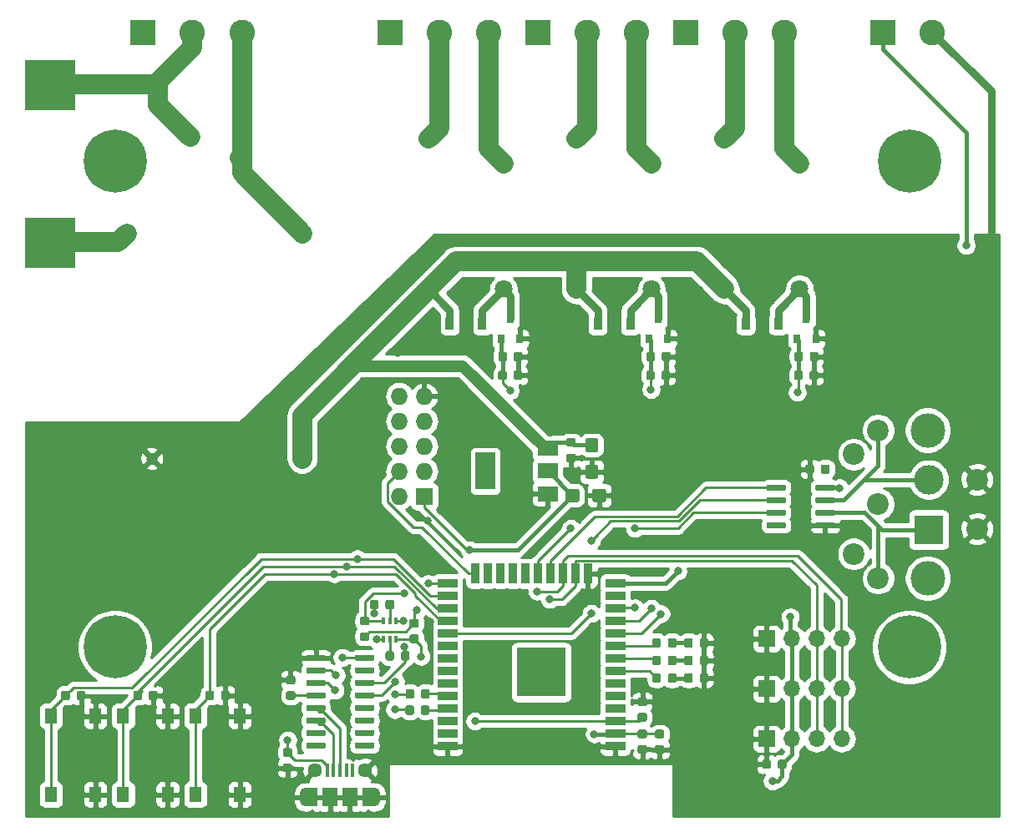
<source format=gbr>
G04 #@! TF.GenerationSoftware,KiCad,Pcbnew,(5.1.4)-1*
G04 #@! TF.CreationDate,2019-12-18T10:15:03+01:00*
G04 #@! TF.ProjectId,StudiokiController,53747564-696f-46b6-9943-6f6e74726f6c,rev?*
G04 #@! TF.SameCoordinates,Original*
G04 #@! TF.FileFunction,Copper,L1,Top*
G04 #@! TF.FilePolarity,Positive*
%FSLAX46Y46*%
G04 Gerber Fmt 4.6, Leading zero omitted, Abs format (unit mm)*
G04 Created by KiCad (PCBNEW (5.1.4)-1) date 2019-12-18 10:15:03*
%MOMM*%
%LPD*%
G04 APERTURE LIST*
%ADD10C,0.100000*%
%ADD11R,1.200000X1.900000*%
%ADD12O,1.200000X1.900000*%
%ADD13R,1.500000X1.900000*%
%ADD14C,1.450000*%
%ADD15R,0.400000X1.350000*%
%ADD16C,1.200000*%
%ADD17R,1.200000X1.200000*%
%ADD18C,3.500000*%
%ADD19C,2.200000*%
%ADD20C,2.600000*%
%ADD21R,2.600000X2.600000*%
%ADD22C,1.600000*%
%ADD23C,0.800000*%
%ADD24C,6.400000*%
%ADD25O,1.700000X1.700000*%
%ADD26R,1.700000X1.700000*%
%ADD27C,0.875000*%
%ADD28O,1.727200X1.727200*%
%ADD29R,1.727200X1.727200*%
%ADD30C,0.600000*%
%ADD31C,1.803400*%
%ADD32R,2.000000X0.900000*%
%ADD33R,0.900000X2.000000*%
%ADD34R,5.000000X5.000000*%
%ADD35R,1.300000X1.550000*%
%ADD36R,2.000000X1.500000*%
%ADD37R,2.000000X3.800000*%
%ADD38R,0.900000X1.200000*%
%ADD39R,0.800000X0.900000*%
%ADD40C,3.000000*%
%ADD41R,3.000000X3.000000*%
%ADD42R,0.400000X0.650000*%
%ADD43C,1.350000*%
%ADD44C,1.524000*%
%ADD45C,0.400000*%
%ADD46C,0.800000*%
%ADD47C,0.250000*%
%ADD48C,2.000000*%
%ADD49C,1.200000*%
%ADD50C,0.254000*%
G04 APERTURE END LIST*
D10*
G36*
X182687600Y-72098800D02*
G01*
X177687600Y-72098800D01*
X177687600Y-77098800D01*
X182687600Y-77098800D01*
X182687600Y-72098800D01*
G37*
X182687600Y-72098800D02*
X177687600Y-72098800D01*
X177687600Y-77098800D01*
X182687600Y-77098800D01*
X182687600Y-72098800D01*
G36*
X177687600Y-61098800D02*
G01*
X182687600Y-61098800D01*
X182687600Y-56098800D01*
X177687600Y-56098800D01*
X177687600Y-58098800D01*
X177687600Y-61098800D01*
G37*
X177687600Y-61098800D02*
X182687600Y-61098800D01*
X182687600Y-56098800D01*
X177687600Y-56098800D01*
X177687600Y-58098800D01*
X177687600Y-61098800D01*
D11*
X206675000Y-130912500D03*
X212475000Y-130912500D03*
D12*
X213075000Y-130912500D03*
X206075000Y-130912500D03*
D13*
X208575000Y-130912500D03*
D14*
X212075000Y-128212500D03*
D15*
X209575000Y-128212500D03*
X210225000Y-128212500D03*
X210875000Y-128212500D03*
X208275000Y-128212500D03*
X208925000Y-128212500D03*
D14*
X207075000Y-128212500D03*
D13*
X210575000Y-130912500D03*
D16*
X190500000Y-96560000D03*
X205740000Y-96560000D03*
X205740000Y-73700000D03*
D17*
X187960000Y-73700000D03*
D18*
X269150000Y-108690000D03*
X269150000Y-93680000D03*
D19*
X274150000Y-103685000D03*
X274150000Y-98685000D03*
X261650000Y-106235000D03*
X261650000Y-96135000D03*
X264140000Y-108690000D03*
X264140000Y-101185000D03*
X264140000Y-93680000D03*
D20*
X269629999Y-53340000D03*
D21*
X264629999Y-53340000D03*
D22*
X194390000Y-63940000D03*
X199390000Y-66040000D03*
D23*
X188477056Y-64692944D03*
X186780000Y-63990000D03*
X185082944Y-64692944D03*
X184380000Y-66390000D03*
X185082944Y-68087056D03*
X186780000Y-68790000D03*
X188477056Y-68087056D03*
X189180000Y-66390000D03*
D24*
X186780000Y-66390000D03*
D25*
X260452000Y-124976200D03*
X257912000Y-124976200D03*
X255372000Y-124976200D03*
D26*
X252832000Y-124976200D03*
D25*
X260452000Y-119901200D03*
X257912000Y-119901200D03*
X255372000Y-119901200D03*
D26*
X252832000Y-119901200D03*
D25*
X260452000Y-114826200D03*
X257912000Y-114826200D03*
X255372000Y-114826200D03*
D26*
X252832000Y-114826200D03*
D10*
G36*
X245146991Y-118347253D02*
G01*
X245168226Y-118350403D01*
X245189050Y-118355619D01*
X245209262Y-118362851D01*
X245228668Y-118372030D01*
X245247081Y-118383066D01*
X245264324Y-118395854D01*
X245280230Y-118410270D01*
X245294646Y-118426176D01*
X245307434Y-118443419D01*
X245318470Y-118461832D01*
X245327649Y-118481238D01*
X245334881Y-118501450D01*
X245340097Y-118522274D01*
X245343247Y-118543509D01*
X245344300Y-118564950D01*
X245344300Y-119077450D01*
X245343247Y-119098891D01*
X245340097Y-119120126D01*
X245334881Y-119140950D01*
X245327649Y-119161162D01*
X245318470Y-119180568D01*
X245307434Y-119198981D01*
X245294646Y-119216224D01*
X245280230Y-119232130D01*
X245264324Y-119246546D01*
X245247081Y-119259334D01*
X245228668Y-119270370D01*
X245209262Y-119279549D01*
X245189050Y-119286781D01*
X245168226Y-119291997D01*
X245146991Y-119295147D01*
X245125550Y-119296200D01*
X244688050Y-119296200D01*
X244666609Y-119295147D01*
X244645374Y-119291997D01*
X244624550Y-119286781D01*
X244604338Y-119279549D01*
X244584932Y-119270370D01*
X244566519Y-119259334D01*
X244549276Y-119246546D01*
X244533370Y-119232130D01*
X244518954Y-119216224D01*
X244506166Y-119198981D01*
X244495130Y-119180568D01*
X244485951Y-119161162D01*
X244478719Y-119140950D01*
X244473503Y-119120126D01*
X244470353Y-119098891D01*
X244469300Y-119077450D01*
X244469300Y-118564950D01*
X244470353Y-118543509D01*
X244473503Y-118522274D01*
X244478719Y-118501450D01*
X244485951Y-118481238D01*
X244495130Y-118461832D01*
X244506166Y-118443419D01*
X244518954Y-118426176D01*
X244533370Y-118410270D01*
X244549276Y-118395854D01*
X244566519Y-118383066D01*
X244584932Y-118372030D01*
X244604338Y-118362851D01*
X244624550Y-118355619D01*
X244645374Y-118350403D01*
X244666609Y-118347253D01*
X244688050Y-118346200D01*
X245125550Y-118346200D01*
X245146991Y-118347253D01*
X245146991Y-118347253D01*
G37*
D27*
X244906800Y-118821200D03*
D10*
G36*
X246721991Y-118347253D02*
G01*
X246743226Y-118350403D01*
X246764050Y-118355619D01*
X246784262Y-118362851D01*
X246803668Y-118372030D01*
X246822081Y-118383066D01*
X246839324Y-118395854D01*
X246855230Y-118410270D01*
X246869646Y-118426176D01*
X246882434Y-118443419D01*
X246893470Y-118461832D01*
X246902649Y-118481238D01*
X246909881Y-118501450D01*
X246915097Y-118522274D01*
X246918247Y-118543509D01*
X246919300Y-118564950D01*
X246919300Y-119077450D01*
X246918247Y-119098891D01*
X246915097Y-119120126D01*
X246909881Y-119140950D01*
X246902649Y-119161162D01*
X246893470Y-119180568D01*
X246882434Y-119198981D01*
X246869646Y-119216224D01*
X246855230Y-119232130D01*
X246839324Y-119246546D01*
X246822081Y-119259334D01*
X246803668Y-119270370D01*
X246784262Y-119279549D01*
X246764050Y-119286781D01*
X246743226Y-119291997D01*
X246721991Y-119295147D01*
X246700550Y-119296200D01*
X246263050Y-119296200D01*
X246241609Y-119295147D01*
X246220374Y-119291997D01*
X246199550Y-119286781D01*
X246179338Y-119279549D01*
X246159932Y-119270370D01*
X246141519Y-119259334D01*
X246124276Y-119246546D01*
X246108370Y-119232130D01*
X246093954Y-119216224D01*
X246081166Y-119198981D01*
X246070130Y-119180568D01*
X246060951Y-119161162D01*
X246053719Y-119140950D01*
X246048503Y-119120126D01*
X246045353Y-119098891D01*
X246044300Y-119077450D01*
X246044300Y-118564950D01*
X246045353Y-118543509D01*
X246048503Y-118522274D01*
X246053719Y-118501450D01*
X246060951Y-118481238D01*
X246070130Y-118461832D01*
X246081166Y-118443419D01*
X246093954Y-118426176D01*
X246108370Y-118410270D01*
X246124276Y-118395854D01*
X246141519Y-118383066D01*
X246159932Y-118372030D01*
X246179338Y-118362851D01*
X246199550Y-118355619D01*
X246220374Y-118350403D01*
X246241609Y-118347253D01*
X246263050Y-118346200D01*
X246700550Y-118346200D01*
X246721991Y-118347253D01*
X246721991Y-118347253D01*
G37*
D27*
X246481800Y-118821200D03*
D10*
G36*
X245146991Y-114791253D02*
G01*
X245168226Y-114794403D01*
X245189050Y-114799619D01*
X245209262Y-114806851D01*
X245228668Y-114816030D01*
X245247081Y-114827066D01*
X245264324Y-114839854D01*
X245280230Y-114854270D01*
X245294646Y-114870176D01*
X245307434Y-114887419D01*
X245318470Y-114905832D01*
X245327649Y-114925238D01*
X245334881Y-114945450D01*
X245340097Y-114966274D01*
X245343247Y-114987509D01*
X245344300Y-115008950D01*
X245344300Y-115521450D01*
X245343247Y-115542891D01*
X245340097Y-115564126D01*
X245334881Y-115584950D01*
X245327649Y-115605162D01*
X245318470Y-115624568D01*
X245307434Y-115642981D01*
X245294646Y-115660224D01*
X245280230Y-115676130D01*
X245264324Y-115690546D01*
X245247081Y-115703334D01*
X245228668Y-115714370D01*
X245209262Y-115723549D01*
X245189050Y-115730781D01*
X245168226Y-115735997D01*
X245146991Y-115739147D01*
X245125550Y-115740200D01*
X244688050Y-115740200D01*
X244666609Y-115739147D01*
X244645374Y-115735997D01*
X244624550Y-115730781D01*
X244604338Y-115723549D01*
X244584932Y-115714370D01*
X244566519Y-115703334D01*
X244549276Y-115690546D01*
X244533370Y-115676130D01*
X244518954Y-115660224D01*
X244506166Y-115642981D01*
X244495130Y-115624568D01*
X244485951Y-115605162D01*
X244478719Y-115584950D01*
X244473503Y-115564126D01*
X244470353Y-115542891D01*
X244469300Y-115521450D01*
X244469300Y-115008950D01*
X244470353Y-114987509D01*
X244473503Y-114966274D01*
X244478719Y-114945450D01*
X244485951Y-114925238D01*
X244495130Y-114905832D01*
X244506166Y-114887419D01*
X244518954Y-114870176D01*
X244533370Y-114854270D01*
X244549276Y-114839854D01*
X244566519Y-114827066D01*
X244584932Y-114816030D01*
X244604338Y-114806851D01*
X244624550Y-114799619D01*
X244645374Y-114794403D01*
X244666609Y-114791253D01*
X244688050Y-114790200D01*
X245125550Y-114790200D01*
X245146991Y-114791253D01*
X245146991Y-114791253D01*
G37*
D27*
X244906800Y-115265200D03*
D10*
G36*
X246721991Y-114791253D02*
G01*
X246743226Y-114794403D01*
X246764050Y-114799619D01*
X246784262Y-114806851D01*
X246803668Y-114816030D01*
X246822081Y-114827066D01*
X246839324Y-114839854D01*
X246855230Y-114854270D01*
X246869646Y-114870176D01*
X246882434Y-114887419D01*
X246893470Y-114905832D01*
X246902649Y-114925238D01*
X246909881Y-114945450D01*
X246915097Y-114966274D01*
X246918247Y-114987509D01*
X246919300Y-115008950D01*
X246919300Y-115521450D01*
X246918247Y-115542891D01*
X246915097Y-115564126D01*
X246909881Y-115584950D01*
X246902649Y-115605162D01*
X246893470Y-115624568D01*
X246882434Y-115642981D01*
X246869646Y-115660224D01*
X246855230Y-115676130D01*
X246839324Y-115690546D01*
X246822081Y-115703334D01*
X246803668Y-115714370D01*
X246784262Y-115723549D01*
X246764050Y-115730781D01*
X246743226Y-115735997D01*
X246721991Y-115739147D01*
X246700550Y-115740200D01*
X246263050Y-115740200D01*
X246241609Y-115739147D01*
X246220374Y-115735997D01*
X246199550Y-115730781D01*
X246179338Y-115723549D01*
X246159932Y-115714370D01*
X246141519Y-115703334D01*
X246124276Y-115690546D01*
X246108370Y-115676130D01*
X246093954Y-115660224D01*
X246081166Y-115642981D01*
X246070130Y-115624568D01*
X246060951Y-115605162D01*
X246053719Y-115584950D01*
X246048503Y-115564126D01*
X246045353Y-115542891D01*
X246044300Y-115521450D01*
X246044300Y-115008950D01*
X246045353Y-114987509D01*
X246048503Y-114966274D01*
X246053719Y-114945450D01*
X246060951Y-114925238D01*
X246070130Y-114905832D01*
X246081166Y-114887419D01*
X246093954Y-114870176D01*
X246108370Y-114854270D01*
X246124276Y-114839854D01*
X246141519Y-114827066D01*
X246159932Y-114816030D01*
X246179338Y-114806851D01*
X246199550Y-114799619D01*
X246220374Y-114794403D01*
X246241609Y-114791253D01*
X246263050Y-114790200D01*
X246700550Y-114790200D01*
X246721991Y-114791253D01*
X246721991Y-114791253D01*
G37*
D27*
X246481800Y-115265200D03*
D10*
G36*
X245146991Y-116569253D02*
G01*
X245168226Y-116572403D01*
X245189050Y-116577619D01*
X245209262Y-116584851D01*
X245228668Y-116594030D01*
X245247081Y-116605066D01*
X245264324Y-116617854D01*
X245280230Y-116632270D01*
X245294646Y-116648176D01*
X245307434Y-116665419D01*
X245318470Y-116683832D01*
X245327649Y-116703238D01*
X245334881Y-116723450D01*
X245340097Y-116744274D01*
X245343247Y-116765509D01*
X245344300Y-116786950D01*
X245344300Y-117299450D01*
X245343247Y-117320891D01*
X245340097Y-117342126D01*
X245334881Y-117362950D01*
X245327649Y-117383162D01*
X245318470Y-117402568D01*
X245307434Y-117420981D01*
X245294646Y-117438224D01*
X245280230Y-117454130D01*
X245264324Y-117468546D01*
X245247081Y-117481334D01*
X245228668Y-117492370D01*
X245209262Y-117501549D01*
X245189050Y-117508781D01*
X245168226Y-117513997D01*
X245146991Y-117517147D01*
X245125550Y-117518200D01*
X244688050Y-117518200D01*
X244666609Y-117517147D01*
X244645374Y-117513997D01*
X244624550Y-117508781D01*
X244604338Y-117501549D01*
X244584932Y-117492370D01*
X244566519Y-117481334D01*
X244549276Y-117468546D01*
X244533370Y-117454130D01*
X244518954Y-117438224D01*
X244506166Y-117420981D01*
X244495130Y-117402568D01*
X244485951Y-117383162D01*
X244478719Y-117362950D01*
X244473503Y-117342126D01*
X244470353Y-117320891D01*
X244469300Y-117299450D01*
X244469300Y-116786950D01*
X244470353Y-116765509D01*
X244473503Y-116744274D01*
X244478719Y-116723450D01*
X244485951Y-116703238D01*
X244495130Y-116683832D01*
X244506166Y-116665419D01*
X244518954Y-116648176D01*
X244533370Y-116632270D01*
X244549276Y-116617854D01*
X244566519Y-116605066D01*
X244584932Y-116594030D01*
X244604338Y-116584851D01*
X244624550Y-116577619D01*
X244645374Y-116572403D01*
X244666609Y-116569253D01*
X244688050Y-116568200D01*
X245125550Y-116568200D01*
X245146991Y-116569253D01*
X245146991Y-116569253D01*
G37*
D27*
X244906800Y-117043200D03*
D10*
G36*
X246721991Y-116569253D02*
G01*
X246743226Y-116572403D01*
X246764050Y-116577619D01*
X246784262Y-116584851D01*
X246803668Y-116594030D01*
X246822081Y-116605066D01*
X246839324Y-116617854D01*
X246855230Y-116632270D01*
X246869646Y-116648176D01*
X246882434Y-116665419D01*
X246893470Y-116683832D01*
X246902649Y-116703238D01*
X246909881Y-116723450D01*
X246915097Y-116744274D01*
X246918247Y-116765509D01*
X246919300Y-116786950D01*
X246919300Y-117299450D01*
X246918247Y-117320891D01*
X246915097Y-117342126D01*
X246909881Y-117362950D01*
X246902649Y-117383162D01*
X246893470Y-117402568D01*
X246882434Y-117420981D01*
X246869646Y-117438224D01*
X246855230Y-117454130D01*
X246839324Y-117468546D01*
X246822081Y-117481334D01*
X246803668Y-117492370D01*
X246784262Y-117501549D01*
X246764050Y-117508781D01*
X246743226Y-117513997D01*
X246721991Y-117517147D01*
X246700550Y-117518200D01*
X246263050Y-117518200D01*
X246241609Y-117517147D01*
X246220374Y-117513997D01*
X246199550Y-117508781D01*
X246179338Y-117501549D01*
X246159932Y-117492370D01*
X246141519Y-117481334D01*
X246124276Y-117468546D01*
X246108370Y-117454130D01*
X246093954Y-117438224D01*
X246081166Y-117420981D01*
X246070130Y-117402568D01*
X246060951Y-117383162D01*
X246053719Y-117362950D01*
X246048503Y-117342126D01*
X246045353Y-117320891D01*
X246044300Y-117299450D01*
X246044300Y-116786950D01*
X246045353Y-116765509D01*
X246048503Y-116744274D01*
X246053719Y-116723450D01*
X246060951Y-116703238D01*
X246070130Y-116683832D01*
X246081166Y-116665419D01*
X246093954Y-116648176D01*
X246108370Y-116632270D01*
X246124276Y-116617854D01*
X246141519Y-116605066D01*
X246159932Y-116594030D01*
X246179338Y-116584851D01*
X246199550Y-116577619D01*
X246220374Y-116572403D01*
X246241609Y-116569253D01*
X246263050Y-116568200D01*
X246700550Y-116568200D01*
X246721991Y-116569253D01*
X246721991Y-116569253D01*
G37*
D27*
X246481800Y-117043200D03*
D23*
X268977055Y-113992943D03*
X267279999Y-113289999D03*
X265582943Y-113992943D03*
X264879999Y-115689999D03*
X265582943Y-117387055D03*
X267279999Y-118089999D03*
X268977055Y-117387055D03*
X269679999Y-115689999D03*
D24*
X267279999Y-115689999D03*
D23*
X268977055Y-64692944D03*
X267279999Y-63990000D03*
X265582943Y-64692944D03*
X264879999Y-66390000D03*
X265582943Y-68087056D03*
X267279999Y-68790000D03*
X268977055Y-68087056D03*
X269679999Y-66390000D03*
D24*
X267279999Y-66390000D03*
D23*
X188477056Y-113992943D03*
X186780000Y-113289999D03*
X185082944Y-113992943D03*
X184380000Y-115689999D03*
X185082944Y-117387055D03*
X186780000Y-118089999D03*
X188477056Y-117387055D03*
X189180000Y-115689999D03*
D24*
X186780000Y-115689999D03*
D28*
X215582500Y-90233500D03*
X218122500Y-90233500D03*
X215582500Y-92773500D03*
X218122500Y-92773500D03*
X215582500Y-95313500D03*
X218122500Y-95313500D03*
X215582500Y-97853500D03*
X218122500Y-97853500D03*
X215582500Y-100393500D03*
D29*
X218122500Y-100393500D03*
D10*
G36*
X212914703Y-116480722D02*
G01*
X212929264Y-116482882D01*
X212943543Y-116486459D01*
X212957403Y-116491418D01*
X212970710Y-116497712D01*
X212983336Y-116505280D01*
X212995159Y-116514048D01*
X213006066Y-116523934D01*
X213015952Y-116534841D01*
X213024720Y-116546664D01*
X213032288Y-116559290D01*
X213038582Y-116572597D01*
X213043541Y-116586457D01*
X213047118Y-116600736D01*
X213049278Y-116615297D01*
X213050000Y-116630000D01*
X213050000Y-116930000D01*
X213049278Y-116944703D01*
X213047118Y-116959264D01*
X213043541Y-116973543D01*
X213038582Y-116987403D01*
X213032288Y-117000710D01*
X213024720Y-117013336D01*
X213015952Y-117025159D01*
X213006066Y-117036066D01*
X212995159Y-117045952D01*
X212983336Y-117054720D01*
X212970710Y-117062288D01*
X212957403Y-117068582D01*
X212943543Y-117073541D01*
X212929264Y-117077118D01*
X212914703Y-117079278D01*
X212900000Y-117080000D01*
X211250000Y-117080000D01*
X211235297Y-117079278D01*
X211220736Y-117077118D01*
X211206457Y-117073541D01*
X211192597Y-117068582D01*
X211179290Y-117062288D01*
X211166664Y-117054720D01*
X211154841Y-117045952D01*
X211143934Y-117036066D01*
X211134048Y-117025159D01*
X211125280Y-117013336D01*
X211117712Y-117000710D01*
X211111418Y-116987403D01*
X211106459Y-116973543D01*
X211102882Y-116959264D01*
X211100722Y-116944703D01*
X211100000Y-116930000D01*
X211100000Y-116630000D01*
X211100722Y-116615297D01*
X211102882Y-116600736D01*
X211106459Y-116586457D01*
X211111418Y-116572597D01*
X211117712Y-116559290D01*
X211125280Y-116546664D01*
X211134048Y-116534841D01*
X211143934Y-116523934D01*
X211154841Y-116514048D01*
X211166664Y-116505280D01*
X211179290Y-116497712D01*
X211192597Y-116491418D01*
X211206457Y-116486459D01*
X211220736Y-116482882D01*
X211235297Y-116480722D01*
X211250000Y-116480000D01*
X212900000Y-116480000D01*
X212914703Y-116480722D01*
X212914703Y-116480722D01*
G37*
D30*
X212075000Y-116780000D03*
D10*
G36*
X212914703Y-117750722D02*
G01*
X212929264Y-117752882D01*
X212943543Y-117756459D01*
X212957403Y-117761418D01*
X212970710Y-117767712D01*
X212983336Y-117775280D01*
X212995159Y-117784048D01*
X213006066Y-117793934D01*
X213015952Y-117804841D01*
X213024720Y-117816664D01*
X213032288Y-117829290D01*
X213038582Y-117842597D01*
X213043541Y-117856457D01*
X213047118Y-117870736D01*
X213049278Y-117885297D01*
X213050000Y-117900000D01*
X213050000Y-118200000D01*
X213049278Y-118214703D01*
X213047118Y-118229264D01*
X213043541Y-118243543D01*
X213038582Y-118257403D01*
X213032288Y-118270710D01*
X213024720Y-118283336D01*
X213015952Y-118295159D01*
X213006066Y-118306066D01*
X212995159Y-118315952D01*
X212983336Y-118324720D01*
X212970710Y-118332288D01*
X212957403Y-118338582D01*
X212943543Y-118343541D01*
X212929264Y-118347118D01*
X212914703Y-118349278D01*
X212900000Y-118350000D01*
X211250000Y-118350000D01*
X211235297Y-118349278D01*
X211220736Y-118347118D01*
X211206457Y-118343541D01*
X211192597Y-118338582D01*
X211179290Y-118332288D01*
X211166664Y-118324720D01*
X211154841Y-118315952D01*
X211143934Y-118306066D01*
X211134048Y-118295159D01*
X211125280Y-118283336D01*
X211117712Y-118270710D01*
X211111418Y-118257403D01*
X211106459Y-118243543D01*
X211102882Y-118229264D01*
X211100722Y-118214703D01*
X211100000Y-118200000D01*
X211100000Y-117900000D01*
X211100722Y-117885297D01*
X211102882Y-117870736D01*
X211106459Y-117856457D01*
X211111418Y-117842597D01*
X211117712Y-117829290D01*
X211125280Y-117816664D01*
X211134048Y-117804841D01*
X211143934Y-117793934D01*
X211154841Y-117784048D01*
X211166664Y-117775280D01*
X211179290Y-117767712D01*
X211192597Y-117761418D01*
X211206457Y-117756459D01*
X211220736Y-117752882D01*
X211235297Y-117750722D01*
X211250000Y-117750000D01*
X212900000Y-117750000D01*
X212914703Y-117750722D01*
X212914703Y-117750722D01*
G37*
D30*
X212075000Y-118050000D03*
D10*
G36*
X212914703Y-119020722D02*
G01*
X212929264Y-119022882D01*
X212943543Y-119026459D01*
X212957403Y-119031418D01*
X212970710Y-119037712D01*
X212983336Y-119045280D01*
X212995159Y-119054048D01*
X213006066Y-119063934D01*
X213015952Y-119074841D01*
X213024720Y-119086664D01*
X213032288Y-119099290D01*
X213038582Y-119112597D01*
X213043541Y-119126457D01*
X213047118Y-119140736D01*
X213049278Y-119155297D01*
X213050000Y-119170000D01*
X213050000Y-119470000D01*
X213049278Y-119484703D01*
X213047118Y-119499264D01*
X213043541Y-119513543D01*
X213038582Y-119527403D01*
X213032288Y-119540710D01*
X213024720Y-119553336D01*
X213015952Y-119565159D01*
X213006066Y-119576066D01*
X212995159Y-119585952D01*
X212983336Y-119594720D01*
X212970710Y-119602288D01*
X212957403Y-119608582D01*
X212943543Y-119613541D01*
X212929264Y-119617118D01*
X212914703Y-119619278D01*
X212900000Y-119620000D01*
X211250000Y-119620000D01*
X211235297Y-119619278D01*
X211220736Y-119617118D01*
X211206457Y-119613541D01*
X211192597Y-119608582D01*
X211179290Y-119602288D01*
X211166664Y-119594720D01*
X211154841Y-119585952D01*
X211143934Y-119576066D01*
X211134048Y-119565159D01*
X211125280Y-119553336D01*
X211117712Y-119540710D01*
X211111418Y-119527403D01*
X211106459Y-119513543D01*
X211102882Y-119499264D01*
X211100722Y-119484703D01*
X211100000Y-119470000D01*
X211100000Y-119170000D01*
X211100722Y-119155297D01*
X211102882Y-119140736D01*
X211106459Y-119126457D01*
X211111418Y-119112597D01*
X211117712Y-119099290D01*
X211125280Y-119086664D01*
X211134048Y-119074841D01*
X211143934Y-119063934D01*
X211154841Y-119054048D01*
X211166664Y-119045280D01*
X211179290Y-119037712D01*
X211192597Y-119031418D01*
X211206457Y-119026459D01*
X211220736Y-119022882D01*
X211235297Y-119020722D01*
X211250000Y-119020000D01*
X212900000Y-119020000D01*
X212914703Y-119020722D01*
X212914703Y-119020722D01*
G37*
D30*
X212075000Y-119320000D03*
D10*
G36*
X212914703Y-120290722D02*
G01*
X212929264Y-120292882D01*
X212943543Y-120296459D01*
X212957403Y-120301418D01*
X212970710Y-120307712D01*
X212983336Y-120315280D01*
X212995159Y-120324048D01*
X213006066Y-120333934D01*
X213015952Y-120344841D01*
X213024720Y-120356664D01*
X213032288Y-120369290D01*
X213038582Y-120382597D01*
X213043541Y-120396457D01*
X213047118Y-120410736D01*
X213049278Y-120425297D01*
X213050000Y-120440000D01*
X213050000Y-120740000D01*
X213049278Y-120754703D01*
X213047118Y-120769264D01*
X213043541Y-120783543D01*
X213038582Y-120797403D01*
X213032288Y-120810710D01*
X213024720Y-120823336D01*
X213015952Y-120835159D01*
X213006066Y-120846066D01*
X212995159Y-120855952D01*
X212983336Y-120864720D01*
X212970710Y-120872288D01*
X212957403Y-120878582D01*
X212943543Y-120883541D01*
X212929264Y-120887118D01*
X212914703Y-120889278D01*
X212900000Y-120890000D01*
X211250000Y-120890000D01*
X211235297Y-120889278D01*
X211220736Y-120887118D01*
X211206457Y-120883541D01*
X211192597Y-120878582D01*
X211179290Y-120872288D01*
X211166664Y-120864720D01*
X211154841Y-120855952D01*
X211143934Y-120846066D01*
X211134048Y-120835159D01*
X211125280Y-120823336D01*
X211117712Y-120810710D01*
X211111418Y-120797403D01*
X211106459Y-120783543D01*
X211102882Y-120769264D01*
X211100722Y-120754703D01*
X211100000Y-120740000D01*
X211100000Y-120440000D01*
X211100722Y-120425297D01*
X211102882Y-120410736D01*
X211106459Y-120396457D01*
X211111418Y-120382597D01*
X211117712Y-120369290D01*
X211125280Y-120356664D01*
X211134048Y-120344841D01*
X211143934Y-120333934D01*
X211154841Y-120324048D01*
X211166664Y-120315280D01*
X211179290Y-120307712D01*
X211192597Y-120301418D01*
X211206457Y-120296459D01*
X211220736Y-120292882D01*
X211235297Y-120290722D01*
X211250000Y-120290000D01*
X212900000Y-120290000D01*
X212914703Y-120290722D01*
X212914703Y-120290722D01*
G37*
D30*
X212075000Y-120590000D03*
D10*
G36*
X212914703Y-121560722D02*
G01*
X212929264Y-121562882D01*
X212943543Y-121566459D01*
X212957403Y-121571418D01*
X212970710Y-121577712D01*
X212983336Y-121585280D01*
X212995159Y-121594048D01*
X213006066Y-121603934D01*
X213015952Y-121614841D01*
X213024720Y-121626664D01*
X213032288Y-121639290D01*
X213038582Y-121652597D01*
X213043541Y-121666457D01*
X213047118Y-121680736D01*
X213049278Y-121695297D01*
X213050000Y-121710000D01*
X213050000Y-122010000D01*
X213049278Y-122024703D01*
X213047118Y-122039264D01*
X213043541Y-122053543D01*
X213038582Y-122067403D01*
X213032288Y-122080710D01*
X213024720Y-122093336D01*
X213015952Y-122105159D01*
X213006066Y-122116066D01*
X212995159Y-122125952D01*
X212983336Y-122134720D01*
X212970710Y-122142288D01*
X212957403Y-122148582D01*
X212943543Y-122153541D01*
X212929264Y-122157118D01*
X212914703Y-122159278D01*
X212900000Y-122160000D01*
X211250000Y-122160000D01*
X211235297Y-122159278D01*
X211220736Y-122157118D01*
X211206457Y-122153541D01*
X211192597Y-122148582D01*
X211179290Y-122142288D01*
X211166664Y-122134720D01*
X211154841Y-122125952D01*
X211143934Y-122116066D01*
X211134048Y-122105159D01*
X211125280Y-122093336D01*
X211117712Y-122080710D01*
X211111418Y-122067403D01*
X211106459Y-122053543D01*
X211102882Y-122039264D01*
X211100722Y-122024703D01*
X211100000Y-122010000D01*
X211100000Y-121710000D01*
X211100722Y-121695297D01*
X211102882Y-121680736D01*
X211106459Y-121666457D01*
X211111418Y-121652597D01*
X211117712Y-121639290D01*
X211125280Y-121626664D01*
X211134048Y-121614841D01*
X211143934Y-121603934D01*
X211154841Y-121594048D01*
X211166664Y-121585280D01*
X211179290Y-121577712D01*
X211192597Y-121571418D01*
X211206457Y-121566459D01*
X211220736Y-121562882D01*
X211235297Y-121560722D01*
X211250000Y-121560000D01*
X212900000Y-121560000D01*
X212914703Y-121560722D01*
X212914703Y-121560722D01*
G37*
D30*
X212075000Y-121860000D03*
D10*
G36*
X212914703Y-122830722D02*
G01*
X212929264Y-122832882D01*
X212943543Y-122836459D01*
X212957403Y-122841418D01*
X212970710Y-122847712D01*
X212983336Y-122855280D01*
X212995159Y-122864048D01*
X213006066Y-122873934D01*
X213015952Y-122884841D01*
X213024720Y-122896664D01*
X213032288Y-122909290D01*
X213038582Y-122922597D01*
X213043541Y-122936457D01*
X213047118Y-122950736D01*
X213049278Y-122965297D01*
X213050000Y-122980000D01*
X213050000Y-123280000D01*
X213049278Y-123294703D01*
X213047118Y-123309264D01*
X213043541Y-123323543D01*
X213038582Y-123337403D01*
X213032288Y-123350710D01*
X213024720Y-123363336D01*
X213015952Y-123375159D01*
X213006066Y-123386066D01*
X212995159Y-123395952D01*
X212983336Y-123404720D01*
X212970710Y-123412288D01*
X212957403Y-123418582D01*
X212943543Y-123423541D01*
X212929264Y-123427118D01*
X212914703Y-123429278D01*
X212900000Y-123430000D01*
X211250000Y-123430000D01*
X211235297Y-123429278D01*
X211220736Y-123427118D01*
X211206457Y-123423541D01*
X211192597Y-123418582D01*
X211179290Y-123412288D01*
X211166664Y-123404720D01*
X211154841Y-123395952D01*
X211143934Y-123386066D01*
X211134048Y-123375159D01*
X211125280Y-123363336D01*
X211117712Y-123350710D01*
X211111418Y-123337403D01*
X211106459Y-123323543D01*
X211102882Y-123309264D01*
X211100722Y-123294703D01*
X211100000Y-123280000D01*
X211100000Y-122980000D01*
X211100722Y-122965297D01*
X211102882Y-122950736D01*
X211106459Y-122936457D01*
X211111418Y-122922597D01*
X211117712Y-122909290D01*
X211125280Y-122896664D01*
X211134048Y-122884841D01*
X211143934Y-122873934D01*
X211154841Y-122864048D01*
X211166664Y-122855280D01*
X211179290Y-122847712D01*
X211192597Y-122841418D01*
X211206457Y-122836459D01*
X211220736Y-122832882D01*
X211235297Y-122830722D01*
X211250000Y-122830000D01*
X212900000Y-122830000D01*
X212914703Y-122830722D01*
X212914703Y-122830722D01*
G37*
D30*
X212075000Y-123130000D03*
D10*
G36*
X212914703Y-124100722D02*
G01*
X212929264Y-124102882D01*
X212943543Y-124106459D01*
X212957403Y-124111418D01*
X212970710Y-124117712D01*
X212983336Y-124125280D01*
X212995159Y-124134048D01*
X213006066Y-124143934D01*
X213015952Y-124154841D01*
X213024720Y-124166664D01*
X213032288Y-124179290D01*
X213038582Y-124192597D01*
X213043541Y-124206457D01*
X213047118Y-124220736D01*
X213049278Y-124235297D01*
X213050000Y-124250000D01*
X213050000Y-124550000D01*
X213049278Y-124564703D01*
X213047118Y-124579264D01*
X213043541Y-124593543D01*
X213038582Y-124607403D01*
X213032288Y-124620710D01*
X213024720Y-124633336D01*
X213015952Y-124645159D01*
X213006066Y-124656066D01*
X212995159Y-124665952D01*
X212983336Y-124674720D01*
X212970710Y-124682288D01*
X212957403Y-124688582D01*
X212943543Y-124693541D01*
X212929264Y-124697118D01*
X212914703Y-124699278D01*
X212900000Y-124700000D01*
X211250000Y-124700000D01*
X211235297Y-124699278D01*
X211220736Y-124697118D01*
X211206457Y-124693541D01*
X211192597Y-124688582D01*
X211179290Y-124682288D01*
X211166664Y-124674720D01*
X211154841Y-124665952D01*
X211143934Y-124656066D01*
X211134048Y-124645159D01*
X211125280Y-124633336D01*
X211117712Y-124620710D01*
X211111418Y-124607403D01*
X211106459Y-124593543D01*
X211102882Y-124579264D01*
X211100722Y-124564703D01*
X211100000Y-124550000D01*
X211100000Y-124250000D01*
X211100722Y-124235297D01*
X211102882Y-124220736D01*
X211106459Y-124206457D01*
X211111418Y-124192597D01*
X211117712Y-124179290D01*
X211125280Y-124166664D01*
X211134048Y-124154841D01*
X211143934Y-124143934D01*
X211154841Y-124134048D01*
X211166664Y-124125280D01*
X211179290Y-124117712D01*
X211192597Y-124111418D01*
X211206457Y-124106459D01*
X211220736Y-124102882D01*
X211235297Y-124100722D01*
X211250000Y-124100000D01*
X212900000Y-124100000D01*
X212914703Y-124100722D01*
X212914703Y-124100722D01*
G37*
D30*
X212075000Y-124400000D03*
D10*
G36*
X212914703Y-125370722D02*
G01*
X212929264Y-125372882D01*
X212943543Y-125376459D01*
X212957403Y-125381418D01*
X212970710Y-125387712D01*
X212983336Y-125395280D01*
X212995159Y-125404048D01*
X213006066Y-125413934D01*
X213015952Y-125424841D01*
X213024720Y-125436664D01*
X213032288Y-125449290D01*
X213038582Y-125462597D01*
X213043541Y-125476457D01*
X213047118Y-125490736D01*
X213049278Y-125505297D01*
X213050000Y-125520000D01*
X213050000Y-125820000D01*
X213049278Y-125834703D01*
X213047118Y-125849264D01*
X213043541Y-125863543D01*
X213038582Y-125877403D01*
X213032288Y-125890710D01*
X213024720Y-125903336D01*
X213015952Y-125915159D01*
X213006066Y-125926066D01*
X212995159Y-125935952D01*
X212983336Y-125944720D01*
X212970710Y-125952288D01*
X212957403Y-125958582D01*
X212943543Y-125963541D01*
X212929264Y-125967118D01*
X212914703Y-125969278D01*
X212900000Y-125970000D01*
X211250000Y-125970000D01*
X211235297Y-125969278D01*
X211220736Y-125967118D01*
X211206457Y-125963541D01*
X211192597Y-125958582D01*
X211179290Y-125952288D01*
X211166664Y-125944720D01*
X211154841Y-125935952D01*
X211143934Y-125926066D01*
X211134048Y-125915159D01*
X211125280Y-125903336D01*
X211117712Y-125890710D01*
X211111418Y-125877403D01*
X211106459Y-125863543D01*
X211102882Y-125849264D01*
X211100722Y-125834703D01*
X211100000Y-125820000D01*
X211100000Y-125520000D01*
X211100722Y-125505297D01*
X211102882Y-125490736D01*
X211106459Y-125476457D01*
X211111418Y-125462597D01*
X211117712Y-125449290D01*
X211125280Y-125436664D01*
X211134048Y-125424841D01*
X211143934Y-125413934D01*
X211154841Y-125404048D01*
X211166664Y-125395280D01*
X211179290Y-125387712D01*
X211192597Y-125381418D01*
X211206457Y-125376459D01*
X211220736Y-125372882D01*
X211235297Y-125370722D01*
X211250000Y-125370000D01*
X212900000Y-125370000D01*
X212914703Y-125370722D01*
X212914703Y-125370722D01*
G37*
D30*
X212075000Y-125670000D03*
D10*
G36*
X207964703Y-125370722D02*
G01*
X207979264Y-125372882D01*
X207993543Y-125376459D01*
X208007403Y-125381418D01*
X208020710Y-125387712D01*
X208033336Y-125395280D01*
X208045159Y-125404048D01*
X208056066Y-125413934D01*
X208065952Y-125424841D01*
X208074720Y-125436664D01*
X208082288Y-125449290D01*
X208088582Y-125462597D01*
X208093541Y-125476457D01*
X208097118Y-125490736D01*
X208099278Y-125505297D01*
X208100000Y-125520000D01*
X208100000Y-125820000D01*
X208099278Y-125834703D01*
X208097118Y-125849264D01*
X208093541Y-125863543D01*
X208088582Y-125877403D01*
X208082288Y-125890710D01*
X208074720Y-125903336D01*
X208065952Y-125915159D01*
X208056066Y-125926066D01*
X208045159Y-125935952D01*
X208033336Y-125944720D01*
X208020710Y-125952288D01*
X208007403Y-125958582D01*
X207993543Y-125963541D01*
X207979264Y-125967118D01*
X207964703Y-125969278D01*
X207950000Y-125970000D01*
X206300000Y-125970000D01*
X206285297Y-125969278D01*
X206270736Y-125967118D01*
X206256457Y-125963541D01*
X206242597Y-125958582D01*
X206229290Y-125952288D01*
X206216664Y-125944720D01*
X206204841Y-125935952D01*
X206193934Y-125926066D01*
X206184048Y-125915159D01*
X206175280Y-125903336D01*
X206167712Y-125890710D01*
X206161418Y-125877403D01*
X206156459Y-125863543D01*
X206152882Y-125849264D01*
X206150722Y-125834703D01*
X206150000Y-125820000D01*
X206150000Y-125520000D01*
X206150722Y-125505297D01*
X206152882Y-125490736D01*
X206156459Y-125476457D01*
X206161418Y-125462597D01*
X206167712Y-125449290D01*
X206175280Y-125436664D01*
X206184048Y-125424841D01*
X206193934Y-125413934D01*
X206204841Y-125404048D01*
X206216664Y-125395280D01*
X206229290Y-125387712D01*
X206242597Y-125381418D01*
X206256457Y-125376459D01*
X206270736Y-125372882D01*
X206285297Y-125370722D01*
X206300000Y-125370000D01*
X207950000Y-125370000D01*
X207964703Y-125370722D01*
X207964703Y-125370722D01*
G37*
D30*
X207125000Y-125670000D03*
D10*
G36*
X207964703Y-124100722D02*
G01*
X207979264Y-124102882D01*
X207993543Y-124106459D01*
X208007403Y-124111418D01*
X208020710Y-124117712D01*
X208033336Y-124125280D01*
X208045159Y-124134048D01*
X208056066Y-124143934D01*
X208065952Y-124154841D01*
X208074720Y-124166664D01*
X208082288Y-124179290D01*
X208088582Y-124192597D01*
X208093541Y-124206457D01*
X208097118Y-124220736D01*
X208099278Y-124235297D01*
X208100000Y-124250000D01*
X208100000Y-124550000D01*
X208099278Y-124564703D01*
X208097118Y-124579264D01*
X208093541Y-124593543D01*
X208088582Y-124607403D01*
X208082288Y-124620710D01*
X208074720Y-124633336D01*
X208065952Y-124645159D01*
X208056066Y-124656066D01*
X208045159Y-124665952D01*
X208033336Y-124674720D01*
X208020710Y-124682288D01*
X208007403Y-124688582D01*
X207993543Y-124693541D01*
X207979264Y-124697118D01*
X207964703Y-124699278D01*
X207950000Y-124700000D01*
X206300000Y-124700000D01*
X206285297Y-124699278D01*
X206270736Y-124697118D01*
X206256457Y-124693541D01*
X206242597Y-124688582D01*
X206229290Y-124682288D01*
X206216664Y-124674720D01*
X206204841Y-124665952D01*
X206193934Y-124656066D01*
X206184048Y-124645159D01*
X206175280Y-124633336D01*
X206167712Y-124620710D01*
X206161418Y-124607403D01*
X206156459Y-124593543D01*
X206152882Y-124579264D01*
X206150722Y-124564703D01*
X206150000Y-124550000D01*
X206150000Y-124250000D01*
X206150722Y-124235297D01*
X206152882Y-124220736D01*
X206156459Y-124206457D01*
X206161418Y-124192597D01*
X206167712Y-124179290D01*
X206175280Y-124166664D01*
X206184048Y-124154841D01*
X206193934Y-124143934D01*
X206204841Y-124134048D01*
X206216664Y-124125280D01*
X206229290Y-124117712D01*
X206242597Y-124111418D01*
X206256457Y-124106459D01*
X206270736Y-124102882D01*
X206285297Y-124100722D01*
X206300000Y-124100000D01*
X207950000Y-124100000D01*
X207964703Y-124100722D01*
X207964703Y-124100722D01*
G37*
D30*
X207125000Y-124400000D03*
D10*
G36*
X207964703Y-122830722D02*
G01*
X207979264Y-122832882D01*
X207993543Y-122836459D01*
X208007403Y-122841418D01*
X208020710Y-122847712D01*
X208033336Y-122855280D01*
X208045159Y-122864048D01*
X208056066Y-122873934D01*
X208065952Y-122884841D01*
X208074720Y-122896664D01*
X208082288Y-122909290D01*
X208088582Y-122922597D01*
X208093541Y-122936457D01*
X208097118Y-122950736D01*
X208099278Y-122965297D01*
X208100000Y-122980000D01*
X208100000Y-123280000D01*
X208099278Y-123294703D01*
X208097118Y-123309264D01*
X208093541Y-123323543D01*
X208088582Y-123337403D01*
X208082288Y-123350710D01*
X208074720Y-123363336D01*
X208065952Y-123375159D01*
X208056066Y-123386066D01*
X208045159Y-123395952D01*
X208033336Y-123404720D01*
X208020710Y-123412288D01*
X208007403Y-123418582D01*
X207993543Y-123423541D01*
X207979264Y-123427118D01*
X207964703Y-123429278D01*
X207950000Y-123430000D01*
X206300000Y-123430000D01*
X206285297Y-123429278D01*
X206270736Y-123427118D01*
X206256457Y-123423541D01*
X206242597Y-123418582D01*
X206229290Y-123412288D01*
X206216664Y-123404720D01*
X206204841Y-123395952D01*
X206193934Y-123386066D01*
X206184048Y-123375159D01*
X206175280Y-123363336D01*
X206167712Y-123350710D01*
X206161418Y-123337403D01*
X206156459Y-123323543D01*
X206152882Y-123309264D01*
X206150722Y-123294703D01*
X206150000Y-123280000D01*
X206150000Y-122980000D01*
X206150722Y-122965297D01*
X206152882Y-122950736D01*
X206156459Y-122936457D01*
X206161418Y-122922597D01*
X206167712Y-122909290D01*
X206175280Y-122896664D01*
X206184048Y-122884841D01*
X206193934Y-122873934D01*
X206204841Y-122864048D01*
X206216664Y-122855280D01*
X206229290Y-122847712D01*
X206242597Y-122841418D01*
X206256457Y-122836459D01*
X206270736Y-122832882D01*
X206285297Y-122830722D01*
X206300000Y-122830000D01*
X207950000Y-122830000D01*
X207964703Y-122830722D01*
X207964703Y-122830722D01*
G37*
D30*
X207125000Y-123130000D03*
D10*
G36*
X207964703Y-121560722D02*
G01*
X207979264Y-121562882D01*
X207993543Y-121566459D01*
X208007403Y-121571418D01*
X208020710Y-121577712D01*
X208033336Y-121585280D01*
X208045159Y-121594048D01*
X208056066Y-121603934D01*
X208065952Y-121614841D01*
X208074720Y-121626664D01*
X208082288Y-121639290D01*
X208088582Y-121652597D01*
X208093541Y-121666457D01*
X208097118Y-121680736D01*
X208099278Y-121695297D01*
X208100000Y-121710000D01*
X208100000Y-122010000D01*
X208099278Y-122024703D01*
X208097118Y-122039264D01*
X208093541Y-122053543D01*
X208088582Y-122067403D01*
X208082288Y-122080710D01*
X208074720Y-122093336D01*
X208065952Y-122105159D01*
X208056066Y-122116066D01*
X208045159Y-122125952D01*
X208033336Y-122134720D01*
X208020710Y-122142288D01*
X208007403Y-122148582D01*
X207993543Y-122153541D01*
X207979264Y-122157118D01*
X207964703Y-122159278D01*
X207950000Y-122160000D01*
X206300000Y-122160000D01*
X206285297Y-122159278D01*
X206270736Y-122157118D01*
X206256457Y-122153541D01*
X206242597Y-122148582D01*
X206229290Y-122142288D01*
X206216664Y-122134720D01*
X206204841Y-122125952D01*
X206193934Y-122116066D01*
X206184048Y-122105159D01*
X206175280Y-122093336D01*
X206167712Y-122080710D01*
X206161418Y-122067403D01*
X206156459Y-122053543D01*
X206152882Y-122039264D01*
X206150722Y-122024703D01*
X206150000Y-122010000D01*
X206150000Y-121710000D01*
X206150722Y-121695297D01*
X206152882Y-121680736D01*
X206156459Y-121666457D01*
X206161418Y-121652597D01*
X206167712Y-121639290D01*
X206175280Y-121626664D01*
X206184048Y-121614841D01*
X206193934Y-121603934D01*
X206204841Y-121594048D01*
X206216664Y-121585280D01*
X206229290Y-121577712D01*
X206242597Y-121571418D01*
X206256457Y-121566459D01*
X206270736Y-121562882D01*
X206285297Y-121560722D01*
X206300000Y-121560000D01*
X207950000Y-121560000D01*
X207964703Y-121560722D01*
X207964703Y-121560722D01*
G37*
D30*
X207125000Y-121860000D03*
D10*
G36*
X207964703Y-120290722D02*
G01*
X207979264Y-120292882D01*
X207993543Y-120296459D01*
X208007403Y-120301418D01*
X208020710Y-120307712D01*
X208033336Y-120315280D01*
X208045159Y-120324048D01*
X208056066Y-120333934D01*
X208065952Y-120344841D01*
X208074720Y-120356664D01*
X208082288Y-120369290D01*
X208088582Y-120382597D01*
X208093541Y-120396457D01*
X208097118Y-120410736D01*
X208099278Y-120425297D01*
X208100000Y-120440000D01*
X208100000Y-120740000D01*
X208099278Y-120754703D01*
X208097118Y-120769264D01*
X208093541Y-120783543D01*
X208088582Y-120797403D01*
X208082288Y-120810710D01*
X208074720Y-120823336D01*
X208065952Y-120835159D01*
X208056066Y-120846066D01*
X208045159Y-120855952D01*
X208033336Y-120864720D01*
X208020710Y-120872288D01*
X208007403Y-120878582D01*
X207993543Y-120883541D01*
X207979264Y-120887118D01*
X207964703Y-120889278D01*
X207950000Y-120890000D01*
X206300000Y-120890000D01*
X206285297Y-120889278D01*
X206270736Y-120887118D01*
X206256457Y-120883541D01*
X206242597Y-120878582D01*
X206229290Y-120872288D01*
X206216664Y-120864720D01*
X206204841Y-120855952D01*
X206193934Y-120846066D01*
X206184048Y-120835159D01*
X206175280Y-120823336D01*
X206167712Y-120810710D01*
X206161418Y-120797403D01*
X206156459Y-120783543D01*
X206152882Y-120769264D01*
X206150722Y-120754703D01*
X206150000Y-120740000D01*
X206150000Y-120440000D01*
X206150722Y-120425297D01*
X206152882Y-120410736D01*
X206156459Y-120396457D01*
X206161418Y-120382597D01*
X206167712Y-120369290D01*
X206175280Y-120356664D01*
X206184048Y-120344841D01*
X206193934Y-120333934D01*
X206204841Y-120324048D01*
X206216664Y-120315280D01*
X206229290Y-120307712D01*
X206242597Y-120301418D01*
X206256457Y-120296459D01*
X206270736Y-120292882D01*
X206285297Y-120290722D01*
X206300000Y-120290000D01*
X207950000Y-120290000D01*
X207964703Y-120290722D01*
X207964703Y-120290722D01*
G37*
D30*
X207125000Y-120590000D03*
D10*
G36*
X207964703Y-119020722D02*
G01*
X207979264Y-119022882D01*
X207993543Y-119026459D01*
X208007403Y-119031418D01*
X208020710Y-119037712D01*
X208033336Y-119045280D01*
X208045159Y-119054048D01*
X208056066Y-119063934D01*
X208065952Y-119074841D01*
X208074720Y-119086664D01*
X208082288Y-119099290D01*
X208088582Y-119112597D01*
X208093541Y-119126457D01*
X208097118Y-119140736D01*
X208099278Y-119155297D01*
X208100000Y-119170000D01*
X208100000Y-119470000D01*
X208099278Y-119484703D01*
X208097118Y-119499264D01*
X208093541Y-119513543D01*
X208088582Y-119527403D01*
X208082288Y-119540710D01*
X208074720Y-119553336D01*
X208065952Y-119565159D01*
X208056066Y-119576066D01*
X208045159Y-119585952D01*
X208033336Y-119594720D01*
X208020710Y-119602288D01*
X208007403Y-119608582D01*
X207993543Y-119613541D01*
X207979264Y-119617118D01*
X207964703Y-119619278D01*
X207950000Y-119620000D01*
X206300000Y-119620000D01*
X206285297Y-119619278D01*
X206270736Y-119617118D01*
X206256457Y-119613541D01*
X206242597Y-119608582D01*
X206229290Y-119602288D01*
X206216664Y-119594720D01*
X206204841Y-119585952D01*
X206193934Y-119576066D01*
X206184048Y-119565159D01*
X206175280Y-119553336D01*
X206167712Y-119540710D01*
X206161418Y-119527403D01*
X206156459Y-119513543D01*
X206152882Y-119499264D01*
X206150722Y-119484703D01*
X206150000Y-119470000D01*
X206150000Y-119170000D01*
X206150722Y-119155297D01*
X206152882Y-119140736D01*
X206156459Y-119126457D01*
X206161418Y-119112597D01*
X206167712Y-119099290D01*
X206175280Y-119086664D01*
X206184048Y-119074841D01*
X206193934Y-119063934D01*
X206204841Y-119054048D01*
X206216664Y-119045280D01*
X206229290Y-119037712D01*
X206242597Y-119031418D01*
X206256457Y-119026459D01*
X206270736Y-119022882D01*
X206285297Y-119020722D01*
X206300000Y-119020000D01*
X207950000Y-119020000D01*
X207964703Y-119020722D01*
X207964703Y-119020722D01*
G37*
D30*
X207125000Y-119320000D03*
D10*
G36*
X207964703Y-117750722D02*
G01*
X207979264Y-117752882D01*
X207993543Y-117756459D01*
X208007403Y-117761418D01*
X208020710Y-117767712D01*
X208033336Y-117775280D01*
X208045159Y-117784048D01*
X208056066Y-117793934D01*
X208065952Y-117804841D01*
X208074720Y-117816664D01*
X208082288Y-117829290D01*
X208088582Y-117842597D01*
X208093541Y-117856457D01*
X208097118Y-117870736D01*
X208099278Y-117885297D01*
X208100000Y-117900000D01*
X208100000Y-118200000D01*
X208099278Y-118214703D01*
X208097118Y-118229264D01*
X208093541Y-118243543D01*
X208088582Y-118257403D01*
X208082288Y-118270710D01*
X208074720Y-118283336D01*
X208065952Y-118295159D01*
X208056066Y-118306066D01*
X208045159Y-118315952D01*
X208033336Y-118324720D01*
X208020710Y-118332288D01*
X208007403Y-118338582D01*
X207993543Y-118343541D01*
X207979264Y-118347118D01*
X207964703Y-118349278D01*
X207950000Y-118350000D01*
X206300000Y-118350000D01*
X206285297Y-118349278D01*
X206270736Y-118347118D01*
X206256457Y-118343541D01*
X206242597Y-118338582D01*
X206229290Y-118332288D01*
X206216664Y-118324720D01*
X206204841Y-118315952D01*
X206193934Y-118306066D01*
X206184048Y-118295159D01*
X206175280Y-118283336D01*
X206167712Y-118270710D01*
X206161418Y-118257403D01*
X206156459Y-118243543D01*
X206152882Y-118229264D01*
X206150722Y-118214703D01*
X206150000Y-118200000D01*
X206150000Y-117900000D01*
X206150722Y-117885297D01*
X206152882Y-117870736D01*
X206156459Y-117856457D01*
X206161418Y-117842597D01*
X206167712Y-117829290D01*
X206175280Y-117816664D01*
X206184048Y-117804841D01*
X206193934Y-117793934D01*
X206204841Y-117784048D01*
X206216664Y-117775280D01*
X206229290Y-117767712D01*
X206242597Y-117761418D01*
X206256457Y-117756459D01*
X206270736Y-117752882D01*
X206285297Y-117750722D01*
X206300000Y-117750000D01*
X207950000Y-117750000D01*
X207964703Y-117750722D01*
X207964703Y-117750722D01*
G37*
D30*
X207125000Y-118050000D03*
D10*
G36*
X207964703Y-116480722D02*
G01*
X207979264Y-116482882D01*
X207993543Y-116486459D01*
X208007403Y-116491418D01*
X208020710Y-116497712D01*
X208033336Y-116505280D01*
X208045159Y-116514048D01*
X208056066Y-116523934D01*
X208065952Y-116534841D01*
X208074720Y-116546664D01*
X208082288Y-116559290D01*
X208088582Y-116572597D01*
X208093541Y-116586457D01*
X208097118Y-116600736D01*
X208099278Y-116615297D01*
X208100000Y-116630000D01*
X208100000Y-116930000D01*
X208099278Y-116944703D01*
X208097118Y-116959264D01*
X208093541Y-116973543D01*
X208088582Y-116987403D01*
X208082288Y-117000710D01*
X208074720Y-117013336D01*
X208065952Y-117025159D01*
X208056066Y-117036066D01*
X208045159Y-117045952D01*
X208033336Y-117054720D01*
X208020710Y-117062288D01*
X208007403Y-117068582D01*
X207993543Y-117073541D01*
X207979264Y-117077118D01*
X207964703Y-117079278D01*
X207950000Y-117080000D01*
X206300000Y-117080000D01*
X206285297Y-117079278D01*
X206270736Y-117077118D01*
X206256457Y-117073541D01*
X206242597Y-117068582D01*
X206229290Y-117062288D01*
X206216664Y-117054720D01*
X206204841Y-117045952D01*
X206193934Y-117036066D01*
X206184048Y-117025159D01*
X206175280Y-117013336D01*
X206167712Y-117000710D01*
X206161418Y-116987403D01*
X206156459Y-116973543D01*
X206152882Y-116959264D01*
X206150722Y-116944703D01*
X206150000Y-116930000D01*
X206150000Y-116630000D01*
X206150722Y-116615297D01*
X206152882Y-116600736D01*
X206156459Y-116586457D01*
X206161418Y-116572597D01*
X206167712Y-116559290D01*
X206175280Y-116546664D01*
X206184048Y-116534841D01*
X206193934Y-116523934D01*
X206204841Y-116514048D01*
X206216664Y-116505280D01*
X206229290Y-116497712D01*
X206242597Y-116491418D01*
X206256457Y-116486459D01*
X206270736Y-116482882D01*
X206285297Y-116480722D01*
X206300000Y-116480000D01*
X207950000Y-116480000D01*
X207964703Y-116480722D01*
X207964703Y-116480722D01*
G37*
D30*
X207125000Y-116780000D03*
D31*
X256151799Y-66657997D03*
X256151799Y-79357997D03*
X248551799Y-79357997D03*
X248551799Y-64117997D03*
D10*
G36*
X257879490Y-85734653D02*
G01*
X257900725Y-85737803D01*
X257921549Y-85743019D01*
X257941761Y-85750251D01*
X257961167Y-85759430D01*
X257979580Y-85770466D01*
X257996823Y-85783254D01*
X258012729Y-85797670D01*
X258027145Y-85813576D01*
X258039933Y-85830819D01*
X258050969Y-85849232D01*
X258060148Y-85868638D01*
X258067380Y-85888850D01*
X258072596Y-85909674D01*
X258075746Y-85930909D01*
X258076799Y-85952350D01*
X258076799Y-86464850D01*
X258075746Y-86486291D01*
X258072596Y-86507526D01*
X258067380Y-86528350D01*
X258060148Y-86548562D01*
X258050969Y-86567968D01*
X258039933Y-86586381D01*
X258027145Y-86603624D01*
X258012729Y-86619530D01*
X257996823Y-86633946D01*
X257979580Y-86646734D01*
X257961167Y-86657770D01*
X257941761Y-86666949D01*
X257921549Y-86674181D01*
X257900725Y-86679397D01*
X257879490Y-86682547D01*
X257858049Y-86683600D01*
X257420549Y-86683600D01*
X257399108Y-86682547D01*
X257377873Y-86679397D01*
X257357049Y-86674181D01*
X257336837Y-86666949D01*
X257317431Y-86657770D01*
X257299018Y-86646734D01*
X257281775Y-86633946D01*
X257265869Y-86619530D01*
X257251453Y-86603624D01*
X257238665Y-86586381D01*
X257227629Y-86567968D01*
X257218450Y-86548562D01*
X257211218Y-86528350D01*
X257206002Y-86507526D01*
X257202852Y-86486291D01*
X257201799Y-86464850D01*
X257201799Y-85952350D01*
X257202852Y-85930909D01*
X257206002Y-85909674D01*
X257211218Y-85888850D01*
X257218450Y-85868638D01*
X257227629Y-85849232D01*
X257238665Y-85830819D01*
X257251453Y-85813576D01*
X257265869Y-85797670D01*
X257281775Y-85783254D01*
X257299018Y-85770466D01*
X257317431Y-85759430D01*
X257336837Y-85750251D01*
X257357049Y-85743019D01*
X257377873Y-85737803D01*
X257399108Y-85734653D01*
X257420549Y-85733600D01*
X257858049Y-85733600D01*
X257879490Y-85734653D01*
X257879490Y-85734653D01*
G37*
D27*
X257639299Y-86208600D03*
D10*
G36*
X256304490Y-85734653D02*
G01*
X256325725Y-85737803D01*
X256346549Y-85743019D01*
X256366761Y-85750251D01*
X256386167Y-85759430D01*
X256404580Y-85770466D01*
X256421823Y-85783254D01*
X256437729Y-85797670D01*
X256452145Y-85813576D01*
X256464933Y-85830819D01*
X256475969Y-85849232D01*
X256485148Y-85868638D01*
X256492380Y-85888850D01*
X256497596Y-85909674D01*
X256500746Y-85930909D01*
X256501799Y-85952350D01*
X256501799Y-86464850D01*
X256500746Y-86486291D01*
X256497596Y-86507526D01*
X256492380Y-86528350D01*
X256485148Y-86548562D01*
X256475969Y-86567968D01*
X256464933Y-86586381D01*
X256452145Y-86603624D01*
X256437729Y-86619530D01*
X256421823Y-86633946D01*
X256404580Y-86646734D01*
X256386167Y-86657770D01*
X256366761Y-86666949D01*
X256346549Y-86674181D01*
X256325725Y-86679397D01*
X256304490Y-86682547D01*
X256283049Y-86683600D01*
X255845549Y-86683600D01*
X255824108Y-86682547D01*
X255802873Y-86679397D01*
X255782049Y-86674181D01*
X255761837Y-86666949D01*
X255742431Y-86657770D01*
X255724018Y-86646734D01*
X255706775Y-86633946D01*
X255690869Y-86619530D01*
X255676453Y-86603624D01*
X255663665Y-86586381D01*
X255652629Y-86567968D01*
X255643450Y-86548562D01*
X255636218Y-86528350D01*
X255631002Y-86507526D01*
X255627852Y-86486291D01*
X255626799Y-86464850D01*
X255626799Y-85952350D01*
X255627852Y-85930909D01*
X255631002Y-85909674D01*
X255636218Y-85888850D01*
X255643450Y-85868638D01*
X255652629Y-85849232D01*
X255663665Y-85830819D01*
X255676453Y-85813576D01*
X255690869Y-85797670D01*
X255706775Y-85783254D01*
X255724018Y-85770466D01*
X255742431Y-85759430D01*
X255761837Y-85750251D01*
X255782049Y-85743019D01*
X255802873Y-85737803D01*
X255824108Y-85734653D01*
X255845549Y-85733600D01*
X256283049Y-85733600D01*
X256304490Y-85734653D01*
X256304490Y-85734653D01*
G37*
D27*
X256064299Y-86208600D03*
D10*
G36*
X181993491Y-120115453D02*
G01*
X182014726Y-120118603D01*
X182035550Y-120123819D01*
X182055762Y-120131051D01*
X182075168Y-120140230D01*
X182093581Y-120151266D01*
X182110824Y-120164054D01*
X182126730Y-120178470D01*
X182141146Y-120194376D01*
X182153934Y-120211619D01*
X182164970Y-120230032D01*
X182174149Y-120249438D01*
X182181381Y-120269650D01*
X182186597Y-120290474D01*
X182189747Y-120311709D01*
X182190800Y-120333150D01*
X182190800Y-120845650D01*
X182189747Y-120867091D01*
X182186597Y-120888326D01*
X182181381Y-120909150D01*
X182174149Y-120929362D01*
X182164970Y-120948768D01*
X182153934Y-120967181D01*
X182141146Y-120984424D01*
X182126730Y-121000330D01*
X182110824Y-121014746D01*
X182093581Y-121027534D01*
X182075168Y-121038570D01*
X182055762Y-121047749D01*
X182035550Y-121054981D01*
X182014726Y-121060197D01*
X181993491Y-121063347D01*
X181972050Y-121064400D01*
X181534550Y-121064400D01*
X181513109Y-121063347D01*
X181491874Y-121060197D01*
X181471050Y-121054981D01*
X181450838Y-121047749D01*
X181431432Y-121038570D01*
X181413019Y-121027534D01*
X181395776Y-121014746D01*
X181379870Y-121000330D01*
X181365454Y-120984424D01*
X181352666Y-120967181D01*
X181341630Y-120948768D01*
X181332451Y-120929362D01*
X181325219Y-120909150D01*
X181320003Y-120888326D01*
X181316853Y-120867091D01*
X181315800Y-120845650D01*
X181315800Y-120333150D01*
X181316853Y-120311709D01*
X181320003Y-120290474D01*
X181325219Y-120269650D01*
X181332451Y-120249438D01*
X181341630Y-120230032D01*
X181352666Y-120211619D01*
X181365454Y-120194376D01*
X181379870Y-120178470D01*
X181395776Y-120164054D01*
X181413019Y-120151266D01*
X181431432Y-120140230D01*
X181450838Y-120131051D01*
X181471050Y-120123819D01*
X181491874Y-120118603D01*
X181513109Y-120115453D01*
X181534550Y-120114400D01*
X181972050Y-120114400D01*
X181993491Y-120115453D01*
X181993491Y-120115453D01*
G37*
D27*
X181753300Y-120589400D03*
D10*
G36*
X183568491Y-120115453D02*
G01*
X183589726Y-120118603D01*
X183610550Y-120123819D01*
X183630762Y-120131051D01*
X183650168Y-120140230D01*
X183668581Y-120151266D01*
X183685824Y-120164054D01*
X183701730Y-120178470D01*
X183716146Y-120194376D01*
X183728934Y-120211619D01*
X183739970Y-120230032D01*
X183749149Y-120249438D01*
X183756381Y-120269650D01*
X183761597Y-120290474D01*
X183764747Y-120311709D01*
X183765800Y-120333150D01*
X183765800Y-120845650D01*
X183764747Y-120867091D01*
X183761597Y-120888326D01*
X183756381Y-120909150D01*
X183749149Y-120929362D01*
X183739970Y-120948768D01*
X183728934Y-120967181D01*
X183716146Y-120984424D01*
X183701730Y-121000330D01*
X183685824Y-121014746D01*
X183668581Y-121027534D01*
X183650168Y-121038570D01*
X183630762Y-121047749D01*
X183610550Y-121054981D01*
X183589726Y-121060197D01*
X183568491Y-121063347D01*
X183547050Y-121064400D01*
X183109550Y-121064400D01*
X183088109Y-121063347D01*
X183066874Y-121060197D01*
X183046050Y-121054981D01*
X183025838Y-121047749D01*
X183006432Y-121038570D01*
X182988019Y-121027534D01*
X182970776Y-121014746D01*
X182954870Y-121000330D01*
X182940454Y-120984424D01*
X182927666Y-120967181D01*
X182916630Y-120948768D01*
X182907451Y-120929362D01*
X182900219Y-120909150D01*
X182895003Y-120888326D01*
X182891853Y-120867091D01*
X182890800Y-120845650D01*
X182890800Y-120333150D01*
X182891853Y-120311709D01*
X182895003Y-120290474D01*
X182900219Y-120269650D01*
X182907451Y-120249438D01*
X182916630Y-120230032D01*
X182927666Y-120211619D01*
X182940454Y-120194376D01*
X182954870Y-120178470D01*
X182970776Y-120164054D01*
X182988019Y-120151266D01*
X183006432Y-120140230D01*
X183025838Y-120131051D01*
X183046050Y-120123819D01*
X183066874Y-120118603D01*
X183088109Y-120115453D01*
X183109550Y-120114400D01*
X183547050Y-120114400D01*
X183568491Y-120115453D01*
X183568491Y-120115453D01*
G37*
D27*
X183328300Y-120589400D03*
D32*
X220487000Y-125728000D03*
X220487000Y-124458000D03*
X220487000Y-123188000D03*
X220487000Y-121918000D03*
X220487000Y-120648000D03*
X220487000Y-119378000D03*
X220487000Y-118108000D03*
X220487000Y-116838000D03*
X220487000Y-115568000D03*
X220487000Y-114298000D03*
X220487000Y-113028000D03*
X220487000Y-111758000D03*
X220487000Y-110488000D03*
X220487000Y-109218000D03*
D33*
X223272000Y-108218000D03*
X224542000Y-108218000D03*
X225812000Y-108218000D03*
X227082000Y-108218000D03*
X228352000Y-108218000D03*
X229622000Y-108218000D03*
X230892000Y-108218000D03*
X232162000Y-108218000D03*
X233432000Y-108218000D03*
X234702000Y-108218000D03*
D32*
X237487000Y-109218000D03*
X237487000Y-110488000D03*
X237487000Y-111758000D03*
X237487000Y-113028000D03*
X237487000Y-114298000D03*
X237487000Y-115568000D03*
X237487000Y-116838000D03*
X237487000Y-118108000D03*
X237487000Y-119378000D03*
X237487000Y-120648000D03*
X237487000Y-121918000D03*
X237487000Y-123188000D03*
X237487000Y-124458000D03*
X237487000Y-125728000D03*
D34*
X229987000Y-118228000D03*
D35*
X199415600Y-122678800D03*
X194915600Y-122678800D03*
X194915600Y-130638800D03*
X199415600Y-130638800D03*
X192103200Y-122678800D03*
X187603200Y-122678800D03*
X187603200Y-130638800D03*
X192103200Y-130638800D03*
X184790800Y-122678800D03*
X180290800Y-122678800D03*
X180290800Y-130638800D03*
X184790800Y-130638800D03*
D36*
X230616000Y-100127000D03*
X230616000Y-95527000D03*
X230616000Y-97827000D03*
D37*
X224316000Y-97827000D03*
D10*
G36*
X256284490Y-87642453D02*
G01*
X256305725Y-87645603D01*
X256326549Y-87650819D01*
X256346761Y-87658051D01*
X256366167Y-87667230D01*
X256384580Y-87678266D01*
X256401823Y-87691054D01*
X256417729Y-87705470D01*
X256432145Y-87721376D01*
X256444933Y-87738619D01*
X256455969Y-87757032D01*
X256465148Y-87776438D01*
X256472380Y-87796650D01*
X256477596Y-87817474D01*
X256480746Y-87838709D01*
X256481799Y-87860150D01*
X256481799Y-88372650D01*
X256480746Y-88394091D01*
X256477596Y-88415326D01*
X256472380Y-88436150D01*
X256465148Y-88456362D01*
X256455969Y-88475768D01*
X256444933Y-88494181D01*
X256432145Y-88511424D01*
X256417729Y-88527330D01*
X256401823Y-88541746D01*
X256384580Y-88554534D01*
X256366167Y-88565570D01*
X256346761Y-88574749D01*
X256326549Y-88581981D01*
X256305725Y-88587197D01*
X256284490Y-88590347D01*
X256263049Y-88591400D01*
X255825549Y-88591400D01*
X255804108Y-88590347D01*
X255782873Y-88587197D01*
X255762049Y-88581981D01*
X255741837Y-88574749D01*
X255722431Y-88565570D01*
X255704018Y-88554534D01*
X255686775Y-88541746D01*
X255670869Y-88527330D01*
X255656453Y-88511424D01*
X255643665Y-88494181D01*
X255632629Y-88475768D01*
X255623450Y-88456362D01*
X255616218Y-88436150D01*
X255611002Y-88415326D01*
X255607852Y-88394091D01*
X255606799Y-88372650D01*
X255606799Y-87860150D01*
X255607852Y-87838709D01*
X255611002Y-87817474D01*
X255616218Y-87796650D01*
X255623450Y-87776438D01*
X255632629Y-87757032D01*
X255643665Y-87738619D01*
X255656453Y-87721376D01*
X255670869Y-87705470D01*
X255686775Y-87691054D01*
X255704018Y-87678266D01*
X255722431Y-87667230D01*
X255741837Y-87658051D01*
X255762049Y-87650819D01*
X255782873Y-87645603D01*
X255804108Y-87642453D01*
X255825549Y-87641400D01*
X256263049Y-87641400D01*
X256284490Y-87642453D01*
X256284490Y-87642453D01*
G37*
D27*
X256044299Y-88116400D03*
D10*
G36*
X257859490Y-87642453D02*
G01*
X257880725Y-87645603D01*
X257901549Y-87650819D01*
X257921761Y-87658051D01*
X257941167Y-87667230D01*
X257959580Y-87678266D01*
X257976823Y-87691054D01*
X257992729Y-87705470D01*
X258007145Y-87721376D01*
X258019933Y-87738619D01*
X258030969Y-87757032D01*
X258040148Y-87776438D01*
X258047380Y-87796650D01*
X258052596Y-87817474D01*
X258055746Y-87838709D01*
X258056799Y-87860150D01*
X258056799Y-88372650D01*
X258055746Y-88394091D01*
X258052596Y-88415326D01*
X258047380Y-88436150D01*
X258040148Y-88456362D01*
X258030969Y-88475768D01*
X258019933Y-88494181D01*
X258007145Y-88511424D01*
X257992729Y-88527330D01*
X257976823Y-88541746D01*
X257959580Y-88554534D01*
X257941167Y-88565570D01*
X257921761Y-88574749D01*
X257901549Y-88581981D01*
X257880725Y-88587197D01*
X257859490Y-88590347D01*
X257838049Y-88591400D01*
X257400549Y-88591400D01*
X257379108Y-88590347D01*
X257357873Y-88587197D01*
X257337049Y-88581981D01*
X257316837Y-88574749D01*
X257297431Y-88565570D01*
X257279018Y-88554534D01*
X257261775Y-88541746D01*
X257245869Y-88527330D01*
X257231453Y-88511424D01*
X257218665Y-88494181D01*
X257207629Y-88475768D01*
X257198450Y-88456362D01*
X257191218Y-88436150D01*
X257186002Y-88415326D01*
X257182852Y-88394091D01*
X257181799Y-88372650D01*
X257181799Y-87860150D01*
X257182852Y-87838709D01*
X257186002Y-87817474D01*
X257191218Y-87796650D01*
X257198450Y-87776438D01*
X257207629Y-87757032D01*
X257218665Y-87738619D01*
X257231453Y-87721376D01*
X257245869Y-87705470D01*
X257261775Y-87691054D01*
X257279018Y-87678266D01*
X257297431Y-87667230D01*
X257316837Y-87658051D01*
X257337049Y-87650819D01*
X257357873Y-87645603D01*
X257379108Y-87642453D01*
X257400549Y-87641400D01*
X257838049Y-87641400D01*
X257859490Y-87642453D01*
X257859490Y-87642453D01*
G37*
D27*
X257619299Y-88116400D03*
D10*
G36*
X241909191Y-114773053D02*
G01*
X241930426Y-114776203D01*
X241951250Y-114781419D01*
X241971462Y-114788651D01*
X241990868Y-114797830D01*
X242009281Y-114808866D01*
X242026524Y-114821654D01*
X242042430Y-114836070D01*
X242056846Y-114851976D01*
X242069634Y-114869219D01*
X242080670Y-114887632D01*
X242089849Y-114907038D01*
X242097081Y-114927250D01*
X242102297Y-114948074D01*
X242105447Y-114969309D01*
X242106500Y-114990750D01*
X242106500Y-115503250D01*
X242105447Y-115524691D01*
X242102297Y-115545926D01*
X242097081Y-115566750D01*
X242089849Y-115586962D01*
X242080670Y-115606368D01*
X242069634Y-115624781D01*
X242056846Y-115642024D01*
X242042430Y-115657930D01*
X242026524Y-115672346D01*
X242009281Y-115685134D01*
X241990868Y-115696170D01*
X241971462Y-115705349D01*
X241951250Y-115712581D01*
X241930426Y-115717797D01*
X241909191Y-115720947D01*
X241887750Y-115722000D01*
X241450250Y-115722000D01*
X241428809Y-115720947D01*
X241407574Y-115717797D01*
X241386750Y-115712581D01*
X241366538Y-115705349D01*
X241347132Y-115696170D01*
X241328719Y-115685134D01*
X241311476Y-115672346D01*
X241295570Y-115657930D01*
X241281154Y-115642024D01*
X241268366Y-115624781D01*
X241257330Y-115606368D01*
X241248151Y-115586962D01*
X241240919Y-115566750D01*
X241235703Y-115545926D01*
X241232553Y-115524691D01*
X241231500Y-115503250D01*
X241231500Y-114990750D01*
X241232553Y-114969309D01*
X241235703Y-114948074D01*
X241240919Y-114927250D01*
X241248151Y-114907038D01*
X241257330Y-114887632D01*
X241268366Y-114869219D01*
X241281154Y-114851976D01*
X241295570Y-114836070D01*
X241311476Y-114821654D01*
X241328719Y-114808866D01*
X241347132Y-114797830D01*
X241366538Y-114788651D01*
X241386750Y-114781419D01*
X241407574Y-114776203D01*
X241428809Y-114773053D01*
X241450250Y-114772000D01*
X241887750Y-114772000D01*
X241909191Y-114773053D01*
X241909191Y-114773053D01*
G37*
D27*
X241669000Y-115247000D03*
D10*
G36*
X243484191Y-114773053D02*
G01*
X243505426Y-114776203D01*
X243526250Y-114781419D01*
X243546462Y-114788651D01*
X243565868Y-114797830D01*
X243584281Y-114808866D01*
X243601524Y-114821654D01*
X243617430Y-114836070D01*
X243631846Y-114851976D01*
X243644634Y-114869219D01*
X243655670Y-114887632D01*
X243664849Y-114907038D01*
X243672081Y-114927250D01*
X243677297Y-114948074D01*
X243680447Y-114969309D01*
X243681500Y-114990750D01*
X243681500Y-115503250D01*
X243680447Y-115524691D01*
X243677297Y-115545926D01*
X243672081Y-115566750D01*
X243664849Y-115586962D01*
X243655670Y-115606368D01*
X243644634Y-115624781D01*
X243631846Y-115642024D01*
X243617430Y-115657930D01*
X243601524Y-115672346D01*
X243584281Y-115685134D01*
X243565868Y-115696170D01*
X243546462Y-115705349D01*
X243526250Y-115712581D01*
X243505426Y-115717797D01*
X243484191Y-115720947D01*
X243462750Y-115722000D01*
X243025250Y-115722000D01*
X243003809Y-115720947D01*
X242982574Y-115717797D01*
X242961750Y-115712581D01*
X242941538Y-115705349D01*
X242922132Y-115696170D01*
X242903719Y-115685134D01*
X242886476Y-115672346D01*
X242870570Y-115657930D01*
X242856154Y-115642024D01*
X242843366Y-115624781D01*
X242832330Y-115606368D01*
X242823151Y-115586962D01*
X242815919Y-115566750D01*
X242810703Y-115545926D01*
X242807553Y-115524691D01*
X242806500Y-115503250D01*
X242806500Y-114990750D01*
X242807553Y-114969309D01*
X242810703Y-114948074D01*
X242815919Y-114927250D01*
X242823151Y-114907038D01*
X242832330Y-114887632D01*
X242843366Y-114869219D01*
X242856154Y-114851976D01*
X242870570Y-114836070D01*
X242886476Y-114821654D01*
X242903719Y-114808866D01*
X242922132Y-114797830D01*
X242941538Y-114788651D01*
X242961750Y-114781419D01*
X242982574Y-114776203D01*
X243003809Y-114773053D01*
X243025250Y-114772000D01*
X243462750Y-114772000D01*
X243484191Y-114773053D01*
X243484191Y-114773053D01*
G37*
D27*
X243244000Y-115247000D03*
D38*
X254001799Y-82900000D03*
X250701799Y-82900000D03*
D10*
G36*
X241909191Y-116563753D02*
G01*
X241930426Y-116566903D01*
X241951250Y-116572119D01*
X241971462Y-116579351D01*
X241990868Y-116588530D01*
X242009281Y-116599566D01*
X242026524Y-116612354D01*
X242042430Y-116626770D01*
X242056846Y-116642676D01*
X242069634Y-116659919D01*
X242080670Y-116678332D01*
X242089849Y-116697738D01*
X242097081Y-116717950D01*
X242102297Y-116738774D01*
X242105447Y-116760009D01*
X242106500Y-116781450D01*
X242106500Y-117293950D01*
X242105447Y-117315391D01*
X242102297Y-117336626D01*
X242097081Y-117357450D01*
X242089849Y-117377662D01*
X242080670Y-117397068D01*
X242069634Y-117415481D01*
X242056846Y-117432724D01*
X242042430Y-117448630D01*
X242026524Y-117463046D01*
X242009281Y-117475834D01*
X241990868Y-117486870D01*
X241971462Y-117496049D01*
X241951250Y-117503281D01*
X241930426Y-117508497D01*
X241909191Y-117511647D01*
X241887750Y-117512700D01*
X241450250Y-117512700D01*
X241428809Y-117511647D01*
X241407574Y-117508497D01*
X241386750Y-117503281D01*
X241366538Y-117496049D01*
X241347132Y-117486870D01*
X241328719Y-117475834D01*
X241311476Y-117463046D01*
X241295570Y-117448630D01*
X241281154Y-117432724D01*
X241268366Y-117415481D01*
X241257330Y-117397068D01*
X241248151Y-117377662D01*
X241240919Y-117357450D01*
X241235703Y-117336626D01*
X241232553Y-117315391D01*
X241231500Y-117293950D01*
X241231500Y-116781450D01*
X241232553Y-116760009D01*
X241235703Y-116738774D01*
X241240919Y-116717950D01*
X241248151Y-116697738D01*
X241257330Y-116678332D01*
X241268366Y-116659919D01*
X241281154Y-116642676D01*
X241295570Y-116626770D01*
X241311476Y-116612354D01*
X241328719Y-116599566D01*
X241347132Y-116588530D01*
X241366538Y-116579351D01*
X241386750Y-116572119D01*
X241407574Y-116566903D01*
X241428809Y-116563753D01*
X241450250Y-116562700D01*
X241887750Y-116562700D01*
X241909191Y-116563753D01*
X241909191Y-116563753D01*
G37*
D27*
X241669000Y-117037700D03*
D10*
G36*
X243484191Y-116563753D02*
G01*
X243505426Y-116566903D01*
X243526250Y-116572119D01*
X243546462Y-116579351D01*
X243565868Y-116588530D01*
X243584281Y-116599566D01*
X243601524Y-116612354D01*
X243617430Y-116626770D01*
X243631846Y-116642676D01*
X243644634Y-116659919D01*
X243655670Y-116678332D01*
X243664849Y-116697738D01*
X243672081Y-116717950D01*
X243677297Y-116738774D01*
X243680447Y-116760009D01*
X243681500Y-116781450D01*
X243681500Y-117293950D01*
X243680447Y-117315391D01*
X243677297Y-117336626D01*
X243672081Y-117357450D01*
X243664849Y-117377662D01*
X243655670Y-117397068D01*
X243644634Y-117415481D01*
X243631846Y-117432724D01*
X243617430Y-117448630D01*
X243601524Y-117463046D01*
X243584281Y-117475834D01*
X243565868Y-117486870D01*
X243546462Y-117496049D01*
X243526250Y-117503281D01*
X243505426Y-117508497D01*
X243484191Y-117511647D01*
X243462750Y-117512700D01*
X243025250Y-117512700D01*
X243003809Y-117511647D01*
X242982574Y-117508497D01*
X242961750Y-117503281D01*
X242941538Y-117496049D01*
X242922132Y-117486870D01*
X242903719Y-117475834D01*
X242886476Y-117463046D01*
X242870570Y-117448630D01*
X242856154Y-117432724D01*
X242843366Y-117415481D01*
X242832330Y-117397068D01*
X242823151Y-117377662D01*
X242815919Y-117357450D01*
X242810703Y-117336626D01*
X242807553Y-117315391D01*
X242806500Y-117293950D01*
X242806500Y-116781450D01*
X242807553Y-116760009D01*
X242810703Y-116738774D01*
X242815919Y-116717950D01*
X242823151Y-116697738D01*
X242832330Y-116678332D01*
X242843366Y-116659919D01*
X242856154Y-116642676D01*
X242870570Y-116626770D01*
X242886476Y-116612354D01*
X242903719Y-116599566D01*
X242922132Y-116588530D01*
X242941538Y-116579351D01*
X242961750Y-116572119D01*
X242982574Y-116566903D01*
X243003809Y-116563753D01*
X243025250Y-116562700D01*
X243462750Y-116562700D01*
X243484191Y-116563753D01*
X243484191Y-116563753D01*
G37*
D27*
X243244000Y-117037700D03*
D39*
X256851799Y-82400000D03*
X257801799Y-84400000D03*
X255901799Y-84400000D03*
D10*
G36*
X241909191Y-118354453D02*
G01*
X241930426Y-118357603D01*
X241951250Y-118362819D01*
X241971462Y-118370051D01*
X241990868Y-118379230D01*
X242009281Y-118390266D01*
X242026524Y-118403054D01*
X242042430Y-118417470D01*
X242056846Y-118433376D01*
X242069634Y-118450619D01*
X242080670Y-118469032D01*
X242089849Y-118488438D01*
X242097081Y-118508650D01*
X242102297Y-118529474D01*
X242105447Y-118550709D01*
X242106500Y-118572150D01*
X242106500Y-119084650D01*
X242105447Y-119106091D01*
X242102297Y-119127326D01*
X242097081Y-119148150D01*
X242089849Y-119168362D01*
X242080670Y-119187768D01*
X242069634Y-119206181D01*
X242056846Y-119223424D01*
X242042430Y-119239330D01*
X242026524Y-119253746D01*
X242009281Y-119266534D01*
X241990868Y-119277570D01*
X241971462Y-119286749D01*
X241951250Y-119293981D01*
X241930426Y-119299197D01*
X241909191Y-119302347D01*
X241887750Y-119303400D01*
X241450250Y-119303400D01*
X241428809Y-119302347D01*
X241407574Y-119299197D01*
X241386750Y-119293981D01*
X241366538Y-119286749D01*
X241347132Y-119277570D01*
X241328719Y-119266534D01*
X241311476Y-119253746D01*
X241295570Y-119239330D01*
X241281154Y-119223424D01*
X241268366Y-119206181D01*
X241257330Y-119187768D01*
X241248151Y-119168362D01*
X241240919Y-119148150D01*
X241235703Y-119127326D01*
X241232553Y-119106091D01*
X241231500Y-119084650D01*
X241231500Y-118572150D01*
X241232553Y-118550709D01*
X241235703Y-118529474D01*
X241240919Y-118508650D01*
X241248151Y-118488438D01*
X241257330Y-118469032D01*
X241268366Y-118450619D01*
X241281154Y-118433376D01*
X241295570Y-118417470D01*
X241311476Y-118403054D01*
X241328719Y-118390266D01*
X241347132Y-118379230D01*
X241366538Y-118370051D01*
X241386750Y-118362819D01*
X241407574Y-118357603D01*
X241428809Y-118354453D01*
X241450250Y-118353400D01*
X241887750Y-118353400D01*
X241909191Y-118354453D01*
X241909191Y-118354453D01*
G37*
D27*
X241669000Y-118828400D03*
D10*
G36*
X243484191Y-118354453D02*
G01*
X243505426Y-118357603D01*
X243526250Y-118362819D01*
X243546462Y-118370051D01*
X243565868Y-118379230D01*
X243584281Y-118390266D01*
X243601524Y-118403054D01*
X243617430Y-118417470D01*
X243631846Y-118433376D01*
X243644634Y-118450619D01*
X243655670Y-118469032D01*
X243664849Y-118488438D01*
X243672081Y-118508650D01*
X243677297Y-118529474D01*
X243680447Y-118550709D01*
X243681500Y-118572150D01*
X243681500Y-119084650D01*
X243680447Y-119106091D01*
X243677297Y-119127326D01*
X243672081Y-119148150D01*
X243664849Y-119168362D01*
X243655670Y-119187768D01*
X243644634Y-119206181D01*
X243631846Y-119223424D01*
X243617430Y-119239330D01*
X243601524Y-119253746D01*
X243584281Y-119266534D01*
X243565868Y-119277570D01*
X243546462Y-119286749D01*
X243526250Y-119293981D01*
X243505426Y-119299197D01*
X243484191Y-119302347D01*
X243462750Y-119303400D01*
X243025250Y-119303400D01*
X243003809Y-119302347D01*
X242982574Y-119299197D01*
X242961750Y-119293981D01*
X242941538Y-119286749D01*
X242922132Y-119277570D01*
X242903719Y-119266534D01*
X242886476Y-119253746D01*
X242870570Y-119239330D01*
X242856154Y-119223424D01*
X242843366Y-119206181D01*
X242832330Y-119187768D01*
X242823151Y-119168362D01*
X242815919Y-119148150D01*
X242810703Y-119127326D01*
X242807553Y-119106091D01*
X242806500Y-119084650D01*
X242806500Y-118572150D01*
X242807553Y-118550709D01*
X242810703Y-118529474D01*
X242815919Y-118508650D01*
X242823151Y-118488438D01*
X242832330Y-118469032D01*
X242843366Y-118450619D01*
X242856154Y-118433376D01*
X242870570Y-118417470D01*
X242886476Y-118403054D01*
X242903719Y-118390266D01*
X242922132Y-118379230D01*
X242941538Y-118370051D01*
X242961750Y-118362819D01*
X242982574Y-118357603D01*
X243003809Y-118354453D01*
X243025250Y-118353400D01*
X243462750Y-118353400D01*
X243484191Y-118354453D01*
X243484191Y-118354453D01*
G37*
D27*
X243244000Y-118828400D03*
D10*
G36*
X213290191Y-110901053D02*
G01*
X213311426Y-110904203D01*
X213332250Y-110909419D01*
X213352462Y-110916651D01*
X213371868Y-110925830D01*
X213390281Y-110936866D01*
X213407524Y-110949654D01*
X213423430Y-110964070D01*
X213437846Y-110979976D01*
X213450634Y-110997219D01*
X213461670Y-111015632D01*
X213470849Y-111035038D01*
X213478081Y-111055250D01*
X213483297Y-111076074D01*
X213486447Y-111097309D01*
X213487500Y-111118750D01*
X213487500Y-111631250D01*
X213486447Y-111652691D01*
X213483297Y-111673926D01*
X213478081Y-111694750D01*
X213470849Y-111714962D01*
X213461670Y-111734368D01*
X213450634Y-111752781D01*
X213437846Y-111770024D01*
X213423430Y-111785930D01*
X213407524Y-111800346D01*
X213390281Y-111813134D01*
X213371868Y-111824170D01*
X213352462Y-111833349D01*
X213332250Y-111840581D01*
X213311426Y-111845797D01*
X213290191Y-111848947D01*
X213268750Y-111850000D01*
X212831250Y-111850000D01*
X212809809Y-111848947D01*
X212788574Y-111845797D01*
X212767750Y-111840581D01*
X212747538Y-111833349D01*
X212728132Y-111824170D01*
X212709719Y-111813134D01*
X212692476Y-111800346D01*
X212676570Y-111785930D01*
X212662154Y-111770024D01*
X212649366Y-111752781D01*
X212638330Y-111734368D01*
X212629151Y-111714962D01*
X212621919Y-111694750D01*
X212616703Y-111673926D01*
X212613553Y-111652691D01*
X212612500Y-111631250D01*
X212612500Y-111118750D01*
X212613553Y-111097309D01*
X212616703Y-111076074D01*
X212621919Y-111055250D01*
X212629151Y-111035038D01*
X212638330Y-111015632D01*
X212649366Y-110997219D01*
X212662154Y-110979976D01*
X212676570Y-110964070D01*
X212692476Y-110949654D01*
X212709719Y-110936866D01*
X212728132Y-110925830D01*
X212747538Y-110916651D01*
X212767750Y-110909419D01*
X212788574Y-110904203D01*
X212809809Y-110901053D01*
X212831250Y-110900000D01*
X213268750Y-110900000D01*
X213290191Y-110901053D01*
X213290191Y-110901053D01*
G37*
D27*
X213050000Y-111375000D03*
D10*
G36*
X214865191Y-110901053D02*
G01*
X214886426Y-110904203D01*
X214907250Y-110909419D01*
X214927462Y-110916651D01*
X214946868Y-110925830D01*
X214965281Y-110936866D01*
X214982524Y-110949654D01*
X214998430Y-110964070D01*
X215012846Y-110979976D01*
X215025634Y-110997219D01*
X215036670Y-111015632D01*
X215045849Y-111035038D01*
X215053081Y-111055250D01*
X215058297Y-111076074D01*
X215061447Y-111097309D01*
X215062500Y-111118750D01*
X215062500Y-111631250D01*
X215061447Y-111652691D01*
X215058297Y-111673926D01*
X215053081Y-111694750D01*
X215045849Y-111714962D01*
X215036670Y-111734368D01*
X215025634Y-111752781D01*
X215012846Y-111770024D01*
X214998430Y-111785930D01*
X214982524Y-111800346D01*
X214965281Y-111813134D01*
X214946868Y-111824170D01*
X214927462Y-111833349D01*
X214907250Y-111840581D01*
X214886426Y-111845797D01*
X214865191Y-111848947D01*
X214843750Y-111850000D01*
X214406250Y-111850000D01*
X214384809Y-111848947D01*
X214363574Y-111845797D01*
X214342750Y-111840581D01*
X214322538Y-111833349D01*
X214303132Y-111824170D01*
X214284719Y-111813134D01*
X214267476Y-111800346D01*
X214251570Y-111785930D01*
X214237154Y-111770024D01*
X214224366Y-111752781D01*
X214213330Y-111734368D01*
X214204151Y-111714962D01*
X214196919Y-111694750D01*
X214191703Y-111673926D01*
X214188553Y-111652691D01*
X214187500Y-111631250D01*
X214187500Y-111118750D01*
X214188553Y-111097309D01*
X214191703Y-111076074D01*
X214196919Y-111055250D01*
X214204151Y-111035038D01*
X214213330Y-111015632D01*
X214224366Y-110997219D01*
X214237154Y-110979976D01*
X214251570Y-110964070D01*
X214267476Y-110949654D01*
X214284719Y-110936866D01*
X214303132Y-110925830D01*
X214322538Y-110916651D01*
X214342750Y-110909419D01*
X214363574Y-110904203D01*
X214384809Y-110901053D01*
X214406250Y-110900000D01*
X214843750Y-110900000D01*
X214865191Y-110901053D01*
X214865191Y-110901053D01*
G37*
D27*
X214625000Y-111375000D03*
D10*
G36*
X216877291Y-121605653D02*
G01*
X216898526Y-121608803D01*
X216919350Y-121614019D01*
X216939562Y-121621251D01*
X216958968Y-121630430D01*
X216977381Y-121641466D01*
X216994624Y-121654254D01*
X217010530Y-121668670D01*
X217024946Y-121684576D01*
X217037734Y-121701819D01*
X217048770Y-121720232D01*
X217057949Y-121739638D01*
X217065181Y-121759850D01*
X217070397Y-121780674D01*
X217073547Y-121801909D01*
X217074600Y-121823350D01*
X217074600Y-122335850D01*
X217073547Y-122357291D01*
X217070397Y-122378526D01*
X217065181Y-122399350D01*
X217057949Y-122419562D01*
X217048770Y-122438968D01*
X217037734Y-122457381D01*
X217024946Y-122474624D01*
X217010530Y-122490530D01*
X216994624Y-122504946D01*
X216977381Y-122517734D01*
X216958968Y-122528770D01*
X216939562Y-122537949D01*
X216919350Y-122545181D01*
X216898526Y-122550397D01*
X216877291Y-122553547D01*
X216855850Y-122554600D01*
X216418350Y-122554600D01*
X216396909Y-122553547D01*
X216375674Y-122550397D01*
X216354850Y-122545181D01*
X216334638Y-122537949D01*
X216315232Y-122528770D01*
X216296819Y-122517734D01*
X216279576Y-122504946D01*
X216263670Y-122490530D01*
X216249254Y-122474624D01*
X216236466Y-122457381D01*
X216225430Y-122438968D01*
X216216251Y-122419562D01*
X216209019Y-122399350D01*
X216203803Y-122378526D01*
X216200653Y-122357291D01*
X216199600Y-122335850D01*
X216199600Y-121823350D01*
X216200653Y-121801909D01*
X216203803Y-121780674D01*
X216209019Y-121759850D01*
X216216251Y-121739638D01*
X216225430Y-121720232D01*
X216236466Y-121701819D01*
X216249254Y-121684576D01*
X216263670Y-121668670D01*
X216279576Y-121654254D01*
X216296819Y-121641466D01*
X216315232Y-121630430D01*
X216334638Y-121621251D01*
X216354850Y-121614019D01*
X216375674Y-121608803D01*
X216396909Y-121605653D01*
X216418350Y-121604600D01*
X216855850Y-121604600D01*
X216877291Y-121605653D01*
X216877291Y-121605653D01*
G37*
D27*
X216637100Y-122079600D03*
D10*
G36*
X218452291Y-121605653D02*
G01*
X218473526Y-121608803D01*
X218494350Y-121614019D01*
X218514562Y-121621251D01*
X218533968Y-121630430D01*
X218552381Y-121641466D01*
X218569624Y-121654254D01*
X218585530Y-121668670D01*
X218599946Y-121684576D01*
X218612734Y-121701819D01*
X218623770Y-121720232D01*
X218632949Y-121739638D01*
X218640181Y-121759850D01*
X218645397Y-121780674D01*
X218648547Y-121801909D01*
X218649600Y-121823350D01*
X218649600Y-122335850D01*
X218648547Y-122357291D01*
X218645397Y-122378526D01*
X218640181Y-122399350D01*
X218632949Y-122419562D01*
X218623770Y-122438968D01*
X218612734Y-122457381D01*
X218599946Y-122474624D01*
X218585530Y-122490530D01*
X218569624Y-122504946D01*
X218552381Y-122517734D01*
X218533968Y-122528770D01*
X218514562Y-122537949D01*
X218494350Y-122545181D01*
X218473526Y-122550397D01*
X218452291Y-122553547D01*
X218430850Y-122554600D01*
X217993350Y-122554600D01*
X217971909Y-122553547D01*
X217950674Y-122550397D01*
X217929850Y-122545181D01*
X217909638Y-122537949D01*
X217890232Y-122528770D01*
X217871819Y-122517734D01*
X217854576Y-122504946D01*
X217838670Y-122490530D01*
X217824254Y-122474624D01*
X217811466Y-122457381D01*
X217800430Y-122438968D01*
X217791251Y-122419562D01*
X217784019Y-122399350D01*
X217778803Y-122378526D01*
X217775653Y-122357291D01*
X217774600Y-122335850D01*
X217774600Y-121823350D01*
X217775653Y-121801909D01*
X217778803Y-121780674D01*
X217784019Y-121759850D01*
X217791251Y-121739638D01*
X217800430Y-121720232D01*
X217811466Y-121701819D01*
X217824254Y-121684576D01*
X217838670Y-121668670D01*
X217854576Y-121654254D01*
X217871819Y-121641466D01*
X217890232Y-121630430D01*
X217909638Y-121621251D01*
X217929850Y-121614019D01*
X217950674Y-121608803D01*
X217971909Y-121605653D01*
X217993350Y-121604600D01*
X218430850Y-121604600D01*
X218452291Y-121605653D01*
X218452291Y-121605653D01*
G37*
D27*
X218212100Y-122079600D03*
D10*
G36*
X216902791Y-119954653D02*
G01*
X216924026Y-119957803D01*
X216944850Y-119963019D01*
X216965062Y-119970251D01*
X216984468Y-119979430D01*
X217002881Y-119990466D01*
X217020124Y-120003254D01*
X217036030Y-120017670D01*
X217050446Y-120033576D01*
X217063234Y-120050819D01*
X217074270Y-120069232D01*
X217083449Y-120088638D01*
X217090681Y-120108850D01*
X217095897Y-120129674D01*
X217099047Y-120150909D01*
X217100100Y-120172350D01*
X217100100Y-120684850D01*
X217099047Y-120706291D01*
X217095897Y-120727526D01*
X217090681Y-120748350D01*
X217083449Y-120768562D01*
X217074270Y-120787968D01*
X217063234Y-120806381D01*
X217050446Y-120823624D01*
X217036030Y-120839530D01*
X217020124Y-120853946D01*
X217002881Y-120866734D01*
X216984468Y-120877770D01*
X216965062Y-120886949D01*
X216944850Y-120894181D01*
X216924026Y-120899397D01*
X216902791Y-120902547D01*
X216881350Y-120903600D01*
X216443850Y-120903600D01*
X216422409Y-120902547D01*
X216401174Y-120899397D01*
X216380350Y-120894181D01*
X216360138Y-120886949D01*
X216340732Y-120877770D01*
X216322319Y-120866734D01*
X216305076Y-120853946D01*
X216289170Y-120839530D01*
X216274754Y-120823624D01*
X216261966Y-120806381D01*
X216250930Y-120787968D01*
X216241751Y-120768562D01*
X216234519Y-120748350D01*
X216229303Y-120727526D01*
X216226153Y-120706291D01*
X216225100Y-120684850D01*
X216225100Y-120172350D01*
X216226153Y-120150909D01*
X216229303Y-120129674D01*
X216234519Y-120108850D01*
X216241751Y-120088638D01*
X216250930Y-120069232D01*
X216261966Y-120050819D01*
X216274754Y-120033576D01*
X216289170Y-120017670D01*
X216305076Y-120003254D01*
X216322319Y-119990466D01*
X216340732Y-119979430D01*
X216360138Y-119970251D01*
X216380350Y-119963019D01*
X216401174Y-119957803D01*
X216422409Y-119954653D01*
X216443850Y-119953600D01*
X216881350Y-119953600D01*
X216902791Y-119954653D01*
X216902791Y-119954653D01*
G37*
D27*
X216662600Y-120428600D03*
D10*
G36*
X218477791Y-119954653D02*
G01*
X218499026Y-119957803D01*
X218519850Y-119963019D01*
X218540062Y-119970251D01*
X218559468Y-119979430D01*
X218577881Y-119990466D01*
X218595124Y-120003254D01*
X218611030Y-120017670D01*
X218625446Y-120033576D01*
X218638234Y-120050819D01*
X218649270Y-120069232D01*
X218658449Y-120088638D01*
X218665681Y-120108850D01*
X218670897Y-120129674D01*
X218674047Y-120150909D01*
X218675100Y-120172350D01*
X218675100Y-120684850D01*
X218674047Y-120706291D01*
X218670897Y-120727526D01*
X218665681Y-120748350D01*
X218658449Y-120768562D01*
X218649270Y-120787968D01*
X218638234Y-120806381D01*
X218625446Y-120823624D01*
X218611030Y-120839530D01*
X218595124Y-120853946D01*
X218577881Y-120866734D01*
X218559468Y-120877770D01*
X218540062Y-120886949D01*
X218519850Y-120894181D01*
X218499026Y-120899397D01*
X218477791Y-120902547D01*
X218456350Y-120903600D01*
X218018850Y-120903600D01*
X217997409Y-120902547D01*
X217976174Y-120899397D01*
X217955350Y-120894181D01*
X217935138Y-120886949D01*
X217915732Y-120877770D01*
X217897319Y-120866734D01*
X217880076Y-120853946D01*
X217864170Y-120839530D01*
X217849754Y-120823624D01*
X217836966Y-120806381D01*
X217825930Y-120787968D01*
X217816751Y-120768562D01*
X217809519Y-120748350D01*
X217804303Y-120727526D01*
X217801153Y-120706291D01*
X217800100Y-120684850D01*
X217800100Y-120172350D01*
X217801153Y-120150909D01*
X217804303Y-120129674D01*
X217809519Y-120108850D01*
X217816751Y-120088638D01*
X217825930Y-120069232D01*
X217836966Y-120050819D01*
X217849754Y-120033576D01*
X217864170Y-120017670D01*
X217880076Y-120003254D01*
X217897319Y-119990466D01*
X217915732Y-119979430D01*
X217935138Y-119970251D01*
X217955350Y-119963019D01*
X217976174Y-119957803D01*
X217997409Y-119954653D01*
X218018850Y-119953600D01*
X218456350Y-119953600D01*
X218477791Y-119954653D01*
X218477791Y-119954653D01*
G37*
D27*
X218237600Y-120428600D03*
D10*
G36*
X212352691Y-114176053D02*
G01*
X212373926Y-114179203D01*
X212394750Y-114184419D01*
X212414962Y-114191651D01*
X212434368Y-114200830D01*
X212452781Y-114211866D01*
X212470024Y-114224654D01*
X212485930Y-114239070D01*
X212500346Y-114254976D01*
X212513134Y-114272219D01*
X212524170Y-114290632D01*
X212533349Y-114310038D01*
X212540581Y-114330250D01*
X212545797Y-114351074D01*
X212548947Y-114372309D01*
X212550000Y-114393750D01*
X212550000Y-114831250D01*
X212548947Y-114852691D01*
X212545797Y-114873926D01*
X212540581Y-114894750D01*
X212533349Y-114914962D01*
X212524170Y-114934368D01*
X212513134Y-114952781D01*
X212500346Y-114970024D01*
X212485930Y-114985930D01*
X212470024Y-115000346D01*
X212452781Y-115013134D01*
X212434368Y-115024170D01*
X212414962Y-115033349D01*
X212394750Y-115040581D01*
X212373926Y-115045797D01*
X212352691Y-115048947D01*
X212331250Y-115050000D01*
X211818750Y-115050000D01*
X211797309Y-115048947D01*
X211776074Y-115045797D01*
X211755250Y-115040581D01*
X211735038Y-115033349D01*
X211715632Y-115024170D01*
X211697219Y-115013134D01*
X211679976Y-115000346D01*
X211664070Y-114985930D01*
X211649654Y-114970024D01*
X211636866Y-114952781D01*
X211625830Y-114934368D01*
X211616651Y-114914962D01*
X211609419Y-114894750D01*
X211604203Y-114873926D01*
X211601053Y-114852691D01*
X211600000Y-114831250D01*
X211600000Y-114393750D01*
X211601053Y-114372309D01*
X211604203Y-114351074D01*
X211609419Y-114330250D01*
X211616651Y-114310038D01*
X211625830Y-114290632D01*
X211636866Y-114272219D01*
X211649654Y-114254976D01*
X211664070Y-114239070D01*
X211679976Y-114224654D01*
X211697219Y-114211866D01*
X211715632Y-114200830D01*
X211735038Y-114191651D01*
X211755250Y-114184419D01*
X211776074Y-114179203D01*
X211797309Y-114176053D01*
X211818750Y-114175000D01*
X212331250Y-114175000D01*
X212352691Y-114176053D01*
X212352691Y-114176053D01*
G37*
D27*
X212075000Y-114612500D03*
D10*
G36*
X212352691Y-112601053D02*
G01*
X212373926Y-112604203D01*
X212394750Y-112609419D01*
X212414962Y-112616651D01*
X212434368Y-112625830D01*
X212452781Y-112636866D01*
X212470024Y-112649654D01*
X212485930Y-112664070D01*
X212500346Y-112679976D01*
X212513134Y-112697219D01*
X212524170Y-112715632D01*
X212533349Y-112735038D01*
X212540581Y-112755250D01*
X212545797Y-112776074D01*
X212548947Y-112797309D01*
X212550000Y-112818750D01*
X212550000Y-113256250D01*
X212548947Y-113277691D01*
X212545797Y-113298926D01*
X212540581Y-113319750D01*
X212533349Y-113339962D01*
X212524170Y-113359368D01*
X212513134Y-113377781D01*
X212500346Y-113395024D01*
X212485930Y-113410930D01*
X212470024Y-113425346D01*
X212452781Y-113438134D01*
X212434368Y-113449170D01*
X212414962Y-113458349D01*
X212394750Y-113465581D01*
X212373926Y-113470797D01*
X212352691Y-113473947D01*
X212331250Y-113475000D01*
X211818750Y-113475000D01*
X211797309Y-113473947D01*
X211776074Y-113470797D01*
X211755250Y-113465581D01*
X211735038Y-113458349D01*
X211715632Y-113449170D01*
X211697219Y-113438134D01*
X211679976Y-113425346D01*
X211664070Y-113410930D01*
X211649654Y-113395024D01*
X211636866Y-113377781D01*
X211625830Y-113359368D01*
X211616651Y-113339962D01*
X211609419Y-113319750D01*
X211604203Y-113298926D01*
X211601053Y-113277691D01*
X211600000Y-113256250D01*
X211600000Y-112818750D01*
X211601053Y-112797309D01*
X211604203Y-112776074D01*
X211609419Y-112755250D01*
X211616651Y-112735038D01*
X211625830Y-112715632D01*
X211636866Y-112697219D01*
X211649654Y-112679976D01*
X211664070Y-112664070D01*
X211679976Y-112649654D01*
X211697219Y-112636866D01*
X211715632Y-112625830D01*
X211735038Y-112616651D01*
X211755250Y-112609419D01*
X211776074Y-112604203D01*
X211797309Y-112601053D01*
X211818750Y-112600000D01*
X212331250Y-112600000D01*
X212352691Y-112601053D01*
X212352691Y-112601053D01*
G37*
D27*
X212075000Y-113037500D03*
D10*
G36*
X217377691Y-114413553D02*
G01*
X217398926Y-114416703D01*
X217419750Y-114421919D01*
X217439962Y-114429151D01*
X217459368Y-114438330D01*
X217477781Y-114449366D01*
X217495024Y-114462154D01*
X217510930Y-114476570D01*
X217525346Y-114492476D01*
X217538134Y-114509719D01*
X217549170Y-114528132D01*
X217558349Y-114547538D01*
X217565581Y-114567750D01*
X217570797Y-114588574D01*
X217573947Y-114609809D01*
X217575000Y-114631250D01*
X217575000Y-115068750D01*
X217573947Y-115090191D01*
X217570797Y-115111426D01*
X217565581Y-115132250D01*
X217558349Y-115152462D01*
X217549170Y-115171868D01*
X217538134Y-115190281D01*
X217525346Y-115207524D01*
X217510930Y-115223430D01*
X217495024Y-115237846D01*
X217477781Y-115250634D01*
X217459368Y-115261670D01*
X217439962Y-115270849D01*
X217419750Y-115278081D01*
X217398926Y-115283297D01*
X217377691Y-115286447D01*
X217356250Y-115287500D01*
X216843750Y-115287500D01*
X216822309Y-115286447D01*
X216801074Y-115283297D01*
X216780250Y-115278081D01*
X216760038Y-115270849D01*
X216740632Y-115261670D01*
X216722219Y-115250634D01*
X216704976Y-115237846D01*
X216689070Y-115223430D01*
X216674654Y-115207524D01*
X216661866Y-115190281D01*
X216650830Y-115171868D01*
X216641651Y-115152462D01*
X216634419Y-115132250D01*
X216629203Y-115111426D01*
X216626053Y-115090191D01*
X216625000Y-115068750D01*
X216625000Y-114631250D01*
X216626053Y-114609809D01*
X216629203Y-114588574D01*
X216634419Y-114567750D01*
X216641651Y-114547538D01*
X216650830Y-114528132D01*
X216661866Y-114509719D01*
X216674654Y-114492476D01*
X216689070Y-114476570D01*
X216704976Y-114462154D01*
X216722219Y-114449366D01*
X216740632Y-114438330D01*
X216760038Y-114429151D01*
X216780250Y-114421919D01*
X216801074Y-114416703D01*
X216822309Y-114413553D01*
X216843750Y-114412500D01*
X217356250Y-114412500D01*
X217377691Y-114413553D01*
X217377691Y-114413553D01*
G37*
D27*
X217100000Y-114850000D03*
D10*
G36*
X217377691Y-112838553D02*
G01*
X217398926Y-112841703D01*
X217419750Y-112846919D01*
X217439962Y-112854151D01*
X217459368Y-112863330D01*
X217477781Y-112874366D01*
X217495024Y-112887154D01*
X217510930Y-112901570D01*
X217525346Y-112917476D01*
X217538134Y-112934719D01*
X217549170Y-112953132D01*
X217558349Y-112972538D01*
X217565581Y-112992750D01*
X217570797Y-113013574D01*
X217573947Y-113034809D01*
X217575000Y-113056250D01*
X217575000Y-113493750D01*
X217573947Y-113515191D01*
X217570797Y-113536426D01*
X217565581Y-113557250D01*
X217558349Y-113577462D01*
X217549170Y-113596868D01*
X217538134Y-113615281D01*
X217525346Y-113632524D01*
X217510930Y-113648430D01*
X217495024Y-113662846D01*
X217477781Y-113675634D01*
X217459368Y-113686670D01*
X217439962Y-113695849D01*
X217419750Y-113703081D01*
X217398926Y-113708297D01*
X217377691Y-113711447D01*
X217356250Y-113712500D01*
X216843750Y-113712500D01*
X216822309Y-113711447D01*
X216801074Y-113708297D01*
X216780250Y-113703081D01*
X216760038Y-113695849D01*
X216740632Y-113686670D01*
X216722219Y-113675634D01*
X216704976Y-113662846D01*
X216689070Y-113648430D01*
X216674654Y-113632524D01*
X216661866Y-113615281D01*
X216650830Y-113596868D01*
X216641651Y-113577462D01*
X216634419Y-113557250D01*
X216629203Y-113536426D01*
X216626053Y-113515191D01*
X216625000Y-113493750D01*
X216625000Y-113056250D01*
X216626053Y-113034809D01*
X216629203Y-113013574D01*
X216634419Y-112992750D01*
X216641651Y-112972538D01*
X216650830Y-112953132D01*
X216661866Y-112934719D01*
X216674654Y-112917476D01*
X216689070Y-112901570D01*
X216704976Y-112887154D01*
X216722219Y-112874366D01*
X216740632Y-112863330D01*
X216760038Y-112854151D01*
X216780250Y-112846919D01*
X216801074Y-112841703D01*
X216822309Y-112838553D01*
X216843750Y-112837500D01*
X217356250Y-112837500D01*
X217377691Y-112838553D01*
X217377691Y-112838553D01*
G37*
D27*
X217100000Y-113275000D03*
D10*
G36*
X257430591Y-97155053D02*
G01*
X257451826Y-97158203D01*
X257472650Y-97163419D01*
X257492862Y-97170651D01*
X257512268Y-97179830D01*
X257530681Y-97190866D01*
X257547924Y-97203654D01*
X257563830Y-97218070D01*
X257578246Y-97233976D01*
X257591034Y-97251219D01*
X257602070Y-97269632D01*
X257611249Y-97289038D01*
X257618481Y-97309250D01*
X257623697Y-97330074D01*
X257626847Y-97351309D01*
X257627900Y-97372750D01*
X257627900Y-97885250D01*
X257626847Y-97906691D01*
X257623697Y-97927926D01*
X257618481Y-97948750D01*
X257611249Y-97968962D01*
X257602070Y-97988368D01*
X257591034Y-98006781D01*
X257578246Y-98024024D01*
X257563830Y-98039930D01*
X257547924Y-98054346D01*
X257530681Y-98067134D01*
X257512268Y-98078170D01*
X257492862Y-98087349D01*
X257472650Y-98094581D01*
X257451826Y-98099797D01*
X257430591Y-98102947D01*
X257409150Y-98104000D01*
X256971650Y-98104000D01*
X256950209Y-98102947D01*
X256928974Y-98099797D01*
X256908150Y-98094581D01*
X256887938Y-98087349D01*
X256868532Y-98078170D01*
X256850119Y-98067134D01*
X256832876Y-98054346D01*
X256816970Y-98039930D01*
X256802554Y-98024024D01*
X256789766Y-98006781D01*
X256778730Y-97988368D01*
X256769551Y-97968962D01*
X256762319Y-97948750D01*
X256757103Y-97927926D01*
X256753953Y-97906691D01*
X256752900Y-97885250D01*
X256752900Y-97372750D01*
X256753953Y-97351309D01*
X256757103Y-97330074D01*
X256762319Y-97309250D01*
X256769551Y-97289038D01*
X256778730Y-97269632D01*
X256789766Y-97251219D01*
X256802554Y-97233976D01*
X256816970Y-97218070D01*
X256832876Y-97203654D01*
X256850119Y-97190866D01*
X256868532Y-97179830D01*
X256887938Y-97170651D01*
X256908150Y-97163419D01*
X256928974Y-97158203D01*
X256950209Y-97155053D01*
X256971650Y-97154000D01*
X257409150Y-97154000D01*
X257430591Y-97155053D01*
X257430591Y-97155053D01*
G37*
D27*
X257190400Y-97629000D03*
D10*
G36*
X259005591Y-97155053D02*
G01*
X259026826Y-97158203D01*
X259047650Y-97163419D01*
X259067862Y-97170651D01*
X259087268Y-97179830D01*
X259105681Y-97190866D01*
X259122924Y-97203654D01*
X259138830Y-97218070D01*
X259153246Y-97233976D01*
X259166034Y-97251219D01*
X259177070Y-97269632D01*
X259186249Y-97289038D01*
X259193481Y-97309250D01*
X259198697Y-97330074D01*
X259201847Y-97351309D01*
X259202900Y-97372750D01*
X259202900Y-97885250D01*
X259201847Y-97906691D01*
X259198697Y-97927926D01*
X259193481Y-97948750D01*
X259186249Y-97968962D01*
X259177070Y-97988368D01*
X259166034Y-98006781D01*
X259153246Y-98024024D01*
X259138830Y-98039930D01*
X259122924Y-98054346D01*
X259105681Y-98067134D01*
X259087268Y-98078170D01*
X259067862Y-98087349D01*
X259047650Y-98094581D01*
X259026826Y-98099797D01*
X259005591Y-98102947D01*
X258984150Y-98104000D01*
X258546650Y-98104000D01*
X258525209Y-98102947D01*
X258503974Y-98099797D01*
X258483150Y-98094581D01*
X258462938Y-98087349D01*
X258443532Y-98078170D01*
X258425119Y-98067134D01*
X258407876Y-98054346D01*
X258391970Y-98039930D01*
X258377554Y-98024024D01*
X258364766Y-98006781D01*
X258353730Y-97988368D01*
X258344551Y-97968962D01*
X258337319Y-97948750D01*
X258332103Y-97927926D01*
X258328953Y-97906691D01*
X258327900Y-97885250D01*
X258327900Y-97372750D01*
X258328953Y-97351309D01*
X258332103Y-97330074D01*
X258337319Y-97309250D01*
X258344551Y-97289038D01*
X258353730Y-97269632D01*
X258364766Y-97251219D01*
X258377554Y-97233976D01*
X258391970Y-97218070D01*
X258407876Y-97203654D01*
X258425119Y-97190866D01*
X258443532Y-97179830D01*
X258462938Y-97170651D01*
X258483150Y-97163419D01*
X258503974Y-97158203D01*
X258525209Y-97155053D01*
X258546650Y-97154000D01*
X258984150Y-97154000D01*
X259005591Y-97155053D01*
X259005591Y-97155053D01*
G37*
D27*
X258765400Y-97629000D03*
D40*
X269255400Y-98695800D03*
D41*
X269255400Y-103775800D03*
D42*
X215275000Y-114900000D03*
X213975000Y-114900000D03*
X214625000Y-113000000D03*
X214625000Y-114900000D03*
X213975000Y-113000000D03*
X215275000Y-113000000D03*
D10*
G36*
X216440191Y-116101053D02*
G01*
X216461426Y-116104203D01*
X216482250Y-116109419D01*
X216502462Y-116116651D01*
X216521868Y-116125830D01*
X216540281Y-116136866D01*
X216557524Y-116149654D01*
X216573430Y-116164070D01*
X216587846Y-116179976D01*
X216600634Y-116197219D01*
X216611670Y-116215632D01*
X216620849Y-116235038D01*
X216628081Y-116255250D01*
X216633297Y-116276074D01*
X216636447Y-116297309D01*
X216637500Y-116318750D01*
X216637500Y-116831250D01*
X216636447Y-116852691D01*
X216633297Y-116873926D01*
X216628081Y-116894750D01*
X216620849Y-116914962D01*
X216611670Y-116934368D01*
X216600634Y-116952781D01*
X216587846Y-116970024D01*
X216573430Y-116985930D01*
X216557524Y-117000346D01*
X216540281Y-117013134D01*
X216521868Y-117024170D01*
X216502462Y-117033349D01*
X216482250Y-117040581D01*
X216461426Y-117045797D01*
X216440191Y-117048947D01*
X216418750Y-117050000D01*
X215981250Y-117050000D01*
X215959809Y-117048947D01*
X215938574Y-117045797D01*
X215917750Y-117040581D01*
X215897538Y-117033349D01*
X215878132Y-117024170D01*
X215859719Y-117013134D01*
X215842476Y-117000346D01*
X215826570Y-116985930D01*
X215812154Y-116970024D01*
X215799366Y-116952781D01*
X215788330Y-116934368D01*
X215779151Y-116914962D01*
X215771919Y-116894750D01*
X215766703Y-116873926D01*
X215763553Y-116852691D01*
X215762500Y-116831250D01*
X215762500Y-116318750D01*
X215763553Y-116297309D01*
X215766703Y-116276074D01*
X215771919Y-116255250D01*
X215779151Y-116235038D01*
X215788330Y-116215632D01*
X215799366Y-116197219D01*
X215812154Y-116179976D01*
X215826570Y-116164070D01*
X215842476Y-116149654D01*
X215859719Y-116136866D01*
X215878132Y-116125830D01*
X215897538Y-116116651D01*
X215917750Y-116109419D01*
X215938574Y-116104203D01*
X215959809Y-116101053D01*
X215981250Y-116100000D01*
X216418750Y-116100000D01*
X216440191Y-116101053D01*
X216440191Y-116101053D01*
G37*
D27*
X216200000Y-116575000D03*
D10*
G36*
X214865191Y-116101053D02*
G01*
X214886426Y-116104203D01*
X214907250Y-116109419D01*
X214927462Y-116116651D01*
X214946868Y-116125830D01*
X214965281Y-116136866D01*
X214982524Y-116149654D01*
X214998430Y-116164070D01*
X215012846Y-116179976D01*
X215025634Y-116197219D01*
X215036670Y-116215632D01*
X215045849Y-116235038D01*
X215053081Y-116255250D01*
X215058297Y-116276074D01*
X215061447Y-116297309D01*
X215062500Y-116318750D01*
X215062500Y-116831250D01*
X215061447Y-116852691D01*
X215058297Y-116873926D01*
X215053081Y-116894750D01*
X215045849Y-116914962D01*
X215036670Y-116934368D01*
X215025634Y-116952781D01*
X215012846Y-116970024D01*
X214998430Y-116985930D01*
X214982524Y-117000346D01*
X214965281Y-117013134D01*
X214946868Y-117024170D01*
X214927462Y-117033349D01*
X214907250Y-117040581D01*
X214886426Y-117045797D01*
X214865191Y-117048947D01*
X214843750Y-117050000D01*
X214406250Y-117050000D01*
X214384809Y-117048947D01*
X214363574Y-117045797D01*
X214342750Y-117040581D01*
X214322538Y-117033349D01*
X214303132Y-117024170D01*
X214284719Y-117013134D01*
X214267476Y-117000346D01*
X214251570Y-116985930D01*
X214237154Y-116970024D01*
X214224366Y-116952781D01*
X214213330Y-116934368D01*
X214204151Y-116914962D01*
X214196919Y-116894750D01*
X214191703Y-116873926D01*
X214188553Y-116852691D01*
X214187500Y-116831250D01*
X214187500Y-116318750D01*
X214188553Y-116297309D01*
X214191703Y-116276074D01*
X214196919Y-116255250D01*
X214204151Y-116235038D01*
X214213330Y-116215632D01*
X214224366Y-116197219D01*
X214237154Y-116179976D01*
X214251570Y-116164070D01*
X214267476Y-116149654D01*
X214284719Y-116136866D01*
X214303132Y-116125830D01*
X214322538Y-116116651D01*
X214342750Y-116109419D01*
X214363574Y-116104203D01*
X214384809Y-116101053D01*
X214406250Y-116100000D01*
X214843750Y-116100000D01*
X214865191Y-116101053D01*
X214865191Y-116101053D01*
G37*
D27*
X214625000Y-116575000D03*
D10*
G36*
X240502691Y-120801053D02*
G01*
X240523926Y-120804203D01*
X240544750Y-120809419D01*
X240564962Y-120816651D01*
X240584368Y-120825830D01*
X240602781Y-120836866D01*
X240620024Y-120849654D01*
X240635930Y-120864070D01*
X240650346Y-120879976D01*
X240663134Y-120897219D01*
X240674170Y-120915632D01*
X240683349Y-120935038D01*
X240690581Y-120955250D01*
X240695797Y-120976074D01*
X240698947Y-120997309D01*
X240700000Y-121018750D01*
X240700000Y-121456250D01*
X240698947Y-121477691D01*
X240695797Y-121498926D01*
X240690581Y-121519750D01*
X240683349Y-121539962D01*
X240674170Y-121559368D01*
X240663134Y-121577781D01*
X240650346Y-121595024D01*
X240635930Y-121610930D01*
X240620024Y-121625346D01*
X240602781Y-121638134D01*
X240584368Y-121649170D01*
X240564962Y-121658349D01*
X240544750Y-121665581D01*
X240523926Y-121670797D01*
X240502691Y-121673947D01*
X240481250Y-121675000D01*
X239968750Y-121675000D01*
X239947309Y-121673947D01*
X239926074Y-121670797D01*
X239905250Y-121665581D01*
X239885038Y-121658349D01*
X239865632Y-121649170D01*
X239847219Y-121638134D01*
X239829976Y-121625346D01*
X239814070Y-121610930D01*
X239799654Y-121595024D01*
X239786866Y-121577781D01*
X239775830Y-121559368D01*
X239766651Y-121539962D01*
X239759419Y-121519750D01*
X239754203Y-121498926D01*
X239751053Y-121477691D01*
X239750000Y-121456250D01*
X239750000Y-121018750D01*
X239751053Y-120997309D01*
X239754203Y-120976074D01*
X239759419Y-120955250D01*
X239766651Y-120935038D01*
X239775830Y-120915632D01*
X239786866Y-120897219D01*
X239799654Y-120879976D01*
X239814070Y-120864070D01*
X239829976Y-120849654D01*
X239847219Y-120836866D01*
X239865632Y-120825830D01*
X239885038Y-120816651D01*
X239905250Y-120809419D01*
X239926074Y-120804203D01*
X239947309Y-120801053D01*
X239968750Y-120800000D01*
X240481250Y-120800000D01*
X240502691Y-120801053D01*
X240502691Y-120801053D01*
G37*
D27*
X240225000Y-121237500D03*
D10*
G36*
X240502691Y-122376053D02*
G01*
X240523926Y-122379203D01*
X240544750Y-122384419D01*
X240564962Y-122391651D01*
X240584368Y-122400830D01*
X240602781Y-122411866D01*
X240620024Y-122424654D01*
X240635930Y-122439070D01*
X240650346Y-122454976D01*
X240663134Y-122472219D01*
X240674170Y-122490632D01*
X240683349Y-122510038D01*
X240690581Y-122530250D01*
X240695797Y-122551074D01*
X240698947Y-122572309D01*
X240700000Y-122593750D01*
X240700000Y-123031250D01*
X240698947Y-123052691D01*
X240695797Y-123073926D01*
X240690581Y-123094750D01*
X240683349Y-123114962D01*
X240674170Y-123134368D01*
X240663134Y-123152781D01*
X240650346Y-123170024D01*
X240635930Y-123185930D01*
X240620024Y-123200346D01*
X240602781Y-123213134D01*
X240584368Y-123224170D01*
X240564962Y-123233349D01*
X240544750Y-123240581D01*
X240523926Y-123245797D01*
X240502691Y-123248947D01*
X240481250Y-123250000D01*
X239968750Y-123250000D01*
X239947309Y-123248947D01*
X239926074Y-123245797D01*
X239905250Y-123240581D01*
X239885038Y-123233349D01*
X239865632Y-123224170D01*
X239847219Y-123213134D01*
X239829976Y-123200346D01*
X239814070Y-123185930D01*
X239799654Y-123170024D01*
X239786866Y-123152781D01*
X239775830Y-123134368D01*
X239766651Y-123114962D01*
X239759419Y-123094750D01*
X239754203Y-123073926D01*
X239751053Y-123052691D01*
X239750000Y-123031250D01*
X239750000Y-122593750D01*
X239751053Y-122572309D01*
X239754203Y-122551074D01*
X239759419Y-122530250D01*
X239766651Y-122510038D01*
X239775830Y-122490632D01*
X239786866Y-122472219D01*
X239799654Y-122454976D01*
X239814070Y-122439070D01*
X239829976Y-122424654D01*
X239847219Y-122411866D01*
X239865632Y-122400830D01*
X239885038Y-122391651D01*
X239905250Y-122384419D01*
X239926074Y-122379203D01*
X239947309Y-122376053D01*
X239968750Y-122375000D01*
X240481250Y-122375000D01*
X240502691Y-122376053D01*
X240502691Y-122376053D01*
G37*
D27*
X240225000Y-122812500D03*
D10*
G36*
X204527691Y-125938553D02*
G01*
X204548926Y-125941703D01*
X204569750Y-125946919D01*
X204589962Y-125954151D01*
X204609368Y-125963330D01*
X204627781Y-125974366D01*
X204645024Y-125987154D01*
X204660930Y-126001570D01*
X204675346Y-126017476D01*
X204688134Y-126034719D01*
X204699170Y-126053132D01*
X204708349Y-126072538D01*
X204715581Y-126092750D01*
X204720797Y-126113574D01*
X204723947Y-126134809D01*
X204725000Y-126156250D01*
X204725000Y-126593750D01*
X204723947Y-126615191D01*
X204720797Y-126636426D01*
X204715581Y-126657250D01*
X204708349Y-126677462D01*
X204699170Y-126696868D01*
X204688134Y-126715281D01*
X204675346Y-126732524D01*
X204660930Y-126748430D01*
X204645024Y-126762846D01*
X204627781Y-126775634D01*
X204609368Y-126786670D01*
X204589962Y-126795849D01*
X204569750Y-126803081D01*
X204548926Y-126808297D01*
X204527691Y-126811447D01*
X204506250Y-126812500D01*
X203993750Y-126812500D01*
X203972309Y-126811447D01*
X203951074Y-126808297D01*
X203930250Y-126803081D01*
X203910038Y-126795849D01*
X203890632Y-126786670D01*
X203872219Y-126775634D01*
X203854976Y-126762846D01*
X203839070Y-126748430D01*
X203824654Y-126732524D01*
X203811866Y-126715281D01*
X203800830Y-126696868D01*
X203791651Y-126677462D01*
X203784419Y-126657250D01*
X203779203Y-126636426D01*
X203776053Y-126615191D01*
X203775000Y-126593750D01*
X203775000Y-126156250D01*
X203776053Y-126134809D01*
X203779203Y-126113574D01*
X203784419Y-126092750D01*
X203791651Y-126072538D01*
X203800830Y-126053132D01*
X203811866Y-126034719D01*
X203824654Y-126017476D01*
X203839070Y-126001570D01*
X203854976Y-125987154D01*
X203872219Y-125974366D01*
X203890632Y-125963330D01*
X203910038Y-125954151D01*
X203930250Y-125946919D01*
X203951074Y-125941703D01*
X203972309Y-125938553D01*
X203993750Y-125937500D01*
X204506250Y-125937500D01*
X204527691Y-125938553D01*
X204527691Y-125938553D01*
G37*
D27*
X204250000Y-126375000D03*
D10*
G36*
X204527691Y-127513553D02*
G01*
X204548926Y-127516703D01*
X204569750Y-127521919D01*
X204589962Y-127529151D01*
X204609368Y-127538330D01*
X204627781Y-127549366D01*
X204645024Y-127562154D01*
X204660930Y-127576570D01*
X204675346Y-127592476D01*
X204688134Y-127609719D01*
X204699170Y-127628132D01*
X204708349Y-127647538D01*
X204715581Y-127667750D01*
X204720797Y-127688574D01*
X204723947Y-127709809D01*
X204725000Y-127731250D01*
X204725000Y-128168750D01*
X204723947Y-128190191D01*
X204720797Y-128211426D01*
X204715581Y-128232250D01*
X204708349Y-128252462D01*
X204699170Y-128271868D01*
X204688134Y-128290281D01*
X204675346Y-128307524D01*
X204660930Y-128323430D01*
X204645024Y-128337846D01*
X204627781Y-128350634D01*
X204609368Y-128361670D01*
X204589962Y-128370849D01*
X204569750Y-128378081D01*
X204548926Y-128383297D01*
X204527691Y-128386447D01*
X204506250Y-128387500D01*
X203993750Y-128387500D01*
X203972309Y-128386447D01*
X203951074Y-128383297D01*
X203930250Y-128378081D01*
X203910038Y-128370849D01*
X203890632Y-128361670D01*
X203872219Y-128350634D01*
X203854976Y-128337846D01*
X203839070Y-128323430D01*
X203824654Y-128307524D01*
X203811866Y-128290281D01*
X203800830Y-128271868D01*
X203791651Y-128252462D01*
X203784419Y-128232250D01*
X203779203Y-128211426D01*
X203776053Y-128190191D01*
X203775000Y-128168750D01*
X203775000Y-127731250D01*
X203776053Y-127709809D01*
X203779203Y-127688574D01*
X203784419Y-127667750D01*
X203791651Y-127647538D01*
X203800830Y-127628132D01*
X203811866Y-127609719D01*
X203824654Y-127592476D01*
X203839070Y-127576570D01*
X203854976Y-127562154D01*
X203872219Y-127549366D01*
X203890632Y-127538330D01*
X203910038Y-127529151D01*
X203930250Y-127521919D01*
X203951074Y-127516703D01*
X203972309Y-127513553D01*
X203993750Y-127512500D01*
X204506250Y-127512500D01*
X204527691Y-127513553D01*
X204527691Y-127513553D01*
G37*
D27*
X204250000Y-127950000D03*
D10*
G36*
X240502691Y-125626053D02*
G01*
X240523926Y-125629203D01*
X240544750Y-125634419D01*
X240564962Y-125641651D01*
X240584368Y-125650830D01*
X240602781Y-125661866D01*
X240620024Y-125674654D01*
X240635930Y-125689070D01*
X240650346Y-125704976D01*
X240663134Y-125722219D01*
X240674170Y-125740632D01*
X240683349Y-125760038D01*
X240690581Y-125780250D01*
X240695797Y-125801074D01*
X240698947Y-125822309D01*
X240700000Y-125843750D01*
X240700000Y-126281250D01*
X240698947Y-126302691D01*
X240695797Y-126323926D01*
X240690581Y-126344750D01*
X240683349Y-126364962D01*
X240674170Y-126384368D01*
X240663134Y-126402781D01*
X240650346Y-126420024D01*
X240635930Y-126435930D01*
X240620024Y-126450346D01*
X240602781Y-126463134D01*
X240584368Y-126474170D01*
X240564962Y-126483349D01*
X240544750Y-126490581D01*
X240523926Y-126495797D01*
X240502691Y-126498947D01*
X240481250Y-126500000D01*
X239968750Y-126500000D01*
X239947309Y-126498947D01*
X239926074Y-126495797D01*
X239905250Y-126490581D01*
X239885038Y-126483349D01*
X239865632Y-126474170D01*
X239847219Y-126463134D01*
X239829976Y-126450346D01*
X239814070Y-126435930D01*
X239799654Y-126420024D01*
X239786866Y-126402781D01*
X239775830Y-126384368D01*
X239766651Y-126364962D01*
X239759419Y-126344750D01*
X239754203Y-126323926D01*
X239751053Y-126302691D01*
X239750000Y-126281250D01*
X239750000Y-125843750D01*
X239751053Y-125822309D01*
X239754203Y-125801074D01*
X239759419Y-125780250D01*
X239766651Y-125760038D01*
X239775830Y-125740632D01*
X239786866Y-125722219D01*
X239799654Y-125704976D01*
X239814070Y-125689070D01*
X239829976Y-125674654D01*
X239847219Y-125661866D01*
X239865632Y-125650830D01*
X239885038Y-125641651D01*
X239905250Y-125634419D01*
X239926074Y-125629203D01*
X239947309Y-125626053D01*
X239968750Y-125625000D01*
X240481250Y-125625000D01*
X240502691Y-125626053D01*
X240502691Y-125626053D01*
G37*
D27*
X240225000Y-126062500D03*
D10*
G36*
X240502691Y-124051053D02*
G01*
X240523926Y-124054203D01*
X240544750Y-124059419D01*
X240564962Y-124066651D01*
X240584368Y-124075830D01*
X240602781Y-124086866D01*
X240620024Y-124099654D01*
X240635930Y-124114070D01*
X240650346Y-124129976D01*
X240663134Y-124147219D01*
X240674170Y-124165632D01*
X240683349Y-124185038D01*
X240690581Y-124205250D01*
X240695797Y-124226074D01*
X240698947Y-124247309D01*
X240700000Y-124268750D01*
X240700000Y-124706250D01*
X240698947Y-124727691D01*
X240695797Y-124748926D01*
X240690581Y-124769750D01*
X240683349Y-124789962D01*
X240674170Y-124809368D01*
X240663134Y-124827781D01*
X240650346Y-124845024D01*
X240635930Y-124860930D01*
X240620024Y-124875346D01*
X240602781Y-124888134D01*
X240584368Y-124899170D01*
X240564962Y-124908349D01*
X240544750Y-124915581D01*
X240523926Y-124920797D01*
X240502691Y-124923947D01*
X240481250Y-124925000D01*
X239968750Y-124925000D01*
X239947309Y-124923947D01*
X239926074Y-124920797D01*
X239905250Y-124915581D01*
X239885038Y-124908349D01*
X239865632Y-124899170D01*
X239847219Y-124888134D01*
X239829976Y-124875346D01*
X239814070Y-124860930D01*
X239799654Y-124845024D01*
X239786866Y-124827781D01*
X239775830Y-124809368D01*
X239766651Y-124789962D01*
X239759419Y-124769750D01*
X239754203Y-124748926D01*
X239751053Y-124727691D01*
X239750000Y-124706250D01*
X239750000Y-124268750D01*
X239751053Y-124247309D01*
X239754203Y-124226074D01*
X239759419Y-124205250D01*
X239766651Y-124185038D01*
X239775830Y-124165632D01*
X239786866Y-124147219D01*
X239799654Y-124129976D01*
X239814070Y-124114070D01*
X239829976Y-124099654D01*
X239847219Y-124086866D01*
X239865632Y-124075830D01*
X239885038Y-124066651D01*
X239905250Y-124059419D01*
X239926074Y-124054203D01*
X239947309Y-124051053D01*
X239968750Y-124050000D01*
X240481250Y-124050000D01*
X240502691Y-124051053D01*
X240502691Y-124051053D01*
G37*
D27*
X240225000Y-124487500D03*
D10*
G36*
X242252691Y-125638553D02*
G01*
X242273926Y-125641703D01*
X242294750Y-125646919D01*
X242314962Y-125654151D01*
X242334368Y-125663330D01*
X242352781Y-125674366D01*
X242370024Y-125687154D01*
X242385930Y-125701570D01*
X242400346Y-125717476D01*
X242413134Y-125734719D01*
X242424170Y-125753132D01*
X242433349Y-125772538D01*
X242440581Y-125792750D01*
X242445797Y-125813574D01*
X242448947Y-125834809D01*
X242450000Y-125856250D01*
X242450000Y-126293750D01*
X242448947Y-126315191D01*
X242445797Y-126336426D01*
X242440581Y-126357250D01*
X242433349Y-126377462D01*
X242424170Y-126396868D01*
X242413134Y-126415281D01*
X242400346Y-126432524D01*
X242385930Y-126448430D01*
X242370024Y-126462846D01*
X242352781Y-126475634D01*
X242334368Y-126486670D01*
X242314962Y-126495849D01*
X242294750Y-126503081D01*
X242273926Y-126508297D01*
X242252691Y-126511447D01*
X242231250Y-126512500D01*
X241718750Y-126512500D01*
X241697309Y-126511447D01*
X241676074Y-126508297D01*
X241655250Y-126503081D01*
X241635038Y-126495849D01*
X241615632Y-126486670D01*
X241597219Y-126475634D01*
X241579976Y-126462846D01*
X241564070Y-126448430D01*
X241549654Y-126432524D01*
X241536866Y-126415281D01*
X241525830Y-126396868D01*
X241516651Y-126377462D01*
X241509419Y-126357250D01*
X241504203Y-126336426D01*
X241501053Y-126315191D01*
X241500000Y-126293750D01*
X241500000Y-125856250D01*
X241501053Y-125834809D01*
X241504203Y-125813574D01*
X241509419Y-125792750D01*
X241516651Y-125772538D01*
X241525830Y-125753132D01*
X241536866Y-125734719D01*
X241549654Y-125717476D01*
X241564070Y-125701570D01*
X241579976Y-125687154D01*
X241597219Y-125674366D01*
X241615632Y-125663330D01*
X241635038Y-125654151D01*
X241655250Y-125646919D01*
X241676074Y-125641703D01*
X241697309Y-125638553D01*
X241718750Y-125637500D01*
X242231250Y-125637500D01*
X242252691Y-125638553D01*
X242252691Y-125638553D01*
G37*
D27*
X241975000Y-126075000D03*
D10*
G36*
X242252691Y-124063553D02*
G01*
X242273926Y-124066703D01*
X242294750Y-124071919D01*
X242314962Y-124079151D01*
X242334368Y-124088330D01*
X242352781Y-124099366D01*
X242370024Y-124112154D01*
X242385930Y-124126570D01*
X242400346Y-124142476D01*
X242413134Y-124159719D01*
X242424170Y-124178132D01*
X242433349Y-124197538D01*
X242440581Y-124217750D01*
X242445797Y-124238574D01*
X242448947Y-124259809D01*
X242450000Y-124281250D01*
X242450000Y-124718750D01*
X242448947Y-124740191D01*
X242445797Y-124761426D01*
X242440581Y-124782250D01*
X242433349Y-124802462D01*
X242424170Y-124821868D01*
X242413134Y-124840281D01*
X242400346Y-124857524D01*
X242385930Y-124873430D01*
X242370024Y-124887846D01*
X242352781Y-124900634D01*
X242334368Y-124911670D01*
X242314962Y-124920849D01*
X242294750Y-124928081D01*
X242273926Y-124933297D01*
X242252691Y-124936447D01*
X242231250Y-124937500D01*
X241718750Y-124937500D01*
X241697309Y-124936447D01*
X241676074Y-124933297D01*
X241655250Y-124928081D01*
X241635038Y-124920849D01*
X241615632Y-124911670D01*
X241597219Y-124900634D01*
X241579976Y-124887846D01*
X241564070Y-124873430D01*
X241549654Y-124857524D01*
X241536866Y-124840281D01*
X241525830Y-124821868D01*
X241516651Y-124802462D01*
X241509419Y-124782250D01*
X241504203Y-124761426D01*
X241501053Y-124740191D01*
X241500000Y-124718750D01*
X241500000Y-124281250D01*
X241501053Y-124259809D01*
X241504203Y-124238574D01*
X241509419Y-124217750D01*
X241516651Y-124197538D01*
X241525830Y-124178132D01*
X241536866Y-124159719D01*
X241549654Y-124142476D01*
X241564070Y-124126570D01*
X241579976Y-124112154D01*
X241597219Y-124099366D01*
X241615632Y-124088330D01*
X241635038Y-124079151D01*
X241655250Y-124071919D01*
X241676074Y-124066703D01*
X241697309Y-124063553D01*
X241718750Y-124062500D01*
X242231250Y-124062500D01*
X242252691Y-124063553D01*
X242252691Y-124063553D01*
G37*
D27*
X241975000Y-124500000D03*
D10*
G36*
X204852691Y-118588553D02*
G01*
X204873926Y-118591703D01*
X204894750Y-118596919D01*
X204914962Y-118604151D01*
X204934368Y-118613330D01*
X204952781Y-118624366D01*
X204970024Y-118637154D01*
X204985930Y-118651570D01*
X205000346Y-118667476D01*
X205013134Y-118684719D01*
X205024170Y-118703132D01*
X205033349Y-118722538D01*
X205040581Y-118742750D01*
X205045797Y-118763574D01*
X205048947Y-118784809D01*
X205050000Y-118806250D01*
X205050000Y-119243750D01*
X205048947Y-119265191D01*
X205045797Y-119286426D01*
X205040581Y-119307250D01*
X205033349Y-119327462D01*
X205024170Y-119346868D01*
X205013134Y-119365281D01*
X205000346Y-119382524D01*
X204985930Y-119398430D01*
X204970024Y-119412846D01*
X204952781Y-119425634D01*
X204934368Y-119436670D01*
X204914962Y-119445849D01*
X204894750Y-119453081D01*
X204873926Y-119458297D01*
X204852691Y-119461447D01*
X204831250Y-119462500D01*
X204318750Y-119462500D01*
X204297309Y-119461447D01*
X204276074Y-119458297D01*
X204255250Y-119453081D01*
X204235038Y-119445849D01*
X204215632Y-119436670D01*
X204197219Y-119425634D01*
X204179976Y-119412846D01*
X204164070Y-119398430D01*
X204149654Y-119382524D01*
X204136866Y-119365281D01*
X204125830Y-119346868D01*
X204116651Y-119327462D01*
X204109419Y-119307250D01*
X204104203Y-119286426D01*
X204101053Y-119265191D01*
X204100000Y-119243750D01*
X204100000Y-118806250D01*
X204101053Y-118784809D01*
X204104203Y-118763574D01*
X204109419Y-118742750D01*
X204116651Y-118722538D01*
X204125830Y-118703132D01*
X204136866Y-118684719D01*
X204149654Y-118667476D01*
X204164070Y-118651570D01*
X204179976Y-118637154D01*
X204197219Y-118624366D01*
X204215632Y-118613330D01*
X204235038Y-118604151D01*
X204255250Y-118596919D01*
X204276074Y-118591703D01*
X204297309Y-118588553D01*
X204318750Y-118587500D01*
X204831250Y-118587500D01*
X204852691Y-118588553D01*
X204852691Y-118588553D01*
G37*
D27*
X204575000Y-119025000D03*
D10*
G36*
X204852691Y-120163553D02*
G01*
X204873926Y-120166703D01*
X204894750Y-120171919D01*
X204914962Y-120179151D01*
X204934368Y-120188330D01*
X204952781Y-120199366D01*
X204970024Y-120212154D01*
X204985930Y-120226570D01*
X205000346Y-120242476D01*
X205013134Y-120259719D01*
X205024170Y-120278132D01*
X205033349Y-120297538D01*
X205040581Y-120317750D01*
X205045797Y-120338574D01*
X205048947Y-120359809D01*
X205050000Y-120381250D01*
X205050000Y-120818750D01*
X205048947Y-120840191D01*
X205045797Y-120861426D01*
X205040581Y-120882250D01*
X205033349Y-120902462D01*
X205024170Y-120921868D01*
X205013134Y-120940281D01*
X205000346Y-120957524D01*
X204985930Y-120973430D01*
X204970024Y-120987846D01*
X204952781Y-121000634D01*
X204934368Y-121011670D01*
X204914962Y-121020849D01*
X204894750Y-121028081D01*
X204873926Y-121033297D01*
X204852691Y-121036447D01*
X204831250Y-121037500D01*
X204318750Y-121037500D01*
X204297309Y-121036447D01*
X204276074Y-121033297D01*
X204255250Y-121028081D01*
X204235038Y-121020849D01*
X204215632Y-121011670D01*
X204197219Y-121000634D01*
X204179976Y-120987846D01*
X204164070Y-120973430D01*
X204149654Y-120957524D01*
X204136866Y-120940281D01*
X204125830Y-120921868D01*
X204116651Y-120902462D01*
X204109419Y-120882250D01*
X204104203Y-120861426D01*
X204101053Y-120840191D01*
X204100000Y-120818750D01*
X204100000Y-120381250D01*
X204101053Y-120359809D01*
X204104203Y-120338574D01*
X204109419Y-120317750D01*
X204116651Y-120297538D01*
X204125830Y-120278132D01*
X204136866Y-120259719D01*
X204149654Y-120242476D01*
X204164070Y-120226570D01*
X204179976Y-120212154D01*
X204197219Y-120199366D01*
X204215632Y-120188330D01*
X204235038Y-120179151D01*
X204255250Y-120171919D01*
X204276074Y-120166703D01*
X204297309Y-120163553D01*
X204318750Y-120162500D01*
X204831250Y-120162500D01*
X204852691Y-120163553D01*
X204852691Y-120163553D01*
G37*
D27*
X204575000Y-120600000D03*
D10*
G36*
X241284490Y-87642453D02*
G01*
X241305725Y-87645603D01*
X241326549Y-87650819D01*
X241346761Y-87658051D01*
X241366167Y-87667230D01*
X241384580Y-87678266D01*
X241401823Y-87691054D01*
X241417729Y-87705470D01*
X241432145Y-87721376D01*
X241444933Y-87738619D01*
X241455969Y-87757032D01*
X241465148Y-87776438D01*
X241472380Y-87796650D01*
X241477596Y-87817474D01*
X241480746Y-87838709D01*
X241481799Y-87860150D01*
X241481799Y-88372650D01*
X241480746Y-88394091D01*
X241477596Y-88415326D01*
X241472380Y-88436150D01*
X241465148Y-88456362D01*
X241455969Y-88475768D01*
X241444933Y-88494181D01*
X241432145Y-88511424D01*
X241417729Y-88527330D01*
X241401823Y-88541746D01*
X241384580Y-88554534D01*
X241366167Y-88565570D01*
X241346761Y-88574749D01*
X241326549Y-88581981D01*
X241305725Y-88587197D01*
X241284490Y-88590347D01*
X241263049Y-88591400D01*
X240825549Y-88591400D01*
X240804108Y-88590347D01*
X240782873Y-88587197D01*
X240762049Y-88581981D01*
X240741837Y-88574749D01*
X240722431Y-88565570D01*
X240704018Y-88554534D01*
X240686775Y-88541746D01*
X240670869Y-88527330D01*
X240656453Y-88511424D01*
X240643665Y-88494181D01*
X240632629Y-88475768D01*
X240623450Y-88456362D01*
X240616218Y-88436150D01*
X240611002Y-88415326D01*
X240607852Y-88394091D01*
X240606799Y-88372650D01*
X240606799Y-87860150D01*
X240607852Y-87838709D01*
X240611002Y-87817474D01*
X240616218Y-87796650D01*
X240623450Y-87776438D01*
X240632629Y-87757032D01*
X240643665Y-87738619D01*
X240656453Y-87721376D01*
X240670869Y-87705470D01*
X240686775Y-87691054D01*
X240704018Y-87678266D01*
X240722431Y-87667230D01*
X240741837Y-87658051D01*
X240762049Y-87650819D01*
X240782873Y-87645603D01*
X240804108Y-87642453D01*
X240825549Y-87641400D01*
X241263049Y-87641400D01*
X241284490Y-87642453D01*
X241284490Y-87642453D01*
G37*
D27*
X241044299Y-88116400D03*
D10*
G36*
X242859490Y-87642453D02*
G01*
X242880725Y-87645603D01*
X242901549Y-87650819D01*
X242921761Y-87658051D01*
X242941167Y-87667230D01*
X242959580Y-87678266D01*
X242976823Y-87691054D01*
X242992729Y-87705470D01*
X243007145Y-87721376D01*
X243019933Y-87738619D01*
X243030969Y-87757032D01*
X243040148Y-87776438D01*
X243047380Y-87796650D01*
X243052596Y-87817474D01*
X243055746Y-87838709D01*
X243056799Y-87860150D01*
X243056799Y-88372650D01*
X243055746Y-88394091D01*
X243052596Y-88415326D01*
X243047380Y-88436150D01*
X243040148Y-88456362D01*
X243030969Y-88475768D01*
X243019933Y-88494181D01*
X243007145Y-88511424D01*
X242992729Y-88527330D01*
X242976823Y-88541746D01*
X242959580Y-88554534D01*
X242941167Y-88565570D01*
X242921761Y-88574749D01*
X242901549Y-88581981D01*
X242880725Y-88587197D01*
X242859490Y-88590347D01*
X242838049Y-88591400D01*
X242400549Y-88591400D01*
X242379108Y-88590347D01*
X242357873Y-88587197D01*
X242337049Y-88581981D01*
X242316837Y-88574749D01*
X242297431Y-88565570D01*
X242279018Y-88554534D01*
X242261775Y-88541746D01*
X242245869Y-88527330D01*
X242231453Y-88511424D01*
X242218665Y-88494181D01*
X242207629Y-88475768D01*
X242198450Y-88456362D01*
X242191218Y-88436150D01*
X242186002Y-88415326D01*
X242182852Y-88394091D01*
X242181799Y-88372650D01*
X242181799Y-87860150D01*
X242182852Y-87838709D01*
X242186002Y-87817474D01*
X242191218Y-87796650D01*
X242198450Y-87776438D01*
X242207629Y-87757032D01*
X242218665Y-87738619D01*
X242231453Y-87721376D01*
X242245869Y-87705470D01*
X242261775Y-87691054D01*
X242279018Y-87678266D01*
X242297431Y-87667230D01*
X242316837Y-87658051D01*
X242337049Y-87650819D01*
X242357873Y-87645603D01*
X242379108Y-87642453D01*
X242400549Y-87641400D01*
X242838049Y-87641400D01*
X242859490Y-87642453D01*
X242859490Y-87642453D01*
G37*
D27*
X242619299Y-88116400D03*
D38*
X224001800Y-82900000D03*
X220701800Y-82900000D03*
D10*
G36*
X227879491Y-85734653D02*
G01*
X227900726Y-85737803D01*
X227921550Y-85743019D01*
X227941762Y-85750251D01*
X227961168Y-85759430D01*
X227979581Y-85770466D01*
X227996824Y-85783254D01*
X228012730Y-85797670D01*
X228027146Y-85813576D01*
X228039934Y-85830819D01*
X228050970Y-85849232D01*
X228060149Y-85868638D01*
X228067381Y-85888850D01*
X228072597Y-85909674D01*
X228075747Y-85930909D01*
X228076800Y-85952350D01*
X228076800Y-86464850D01*
X228075747Y-86486291D01*
X228072597Y-86507526D01*
X228067381Y-86528350D01*
X228060149Y-86548562D01*
X228050970Y-86567968D01*
X228039934Y-86586381D01*
X228027146Y-86603624D01*
X228012730Y-86619530D01*
X227996824Y-86633946D01*
X227979581Y-86646734D01*
X227961168Y-86657770D01*
X227941762Y-86666949D01*
X227921550Y-86674181D01*
X227900726Y-86679397D01*
X227879491Y-86682547D01*
X227858050Y-86683600D01*
X227420550Y-86683600D01*
X227399109Y-86682547D01*
X227377874Y-86679397D01*
X227357050Y-86674181D01*
X227336838Y-86666949D01*
X227317432Y-86657770D01*
X227299019Y-86646734D01*
X227281776Y-86633946D01*
X227265870Y-86619530D01*
X227251454Y-86603624D01*
X227238666Y-86586381D01*
X227227630Y-86567968D01*
X227218451Y-86548562D01*
X227211219Y-86528350D01*
X227206003Y-86507526D01*
X227202853Y-86486291D01*
X227201800Y-86464850D01*
X227201800Y-85952350D01*
X227202853Y-85930909D01*
X227206003Y-85909674D01*
X227211219Y-85888850D01*
X227218451Y-85868638D01*
X227227630Y-85849232D01*
X227238666Y-85830819D01*
X227251454Y-85813576D01*
X227265870Y-85797670D01*
X227281776Y-85783254D01*
X227299019Y-85770466D01*
X227317432Y-85759430D01*
X227336838Y-85750251D01*
X227357050Y-85743019D01*
X227377874Y-85737803D01*
X227399109Y-85734653D01*
X227420550Y-85733600D01*
X227858050Y-85733600D01*
X227879491Y-85734653D01*
X227879491Y-85734653D01*
G37*
D27*
X227639300Y-86208600D03*
D10*
G36*
X226304491Y-85734653D02*
G01*
X226325726Y-85737803D01*
X226346550Y-85743019D01*
X226366762Y-85750251D01*
X226386168Y-85759430D01*
X226404581Y-85770466D01*
X226421824Y-85783254D01*
X226437730Y-85797670D01*
X226452146Y-85813576D01*
X226464934Y-85830819D01*
X226475970Y-85849232D01*
X226485149Y-85868638D01*
X226492381Y-85888850D01*
X226497597Y-85909674D01*
X226500747Y-85930909D01*
X226501800Y-85952350D01*
X226501800Y-86464850D01*
X226500747Y-86486291D01*
X226497597Y-86507526D01*
X226492381Y-86528350D01*
X226485149Y-86548562D01*
X226475970Y-86567968D01*
X226464934Y-86586381D01*
X226452146Y-86603624D01*
X226437730Y-86619530D01*
X226421824Y-86633946D01*
X226404581Y-86646734D01*
X226386168Y-86657770D01*
X226366762Y-86666949D01*
X226346550Y-86674181D01*
X226325726Y-86679397D01*
X226304491Y-86682547D01*
X226283050Y-86683600D01*
X225845550Y-86683600D01*
X225824109Y-86682547D01*
X225802874Y-86679397D01*
X225782050Y-86674181D01*
X225761838Y-86666949D01*
X225742432Y-86657770D01*
X225724019Y-86646734D01*
X225706776Y-86633946D01*
X225690870Y-86619530D01*
X225676454Y-86603624D01*
X225663666Y-86586381D01*
X225652630Y-86567968D01*
X225643451Y-86548562D01*
X225636219Y-86528350D01*
X225631003Y-86507526D01*
X225627853Y-86486291D01*
X225626800Y-86464850D01*
X225626800Y-85952350D01*
X225627853Y-85930909D01*
X225631003Y-85909674D01*
X225636219Y-85888850D01*
X225643451Y-85868638D01*
X225652630Y-85849232D01*
X225663666Y-85830819D01*
X225676454Y-85813576D01*
X225690870Y-85797670D01*
X225706776Y-85783254D01*
X225724019Y-85770466D01*
X225742432Y-85759430D01*
X225761838Y-85750251D01*
X225782050Y-85743019D01*
X225802874Y-85737803D01*
X225824109Y-85734653D01*
X225845550Y-85733600D01*
X226283050Y-85733600D01*
X226304491Y-85734653D01*
X226304491Y-85734653D01*
G37*
D27*
X226064300Y-86208600D03*
D39*
X241851799Y-82400000D03*
X242801799Y-84400000D03*
X240901799Y-84400000D03*
X226851800Y-82400000D03*
X227801800Y-84400000D03*
X225901800Y-84400000D03*
D38*
X239001799Y-82900000D03*
X235701799Y-82900000D03*
D10*
G36*
X226284491Y-87642453D02*
G01*
X226305726Y-87645603D01*
X226326550Y-87650819D01*
X226346762Y-87658051D01*
X226366168Y-87667230D01*
X226384581Y-87678266D01*
X226401824Y-87691054D01*
X226417730Y-87705470D01*
X226432146Y-87721376D01*
X226444934Y-87738619D01*
X226455970Y-87757032D01*
X226465149Y-87776438D01*
X226472381Y-87796650D01*
X226477597Y-87817474D01*
X226480747Y-87838709D01*
X226481800Y-87860150D01*
X226481800Y-88372650D01*
X226480747Y-88394091D01*
X226477597Y-88415326D01*
X226472381Y-88436150D01*
X226465149Y-88456362D01*
X226455970Y-88475768D01*
X226444934Y-88494181D01*
X226432146Y-88511424D01*
X226417730Y-88527330D01*
X226401824Y-88541746D01*
X226384581Y-88554534D01*
X226366168Y-88565570D01*
X226346762Y-88574749D01*
X226326550Y-88581981D01*
X226305726Y-88587197D01*
X226284491Y-88590347D01*
X226263050Y-88591400D01*
X225825550Y-88591400D01*
X225804109Y-88590347D01*
X225782874Y-88587197D01*
X225762050Y-88581981D01*
X225741838Y-88574749D01*
X225722432Y-88565570D01*
X225704019Y-88554534D01*
X225686776Y-88541746D01*
X225670870Y-88527330D01*
X225656454Y-88511424D01*
X225643666Y-88494181D01*
X225632630Y-88475768D01*
X225623451Y-88456362D01*
X225616219Y-88436150D01*
X225611003Y-88415326D01*
X225607853Y-88394091D01*
X225606800Y-88372650D01*
X225606800Y-87860150D01*
X225607853Y-87838709D01*
X225611003Y-87817474D01*
X225616219Y-87796650D01*
X225623451Y-87776438D01*
X225632630Y-87757032D01*
X225643666Y-87738619D01*
X225656454Y-87721376D01*
X225670870Y-87705470D01*
X225686776Y-87691054D01*
X225704019Y-87678266D01*
X225722432Y-87667230D01*
X225741838Y-87658051D01*
X225762050Y-87650819D01*
X225782874Y-87645603D01*
X225804109Y-87642453D01*
X225825550Y-87641400D01*
X226263050Y-87641400D01*
X226284491Y-87642453D01*
X226284491Y-87642453D01*
G37*
D27*
X226044300Y-88116400D03*
D10*
G36*
X227859491Y-87642453D02*
G01*
X227880726Y-87645603D01*
X227901550Y-87650819D01*
X227921762Y-87658051D01*
X227941168Y-87667230D01*
X227959581Y-87678266D01*
X227976824Y-87691054D01*
X227992730Y-87705470D01*
X228007146Y-87721376D01*
X228019934Y-87738619D01*
X228030970Y-87757032D01*
X228040149Y-87776438D01*
X228047381Y-87796650D01*
X228052597Y-87817474D01*
X228055747Y-87838709D01*
X228056800Y-87860150D01*
X228056800Y-88372650D01*
X228055747Y-88394091D01*
X228052597Y-88415326D01*
X228047381Y-88436150D01*
X228040149Y-88456362D01*
X228030970Y-88475768D01*
X228019934Y-88494181D01*
X228007146Y-88511424D01*
X227992730Y-88527330D01*
X227976824Y-88541746D01*
X227959581Y-88554534D01*
X227941168Y-88565570D01*
X227921762Y-88574749D01*
X227901550Y-88581981D01*
X227880726Y-88587197D01*
X227859491Y-88590347D01*
X227838050Y-88591400D01*
X227400550Y-88591400D01*
X227379109Y-88590347D01*
X227357874Y-88587197D01*
X227337050Y-88581981D01*
X227316838Y-88574749D01*
X227297432Y-88565570D01*
X227279019Y-88554534D01*
X227261776Y-88541746D01*
X227245870Y-88527330D01*
X227231454Y-88511424D01*
X227218666Y-88494181D01*
X227207630Y-88475768D01*
X227198451Y-88456362D01*
X227191219Y-88436150D01*
X227186003Y-88415326D01*
X227182853Y-88394091D01*
X227181800Y-88372650D01*
X227181800Y-87860150D01*
X227182853Y-87838709D01*
X227186003Y-87817474D01*
X227191219Y-87796650D01*
X227198451Y-87776438D01*
X227207630Y-87757032D01*
X227218666Y-87738619D01*
X227231454Y-87721376D01*
X227245870Y-87705470D01*
X227261776Y-87691054D01*
X227279019Y-87678266D01*
X227297432Y-87667230D01*
X227316838Y-87658051D01*
X227337050Y-87650819D01*
X227357874Y-87645603D01*
X227379109Y-87642453D01*
X227400550Y-87641400D01*
X227838050Y-87641400D01*
X227859491Y-87642453D01*
X227859491Y-87642453D01*
G37*
D27*
X227619300Y-88116400D03*
D10*
G36*
X254640703Y-103019322D02*
G01*
X254655264Y-103021482D01*
X254669543Y-103025059D01*
X254683403Y-103030018D01*
X254696710Y-103036312D01*
X254709336Y-103043880D01*
X254721159Y-103052648D01*
X254732066Y-103062534D01*
X254741952Y-103073441D01*
X254750720Y-103085264D01*
X254758288Y-103097890D01*
X254764582Y-103111197D01*
X254769541Y-103125057D01*
X254773118Y-103139336D01*
X254775278Y-103153897D01*
X254776000Y-103168600D01*
X254776000Y-103468600D01*
X254775278Y-103483303D01*
X254773118Y-103497864D01*
X254769541Y-103512143D01*
X254764582Y-103526003D01*
X254758288Y-103539310D01*
X254750720Y-103551936D01*
X254741952Y-103563759D01*
X254732066Y-103574666D01*
X254721159Y-103584552D01*
X254709336Y-103593320D01*
X254696710Y-103600888D01*
X254683403Y-103607182D01*
X254669543Y-103612141D01*
X254655264Y-103615718D01*
X254640703Y-103617878D01*
X254626000Y-103618600D01*
X252976000Y-103618600D01*
X252961297Y-103617878D01*
X252946736Y-103615718D01*
X252932457Y-103612141D01*
X252918597Y-103607182D01*
X252905290Y-103600888D01*
X252892664Y-103593320D01*
X252880841Y-103584552D01*
X252869934Y-103574666D01*
X252860048Y-103563759D01*
X252851280Y-103551936D01*
X252843712Y-103539310D01*
X252837418Y-103526003D01*
X252832459Y-103512143D01*
X252828882Y-103497864D01*
X252826722Y-103483303D01*
X252826000Y-103468600D01*
X252826000Y-103168600D01*
X252826722Y-103153897D01*
X252828882Y-103139336D01*
X252832459Y-103125057D01*
X252837418Y-103111197D01*
X252843712Y-103097890D01*
X252851280Y-103085264D01*
X252860048Y-103073441D01*
X252869934Y-103062534D01*
X252880841Y-103052648D01*
X252892664Y-103043880D01*
X252905290Y-103036312D01*
X252918597Y-103030018D01*
X252932457Y-103025059D01*
X252946736Y-103021482D01*
X252961297Y-103019322D01*
X252976000Y-103018600D01*
X254626000Y-103018600D01*
X254640703Y-103019322D01*
X254640703Y-103019322D01*
G37*
D30*
X253801000Y-103318600D03*
D10*
G36*
X254640703Y-101749322D02*
G01*
X254655264Y-101751482D01*
X254669543Y-101755059D01*
X254683403Y-101760018D01*
X254696710Y-101766312D01*
X254709336Y-101773880D01*
X254721159Y-101782648D01*
X254732066Y-101792534D01*
X254741952Y-101803441D01*
X254750720Y-101815264D01*
X254758288Y-101827890D01*
X254764582Y-101841197D01*
X254769541Y-101855057D01*
X254773118Y-101869336D01*
X254775278Y-101883897D01*
X254776000Y-101898600D01*
X254776000Y-102198600D01*
X254775278Y-102213303D01*
X254773118Y-102227864D01*
X254769541Y-102242143D01*
X254764582Y-102256003D01*
X254758288Y-102269310D01*
X254750720Y-102281936D01*
X254741952Y-102293759D01*
X254732066Y-102304666D01*
X254721159Y-102314552D01*
X254709336Y-102323320D01*
X254696710Y-102330888D01*
X254683403Y-102337182D01*
X254669543Y-102342141D01*
X254655264Y-102345718D01*
X254640703Y-102347878D01*
X254626000Y-102348600D01*
X252976000Y-102348600D01*
X252961297Y-102347878D01*
X252946736Y-102345718D01*
X252932457Y-102342141D01*
X252918597Y-102337182D01*
X252905290Y-102330888D01*
X252892664Y-102323320D01*
X252880841Y-102314552D01*
X252869934Y-102304666D01*
X252860048Y-102293759D01*
X252851280Y-102281936D01*
X252843712Y-102269310D01*
X252837418Y-102256003D01*
X252832459Y-102242143D01*
X252828882Y-102227864D01*
X252826722Y-102213303D01*
X252826000Y-102198600D01*
X252826000Y-101898600D01*
X252826722Y-101883897D01*
X252828882Y-101869336D01*
X252832459Y-101855057D01*
X252837418Y-101841197D01*
X252843712Y-101827890D01*
X252851280Y-101815264D01*
X252860048Y-101803441D01*
X252869934Y-101792534D01*
X252880841Y-101782648D01*
X252892664Y-101773880D01*
X252905290Y-101766312D01*
X252918597Y-101760018D01*
X252932457Y-101755059D01*
X252946736Y-101751482D01*
X252961297Y-101749322D01*
X252976000Y-101748600D01*
X254626000Y-101748600D01*
X254640703Y-101749322D01*
X254640703Y-101749322D01*
G37*
D30*
X253801000Y-102048600D03*
D10*
G36*
X254640703Y-100479322D02*
G01*
X254655264Y-100481482D01*
X254669543Y-100485059D01*
X254683403Y-100490018D01*
X254696710Y-100496312D01*
X254709336Y-100503880D01*
X254721159Y-100512648D01*
X254732066Y-100522534D01*
X254741952Y-100533441D01*
X254750720Y-100545264D01*
X254758288Y-100557890D01*
X254764582Y-100571197D01*
X254769541Y-100585057D01*
X254773118Y-100599336D01*
X254775278Y-100613897D01*
X254776000Y-100628600D01*
X254776000Y-100928600D01*
X254775278Y-100943303D01*
X254773118Y-100957864D01*
X254769541Y-100972143D01*
X254764582Y-100986003D01*
X254758288Y-100999310D01*
X254750720Y-101011936D01*
X254741952Y-101023759D01*
X254732066Y-101034666D01*
X254721159Y-101044552D01*
X254709336Y-101053320D01*
X254696710Y-101060888D01*
X254683403Y-101067182D01*
X254669543Y-101072141D01*
X254655264Y-101075718D01*
X254640703Y-101077878D01*
X254626000Y-101078600D01*
X252976000Y-101078600D01*
X252961297Y-101077878D01*
X252946736Y-101075718D01*
X252932457Y-101072141D01*
X252918597Y-101067182D01*
X252905290Y-101060888D01*
X252892664Y-101053320D01*
X252880841Y-101044552D01*
X252869934Y-101034666D01*
X252860048Y-101023759D01*
X252851280Y-101011936D01*
X252843712Y-100999310D01*
X252837418Y-100986003D01*
X252832459Y-100972143D01*
X252828882Y-100957864D01*
X252826722Y-100943303D01*
X252826000Y-100928600D01*
X252826000Y-100628600D01*
X252826722Y-100613897D01*
X252828882Y-100599336D01*
X252832459Y-100585057D01*
X252837418Y-100571197D01*
X252843712Y-100557890D01*
X252851280Y-100545264D01*
X252860048Y-100533441D01*
X252869934Y-100522534D01*
X252880841Y-100512648D01*
X252892664Y-100503880D01*
X252905290Y-100496312D01*
X252918597Y-100490018D01*
X252932457Y-100485059D01*
X252946736Y-100481482D01*
X252961297Y-100479322D01*
X252976000Y-100478600D01*
X254626000Y-100478600D01*
X254640703Y-100479322D01*
X254640703Y-100479322D01*
G37*
D30*
X253801000Y-100778600D03*
D10*
G36*
X254640703Y-99209322D02*
G01*
X254655264Y-99211482D01*
X254669543Y-99215059D01*
X254683403Y-99220018D01*
X254696710Y-99226312D01*
X254709336Y-99233880D01*
X254721159Y-99242648D01*
X254732066Y-99252534D01*
X254741952Y-99263441D01*
X254750720Y-99275264D01*
X254758288Y-99287890D01*
X254764582Y-99301197D01*
X254769541Y-99315057D01*
X254773118Y-99329336D01*
X254775278Y-99343897D01*
X254776000Y-99358600D01*
X254776000Y-99658600D01*
X254775278Y-99673303D01*
X254773118Y-99687864D01*
X254769541Y-99702143D01*
X254764582Y-99716003D01*
X254758288Y-99729310D01*
X254750720Y-99741936D01*
X254741952Y-99753759D01*
X254732066Y-99764666D01*
X254721159Y-99774552D01*
X254709336Y-99783320D01*
X254696710Y-99790888D01*
X254683403Y-99797182D01*
X254669543Y-99802141D01*
X254655264Y-99805718D01*
X254640703Y-99807878D01*
X254626000Y-99808600D01*
X252976000Y-99808600D01*
X252961297Y-99807878D01*
X252946736Y-99805718D01*
X252932457Y-99802141D01*
X252918597Y-99797182D01*
X252905290Y-99790888D01*
X252892664Y-99783320D01*
X252880841Y-99774552D01*
X252869934Y-99764666D01*
X252860048Y-99753759D01*
X252851280Y-99741936D01*
X252843712Y-99729310D01*
X252837418Y-99716003D01*
X252832459Y-99702143D01*
X252828882Y-99687864D01*
X252826722Y-99673303D01*
X252826000Y-99658600D01*
X252826000Y-99358600D01*
X252826722Y-99343897D01*
X252828882Y-99329336D01*
X252832459Y-99315057D01*
X252837418Y-99301197D01*
X252843712Y-99287890D01*
X252851280Y-99275264D01*
X252860048Y-99263441D01*
X252869934Y-99252534D01*
X252880841Y-99242648D01*
X252892664Y-99233880D01*
X252905290Y-99226312D01*
X252918597Y-99220018D01*
X252932457Y-99215059D01*
X252946736Y-99211482D01*
X252961297Y-99209322D01*
X252976000Y-99208600D01*
X254626000Y-99208600D01*
X254640703Y-99209322D01*
X254640703Y-99209322D01*
G37*
D30*
X253801000Y-99508600D03*
D10*
G36*
X259590703Y-99209322D02*
G01*
X259605264Y-99211482D01*
X259619543Y-99215059D01*
X259633403Y-99220018D01*
X259646710Y-99226312D01*
X259659336Y-99233880D01*
X259671159Y-99242648D01*
X259682066Y-99252534D01*
X259691952Y-99263441D01*
X259700720Y-99275264D01*
X259708288Y-99287890D01*
X259714582Y-99301197D01*
X259719541Y-99315057D01*
X259723118Y-99329336D01*
X259725278Y-99343897D01*
X259726000Y-99358600D01*
X259726000Y-99658600D01*
X259725278Y-99673303D01*
X259723118Y-99687864D01*
X259719541Y-99702143D01*
X259714582Y-99716003D01*
X259708288Y-99729310D01*
X259700720Y-99741936D01*
X259691952Y-99753759D01*
X259682066Y-99764666D01*
X259671159Y-99774552D01*
X259659336Y-99783320D01*
X259646710Y-99790888D01*
X259633403Y-99797182D01*
X259619543Y-99802141D01*
X259605264Y-99805718D01*
X259590703Y-99807878D01*
X259576000Y-99808600D01*
X257926000Y-99808600D01*
X257911297Y-99807878D01*
X257896736Y-99805718D01*
X257882457Y-99802141D01*
X257868597Y-99797182D01*
X257855290Y-99790888D01*
X257842664Y-99783320D01*
X257830841Y-99774552D01*
X257819934Y-99764666D01*
X257810048Y-99753759D01*
X257801280Y-99741936D01*
X257793712Y-99729310D01*
X257787418Y-99716003D01*
X257782459Y-99702143D01*
X257778882Y-99687864D01*
X257776722Y-99673303D01*
X257776000Y-99658600D01*
X257776000Y-99358600D01*
X257776722Y-99343897D01*
X257778882Y-99329336D01*
X257782459Y-99315057D01*
X257787418Y-99301197D01*
X257793712Y-99287890D01*
X257801280Y-99275264D01*
X257810048Y-99263441D01*
X257819934Y-99252534D01*
X257830841Y-99242648D01*
X257842664Y-99233880D01*
X257855290Y-99226312D01*
X257868597Y-99220018D01*
X257882457Y-99215059D01*
X257896736Y-99211482D01*
X257911297Y-99209322D01*
X257926000Y-99208600D01*
X259576000Y-99208600D01*
X259590703Y-99209322D01*
X259590703Y-99209322D01*
G37*
D30*
X258751000Y-99508600D03*
D10*
G36*
X259590703Y-100479322D02*
G01*
X259605264Y-100481482D01*
X259619543Y-100485059D01*
X259633403Y-100490018D01*
X259646710Y-100496312D01*
X259659336Y-100503880D01*
X259671159Y-100512648D01*
X259682066Y-100522534D01*
X259691952Y-100533441D01*
X259700720Y-100545264D01*
X259708288Y-100557890D01*
X259714582Y-100571197D01*
X259719541Y-100585057D01*
X259723118Y-100599336D01*
X259725278Y-100613897D01*
X259726000Y-100628600D01*
X259726000Y-100928600D01*
X259725278Y-100943303D01*
X259723118Y-100957864D01*
X259719541Y-100972143D01*
X259714582Y-100986003D01*
X259708288Y-100999310D01*
X259700720Y-101011936D01*
X259691952Y-101023759D01*
X259682066Y-101034666D01*
X259671159Y-101044552D01*
X259659336Y-101053320D01*
X259646710Y-101060888D01*
X259633403Y-101067182D01*
X259619543Y-101072141D01*
X259605264Y-101075718D01*
X259590703Y-101077878D01*
X259576000Y-101078600D01*
X257926000Y-101078600D01*
X257911297Y-101077878D01*
X257896736Y-101075718D01*
X257882457Y-101072141D01*
X257868597Y-101067182D01*
X257855290Y-101060888D01*
X257842664Y-101053320D01*
X257830841Y-101044552D01*
X257819934Y-101034666D01*
X257810048Y-101023759D01*
X257801280Y-101011936D01*
X257793712Y-100999310D01*
X257787418Y-100986003D01*
X257782459Y-100972143D01*
X257778882Y-100957864D01*
X257776722Y-100943303D01*
X257776000Y-100928600D01*
X257776000Y-100628600D01*
X257776722Y-100613897D01*
X257778882Y-100599336D01*
X257782459Y-100585057D01*
X257787418Y-100571197D01*
X257793712Y-100557890D01*
X257801280Y-100545264D01*
X257810048Y-100533441D01*
X257819934Y-100522534D01*
X257830841Y-100512648D01*
X257842664Y-100503880D01*
X257855290Y-100496312D01*
X257868597Y-100490018D01*
X257882457Y-100485059D01*
X257896736Y-100481482D01*
X257911297Y-100479322D01*
X257926000Y-100478600D01*
X259576000Y-100478600D01*
X259590703Y-100479322D01*
X259590703Y-100479322D01*
G37*
D30*
X258751000Y-100778600D03*
D10*
G36*
X259590703Y-101749322D02*
G01*
X259605264Y-101751482D01*
X259619543Y-101755059D01*
X259633403Y-101760018D01*
X259646710Y-101766312D01*
X259659336Y-101773880D01*
X259671159Y-101782648D01*
X259682066Y-101792534D01*
X259691952Y-101803441D01*
X259700720Y-101815264D01*
X259708288Y-101827890D01*
X259714582Y-101841197D01*
X259719541Y-101855057D01*
X259723118Y-101869336D01*
X259725278Y-101883897D01*
X259726000Y-101898600D01*
X259726000Y-102198600D01*
X259725278Y-102213303D01*
X259723118Y-102227864D01*
X259719541Y-102242143D01*
X259714582Y-102256003D01*
X259708288Y-102269310D01*
X259700720Y-102281936D01*
X259691952Y-102293759D01*
X259682066Y-102304666D01*
X259671159Y-102314552D01*
X259659336Y-102323320D01*
X259646710Y-102330888D01*
X259633403Y-102337182D01*
X259619543Y-102342141D01*
X259605264Y-102345718D01*
X259590703Y-102347878D01*
X259576000Y-102348600D01*
X257926000Y-102348600D01*
X257911297Y-102347878D01*
X257896736Y-102345718D01*
X257882457Y-102342141D01*
X257868597Y-102337182D01*
X257855290Y-102330888D01*
X257842664Y-102323320D01*
X257830841Y-102314552D01*
X257819934Y-102304666D01*
X257810048Y-102293759D01*
X257801280Y-102281936D01*
X257793712Y-102269310D01*
X257787418Y-102256003D01*
X257782459Y-102242143D01*
X257778882Y-102227864D01*
X257776722Y-102213303D01*
X257776000Y-102198600D01*
X257776000Y-101898600D01*
X257776722Y-101883897D01*
X257778882Y-101869336D01*
X257782459Y-101855057D01*
X257787418Y-101841197D01*
X257793712Y-101827890D01*
X257801280Y-101815264D01*
X257810048Y-101803441D01*
X257819934Y-101792534D01*
X257830841Y-101782648D01*
X257842664Y-101773880D01*
X257855290Y-101766312D01*
X257868597Y-101760018D01*
X257882457Y-101755059D01*
X257896736Y-101751482D01*
X257911297Y-101749322D01*
X257926000Y-101748600D01*
X259576000Y-101748600D01*
X259590703Y-101749322D01*
X259590703Y-101749322D01*
G37*
D30*
X258751000Y-102048600D03*
D10*
G36*
X259590703Y-103019322D02*
G01*
X259605264Y-103021482D01*
X259619543Y-103025059D01*
X259633403Y-103030018D01*
X259646710Y-103036312D01*
X259659336Y-103043880D01*
X259671159Y-103052648D01*
X259682066Y-103062534D01*
X259691952Y-103073441D01*
X259700720Y-103085264D01*
X259708288Y-103097890D01*
X259714582Y-103111197D01*
X259719541Y-103125057D01*
X259723118Y-103139336D01*
X259725278Y-103153897D01*
X259726000Y-103168600D01*
X259726000Y-103468600D01*
X259725278Y-103483303D01*
X259723118Y-103497864D01*
X259719541Y-103512143D01*
X259714582Y-103526003D01*
X259708288Y-103539310D01*
X259700720Y-103551936D01*
X259691952Y-103563759D01*
X259682066Y-103574666D01*
X259671159Y-103584552D01*
X259659336Y-103593320D01*
X259646710Y-103600888D01*
X259633403Y-103607182D01*
X259619543Y-103612141D01*
X259605264Y-103615718D01*
X259590703Y-103617878D01*
X259576000Y-103618600D01*
X257926000Y-103618600D01*
X257911297Y-103617878D01*
X257896736Y-103615718D01*
X257882457Y-103612141D01*
X257868597Y-103607182D01*
X257855290Y-103600888D01*
X257842664Y-103593320D01*
X257830841Y-103584552D01*
X257819934Y-103574666D01*
X257810048Y-103563759D01*
X257801280Y-103551936D01*
X257793712Y-103539310D01*
X257787418Y-103526003D01*
X257782459Y-103512143D01*
X257778882Y-103497864D01*
X257776722Y-103483303D01*
X257776000Y-103468600D01*
X257776000Y-103168600D01*
X257776722Y-103153897D01*
X257778882Y-103139336D01*
X257782459Y-103125057D01*
X257787418Y-103111197D01*
X257793712Y-103097890D01*
X257801280Y-103085264D01*
X257810048Y-103073441D01*
X257819934Y-103062534D01*
X257830841Y-103052648D01*
X257842664Y-103043880D01*
X257855290Y-103036312D01*
X257868597Y-103030018D01*
X257882457Y-103025059D01*
X257896736Y-103021482D01*
X257911297Y-103019322D01*
X257926000Y-103018600D01*
X259576000Y-103018600D01*
X259590703Y-103019322D01*
X259590703Y-103019322D01*
G37*
D30*
X258751000Y-103318600D03*
D10*
G36*
X253058091Y-127102853D02*
G01*
X253079326Y-127106003D01*
X253100150Y-127111219D01*
X253120362Y-127118451D01*
X253139768Y-127127630D01*
X253158181Y-127138666D01*
X253175424Y-127151454D01*
X253191330Y-127165870D01*
X253205746Y-127181776D01*
X253218534Y-127199019D01*
X253229570Y-127217432D01*
X253238749Y-127236838D01*
X253245981Y-127257050D01*
X253251197Y-127277874D01*
X253254347Y-127299109D01*
X253255400Y-127320550D01*
X253255400Y-127833050D01*
X253254347Y-127854491D01*
X253251197Y-127875726D01*
X253245981Y-127896550D01*
X253238749Y-127916762D01*
X253229570Y-127936168D01*
X253218534Y-127954581D01*
X253205746Y-127971824D01*
X253191330Y-127987730D01*
X253175424Y-128002146D01*
X253158181Y-128014934D01*
X253139768Y-128025970D01*
X253120362Y-128035149D01*
X253100150Y-128042381D01*
X253079326Y-128047597D01*
X253058091Y-128050747D01*
X253036650Y-128051800D01*
X252599150Y-128051800D01*
X252577709Y-128050747D01*
X252556474Y-128047597D01*
X252535650Y-128042381D01*
X252515438Y-128035149D01*
X252496032Y-128025970D01*
X252477619Y-128014934D01*
X252460376Y-128002146D01*
X252444470Y-127987730D01*
X252430054Y-127971824D01*
X252417266Y-127954581D01*
X252406230Y-127936168D01*
X252397051Y-127916762D01*
X252389819Y-127896550D01*
X252384603Y-127875726D01*
X252381453Y-127854491D01*
X252380400Y-127833050D01*
X252380400Y-127320550D01*
X252381453Y-127299109D01*
X252384603Y-127277874D01*
X252389819Y-127257050D01*
X252397051Y-127236838D01*
X252406230Y-127217432D01*
X252417266Y-127199019D01*
X252430054Y-127181776D01*
X252444470Y-127165870D01*
X252460376Y-127151454D01*
X252477619Y-127138666D01*
X252496032Y-127127630D01*
X252515438Y-127118451D01*
X252535650Y-127111219D01*
X252556474Y-127106003D01*
X252577709Y-127102853D01*
X252599150Y-127101800D01*
X253036650Y-127101800D01*
X253058091Y-127102853D01*
X253058091Y-127102853D01*
G37*
D27*
X252817900Y-127576800D03*
D10*
G36*
X254633091Y-127102853D02*
G01*
X254654326Y-127106003D01*
X254675150Y-127111219D01*
X254695362Y-127118451D01*
X254714768Y-127127630D01*
X254733181Y-127138666D01*
X254750424Y-127151454D01*
X254766330Y-127165870D01*
X254780746Y-127181776D01*
X254793534Y-127199019D01*
X254804570Y-127217432D01*
X254813749Y-127236838D01*
X254820981Y-127257050D01*
X254826197Y-127277874D01*
X254829347Y-127299109D01*
X254830400Y-127320550D01*
X254830400Y-127833050D01*
X254829347Y-127854491D01*
X254826197Y-127875726D01*
X254820981Y-127896550D01*
X254813749Y-127916762D01*
X254804570Y-127936168D01*
X254793534Y-127954581D01*
X254780746Y-127971824D01*
X254766330Y-127987730D01*
X254750424Y-128002146D01*
X254733181Y-128014934D01*
X254714768Y-128025970D01*
X254695362Y-128035149D01*
X254675150Y-128042381D01*
X254654326Y-128047597D01*
X254633091Y-128050747D01*
X254611650Y-128051800D01*
X254174150Y-128051800D01*
X254152709Y-128050747D01*
X254131474Y-128047597D01*
X254110650Y-128042381D01*
X254090438Y-128035149D01*
X254071032Y-128025970D01*
X254052619Y-128014934D01*
X254035376Y-128002146D01*
X254019470Y-127987730D01*
X254005054Y-127971824D01*
X253992266Y-127954581D01*
X253981230Y-127936168D01*
X253972051Y-127916762D01*
X253964819Y-127896550D01*
X253959603Y-127875726D01*
X253956453Y-127854491D01*
X253955400Y-127833050D01*
X253955400Y-127320550D01*
X253956453Y-127299109D01*
X253959603Y-127277874D01*
X253964819Y-127257050D01*
X253972051Y-127236838D01*
X253981230Y-127217432D01*
X253992266Y-127199019D01*
X254005054Y-127181776D01*
X254019470Y-127165870D01*
X254035376Y-127151454D01*
X254052619Y-127138666D01*
X254071032Y-127127630D01*
X254090438Y-127118451D01*
X254110650Y-127111219D01*
X254131474Y-127106003D01*
X254152709Y-127102853D01*
X254174150Y-127101800D01*
X254611650Y-127101800D01*
X254633091Y-127102853D01*
X254633091Y-127102853D01*
G37*
D27*
X254392900Y-127576800D03*
D31*
X226151800Y-66657997D03*
X226151800Y-79357997D03*
X218551800Y-79357997D03*
X218551800Y-64117997D03*
D10*
G36*
X189305891Y-120115453D02*
G01*
X189327126Y-120118603D01*
X189347950Y-120123819D01*
X189368162Y-120131051D01*
X189387568Y-120140230D01*
X189405981Y-120151266D01*
X189423224Y-120164054D01*
X189439130Y-120178470D01*
X189453546Y-120194376D01*
X189466334Y-120211619D01*
X189477370Y-120230032D01*
X189486549Y-120249438D01*
X189493781Y-120269650D01*
X189498997Y-120290474D01*
X189502147Y-120311709D01*
X189503200Y-120333150D01*
X189503200Y-120845650D01*
X189502147Y-120867091D01*
X189498997Y-120888326D01*
X189493781Y-120909150D01*
X189486549Y-120929362D01*
X189477370Y-120948768D01*
X189466334Y-120967181D01*
X189453546Y-120984424D01*
X189439130Y-121000330D01*
X189423224Y-121014746D01*
X189405981Y-121027534D01*
X189387568Y-121038570D01*
X189368162Y-121047749D01*
X189347950Y-121054981D01*
X189327126Y-121060197D01*
X189305891Y-121063347D01*
X189284450Y-121064400D01*
X188846950Y-121064400D01*
X188825509Y-121063347D01*
X188804274Y-121060197D01*
X188783450Y-121054981D01*
X188763238Y-121047749D01*
X188743832Y-121038570D01*
X188725419Y-121027534D01*
X188708176Y-121014746D01*
X188692270Y-121000330D01*
X188677854Y-120984424D01*
X188665066Y-120967181D01*
X188654030Y-120948768D01*
X188644851Y-120929362D01*
X188637619Y-120909150D01*
X188632403Y-120888326D01*
X188629253Y-120867091D01*
X188628200Y-120845650D01*
X188628200Y-120333150D01*
X188629253Y-120311709D01*
X188632403Y-120290474D01*
X188637619Y-120269650D01*
X188644851Y-120249438D01*
X188654030Y-120230032D01*
X188665066Y-120211619D01*
X188677854Y-120194376D01*
X188692270Y-120178470D01*
X188708176Y-120164054D01*
X188725419Y-120151266D01*
X188743832Y-120140230D01*
X188763238Y-120131051D01*
X188783450Y-120123819D01*
X188804274Y-120118603D01*
X188825509Y-120115453D01*
X188846950Y-120114400D01*
X189284450Y-120114400D01*
X189305891Y-120115453D01*
X189305891Y-120115453D01*
G37*
D27*
X189065700Y-120589400D03*
D10*
G36*
X190880891Y-120115453D02*
G01*
X190902126Y-120118603D01*
X190922950Y-120123819D01*
X190943162Y-120131051D01*
X190962568Y-120140230D01*
X190980981Y-120151266D01*
X190998224Y-120164054D01*
X191014130Y-120178470D01*
X191028546Y-120194376D01*
X191041334Y-120211619D01*
X191052370Y-120230032D01*
X191061549Y-120249438D01*
X191068781Y-120269650D01*
X191073997Y-120290474D01*
X191077147Y-120311709D01*
X191078200Y-120333150D01*
X191078200Y-120845650D01*
X191077147Y-120867091D01*
X191073997Y-120888326D01*
X191068781Y-120909150D01*
X191061549Y-120929362D01*
X191052370Y-120948768D01*
X191041334Y-120967181D01*
X191028546Y-120984424D01*
X191014130Y-121000330D01*
X190998224Y-121014746D01*
X190980981Y-121027534D01*
X190962568Y-121038570D01*
X190943162Y-121047749D01*
X190922950Y-121054981D01*
X190902126Y-121060197D01*
X190880891Y-121063347D01*
X190859450Y-121064400D01*
X190421950Y-121064400D01*
X190400509Y-121063347D01*
X190379274Y-121060197D01*
X190358450Y-121054981D01*
X190338238Y-121047749D01*
X190318832Y-121038570D01*
X190300419Y-121027534D01*
X190283176Y-121014746D01*
X190267270Y-121000330D01*
X190252854Y-120984424D01*
X190240066Y-120967181D01*
X190229030Y-120948768D01*
X190219851Y-120929362D01*
X190212619Y-120909150D01*
X190207403Y-120888326D01*
X190204253Y-120867091D01*
X190203200Y-120845650D01*
X190203200Y-120333150D01*
X190204253Y-120311709D01*
X190207403Y-120290474D01*
X190212619Y-120269650D01*
X190219851Y-120249438D01*
X190229030Y-120230032D01*
X190240066Y-120211619D01*
X190252854Y-120194376D01*
X190267270Y-120178470D01*
X190283176Y-120164054D01*
X190300419Y-120151266D01*
X190318832Y-120140230D01*
X190338238Y-120131051D01*
X190358450Y-120123819D01*
X190379274Y-120118603D01*
X190400509Y-120115453D01*
X190421950Y-120114400D01*
X190859450Y-120114400D01*
X190880891Y-120115453D01*
X190880891Y-120115453D01*
G37*
D27*
X190640700Y-120589400D03*
D10*
G36*
X236324505Y-99626204D02*
G01*
X236348773Y-99629804D01*
X236372572Y-99635765D01*
X236395671Y-99644030D01*
X236417850Y-99654520D01*
X236438893Y-99667132D01*
X236458599Y-99681747D01*
X236476777Y-99698223D01*
X236493253Y-99716401D01*
X236507868Y-99736107D01*
X236520480Y-99757150D01*
X236530970Y-99779329D01*
X236539235Y-99802428D01*
X236545196Y-99826227D01*
X236548796Y-99850495D01*
X236550000Y-99874999D01*
X236550000Y-100725001D01*
X236548796Y-100749505D01*
X236545196Y-100773773D01*
X236539235Y-100797572D01*
X236530970Y-100820671D01*
X236520480Y-100842850D01*
X236507868Y-100863893D01*
X236493253Y-100883599D01*
X236476777Y-100901777D01*
X236458599Y-100918253D01*
X236438893Y-100932868D01*
X236417850Y-100945480D01*
X236395671Y-100955970D01*
X236372572Y-100964235D01*
X236348773Y-100970196D01*
X236324505Y-100973796D01*
X236300001Y-100975000D01*
X235399999Y-100975000D01*
X235375495Y-100973796D01*
X235351227Y-100970196D01*
X235327428Y-100964235D01*
X235304329Y-100955970D01*
X235282150Y-100945480D01*
X235261107Y-100932868D01*
X235241401Y-100918253D01*
X235223223Y-100901777D01*
X235206747Y-100883599D01*
X235192132Y-100863893D01*
X235179520Y-100842850D01*
X235169030Y-100820671D01*
X235160765Y-100797572D01*
X235154804Y-100773773D01*
X235151204Y-100749505D01*
X235150000Y-100725001D01*
X235150000Y-99874999D01*
X235151204Y-99850495D01*
X235154804Y-99826227D01*
X235160765Y-99802428D01*
X235169030Y-99779329D01*
X235179520Y-99757150D01*
X235192132Y-99736107D01*
X235206747Y-99716401D01*
X235223223Y-99698223D01*
X235241401Y-99681747D01*
X235261107Y-99667132D01*
X235282150Y-99654520D01*
X235304329Y-99644030D01*
X235327428Y-99635765D01*
X235351227Y-99629804D01*
X235375495Y-99626204D01*
X235399999Y-99625000D01*
X236300001Y-99625000D01*
X236324505Y-99626204D01*
X236324505Y-99626204D01*
G37*
D43*
X235850000Y-100300000D03*
D10*
G36*
X233624505Y-99626204D02*
G01*
X233648773Y-99629804D01*
X233672572Y-99635765D01*
X233695671Y-99644030D01*
X233717850Y-99654520D01*
X233738893Y-99667132D01*
X233758599Y-99681747D01*
X233776777Y-99698223D01*
X233793253Y-99716401D01*
X233807868Y-99736107D01*
X233820480Y-99757150D01*
X233830970Y-99779329D01*
X233839235Y-99802428D01*
X233845196Y-99826227D01*
X233848796Y-99850495D01*
X233850000Y-99874999D01*
X233850000Y-100725001D01*
X233848796Y-100749505D01*
X233845196Y-100773773D01*
X233839235Y-100797572D01*
X233830970Y-100820671D01*
X233820480Y-100842850D01*
X233807868Y-100863893D01*
X233793253Y-100883599D01*
X233776777Y-100901777D01*
X233758599Y-100918253D01*
X233738893Y-100932868D01*
X233717850Y-100945480D01*
X233695671Y-100955970D01*
X233672572Y-100964235D01*
X233648773Y-100970196D01*
X233624505Y-100973796D01*
X233600001Y-100975000D01*
X232699999Y-100975000D01*
X232675495Y-100973796D01*
X232651227Y-100970196D01*
X232627428Y-100964235D01*
X232604329Y-100955970D01*
X232582150Y-100945480D01*
X232561107Y-100932868D01*
X232541401Y-100918253D01*
X232523223Y-100901777D01*
X232506747Y-100883599D01*
X232492132Y-100863893D01*
X232479520Y-100842850D01*
X232469030Y-100820671D01*
X232460765Y-100797572D01*
X232454804Y-100773773D01*
X232451204Y-100749505D01*
X232450000Y-100725001D01*
X232450000Y-99874999D01*
X232451204Y-99850495D01*
X232454804Y-99826227D01*
X232460765Y-99802428D01*
X232469030Y-99779329D01*
X232479520Y-99757150D01*
X232492132Y-99736107D01*
X232506747Y-99716401D01*
X232523223Y-99698223D01*
X232541401Y-99681747D01*
X232561107Y-99667132D01*
X232582150Y-99654520D01*
X232604329Y-99644030D01*
X232627428Y-99635765D01*
X232651227Y-99629804D01*
X232675495Y-99626204D01*
X232699999Y-99625000D01*
X233600001Y-99625000D01*
X233624505Y-99626204D01*
X233624505Y-99626204D01*
G37*
D43*
X233150000Y-100300000D03*
D10*
G36*
X233277691Y-96063553D02*
G01*
X233298926Y-96066703D01*
X233319750Y-96071919D01*
X233339962Y-96079151D01*
X233359368Y-96088330D01*
X233377781Y-96099366D01*
X233395024Y-96112154D01*
X233410930Y-96126570D01*
X233425346Y-96142476D01*
X233438134Y-96159719D01*
X233449170Y-96178132D01*
X233458349Y-96197538D01*
X233465581Y-96217750D01*
X233470797Y-96238574D01*
X233473947Y-96259809D01*
X233475000Y-96281250D01*
X233475000Y-96718750D01*
X233473947Y-96740191D01*
X233470797Y-96761426D01*
X233465581Y-96782250D01*
X233458349Y-96802462D01*
X233449170Y-96821868D01*
X233438134Y-96840281D01*
X233425346Y-96857524D01*
X233410930Y-96873430D01*
X233395024Y-96887846D01*
X233377781Y-96900634D01*
X233359368Y-96911670D01*
X233339962Y-96920849D01*
X233319750Y-96928081D01*
X233298926Y-96933297D01*
X233277691Y-96936447D01*
X233256250Y-96937500D01*
X232743750Y-96937500D01*
X232722309Y-96936447D01*
X232701074Y-96933297D01*
X232680250Y-96928081D01*
X232660038Y-96920849D01*
X232640632Y-96911670D01*
X232622219Y-96900634D01*
X232604976Y-96887846D01*
X232589070Y-96873430D01*
X232574654Y-96857524D01*
X232561866Y-96840281D01*
X232550830Y-96821868D01*
X232541651Y-96802462D01*
X232534419Y-96782250D01*
X232529203Y-96761426D01*
X232526053Y-96740191D01*
X232525000Y-96718750D01*
X232525000Y-96281250D01*
X232526053Y-96259809D01*
X232529203Y-96238574D01*
X232534419Y-96217750D01*
X232541651Y-96197538D01*
X232550830Y-96178132D01*
X232561866Y-96159719D01*
X232574654Y-96142476D01*
X232589070Y-96126570D01*
X232604976Y-96112154D01*
X232622219Y-96099366D01*
X232640632Y-96088330D01*
X232660038Y-96079151D01*
X232680250Y-96071919D01*
X232701074Y-96066703D01*
X232722309Y-96063553D01*
X232743750Y-96062500D01*
X233256250Y-96062500D01*
X233277691Y-96063553D01*
X233277691Y-96063553D01*
G37*
D27*
X233000000Y-96500000D03*
D10*
G36*
X233277691Y-94488553D02*
G01*
X233298926Y-94491703D01*
X233319750Y-94496919D01*
X233339962Y-94504151D01*
X233359368Y-94513330D01*
X233377781Y-94524366D01*
X233395024Y-94537154D01*
X233410930Y-94551570D01*
X233425346Y-94567476D01*
X233438134Y-94584719D01*
X233449170Y-94603132D01*
X233458349Y-94622538D01*
X233465581Y-94642750D01*
X233470797Y-94663574D01*
X233473947Y-94684809D01*
X233475000Y-94706250D01*
X233475000Y-95143750D01*
X233473947Y-95165191D01*
X233470797Y-95186426D01*
X233465581Y-95207250D01*
X233458349Y-95227462D01*
X233449170Y-95246868D01*
X233438134Y-95265281D01*
X233425346Y-95282524D01*
X233410930Y-95298430D01*
X233395024Y-95312846D01*
X233377781Y-95325634D01*
X233359368Y-95336670D01*
X233339962Y-95345849D01*
X233319750Y-95353081D01*
X233298926Y-95358297D01*
X233277691Y-95361447D01*
X233256250Y-95362500D01*
X232743750Y-95362500D01*
X232722309Y-95361447D01*
X232701074Y-95358297D01*
X232680250Y-95353081D01*
X232660038Y-95345849D01*
X232640632Y-95336670D01*
X232622219Y-95325634D01*
X232604976Y-95312846D01*
X232589070Y-95298430D01*
X232574654Y-95282524D01*
X232561866Y-95265281D01*
X232550830Y-95246868D01*
X232541651Y-95227462D01*
X232534419Y-95207250D01*
X232529203Y-95186426D01*
X232526053Y-95165191D01*
X232525000Y-95143750D01*
X232525000Y-94706250D01*
X232526053Y-94684809D01*
X232529203Y-94663574D01*
X232534419Y-94642750D01*
X232541651Y-94622538D01*
X232550830Y-94603132D01*
X232561866Y-94584719D01*
X232574654Y-94567476D01*
X232589070Y-94551570D01*
X232604976Y-94537154D01*
X232622219Y-94524366D01*
X232640632Y-94513330D01*
X232660038Y-94504151D01*
X232680250Y-94496919D01*
X232701074Y-94491703D01*
X232722309Y-94488553D01*
X232743750Y-94487500D01*
X233256250Y-94487500D01*
X233277691Y-94488553D01*
X233277691Y-94488553D01*
G37*
D27*
X233000000Y-94925000D03*
D10*
G36*
X242879490Y-85734653D02*
G01*
X242900725Y-85737803D01*
X242921549Y-85743019D01*
X242941761Y-85750251D01*
X242961167Y-85759430D01*
X242979580Y-85770466D01*
X242996823Y-85783254D01*
X243012729Y-85797670D01*
X243027145Y-85813576D01*
X243039933Y-85830819D01*
X243050969Y-85849232D01*
X243060148Y-85868638D01*
X243067380Y-85888850D01*
X243072596Y-85909674D01*
X243075746Y-85930909D01*
X243076799Y-85952350D01*
X243076799Y-86464850D01*
X243075746Y-86486291D01*
X243072596Y-86507526D01*
X243067380Y-86528350D01*
X243060148Y-86548562D01*
X243050969Y-86567968D01*
X243039933Y-86586381D01*
X243027145Y-86603624D01*
X243012729Y-86619530D01*
X242996823Y-86633946D01*
X242979580Y-86646734D01*
X242961167Y-86657770D01*
X242941761Y-86666949D01*
X242921549Y-86674181D01*
X242900725Y-86679397D01*
X242879490Y-86682547D01*
X242858049Y-86683600D01*
X242420549Y-86683600D01*
X242399108Y-86682547D01*
X242377873Y-86679397D01*
X242357049Y-86674181D01*
X242336837Y-86666949D01*
X242317431Y-86657770D01*
X242299018Y-86646734D01*
X242281775Y-86633946D01*
X242265869Y-86619530D01*
X242251453Y-86603624D01*
X242238665Y-86586381D01*
X242227629Y-86567968D01*
X242218450Y-86548562D01*
X242211218Y-86528350D01*
X242206002Y-86507526D01*
X242202852Y-86486291D01*
X242201799Y-86464850D01*
X242201799Y-85952350D01*
X242202852Y-85930909D01*
X242206002Y-85909674D01*
X242211218Y-85888850D01*
X242218450Y-85868638D01*
X242227629Y-85849232D01*
X242238665Y-85830819D01*
X242251453Y-85813576D01*
X242265869Y-85797670D01*
X242281775Y-85783254D01*
X242299018Y-85770466D01*
X242317431Y-85759430D01*
X242336837Y-85750251D01*
X242357049Y-85743019D01*
X242377873Y-85737803D01*
X242399108Y-85734653D01*
X242420549Y-85733600D01*
X242858049Y-85733600D01*
X242879490Y-85734653D01*
X242879490Y-85734653D01*
G37*
D27*
X242639299Y-86208600D03*
D10*
G36*
X241304490Y-85734653D02*
G01*
X241325725Y-85737803D01*
X241346549Y-85743019D01*
X241366761Y-85750251D01*
X241386167Y-85759430D01*
X241404580Y-85770466D01*
X241421823Y-85783254D01*
X241437729Y-85797670D01*
X241452145Y-85813576D01*
X241464933Y-85830819D01*
X241475969Y-85849232D01*
X241485148Y-85868638D01*
X241492380Y-85888850D01*
X241497596Y-85909674D01*
X241500746Y-85930909D01*
X241501799Y-85952350D01*
X241501799Y-86464850D01*
X241500746Y-86486291D01*
X241497596Y-86507526D01*
X241492380Y-86528350D01*
X241485148Y-86548562D01*
X241475969Y-86567968D01*
X241464933Y-86586381D01*
X241452145Y-86603624D01*
X241437729Y-86619530D01*
X241421823Y-86633946D01*
X241404580Y-86646734D01*
X241386167Y-86657770D01*
X241366761Y-86666949D01*
X241346549Y-86674181D01*
X241325725Y-86679397D01*
X241304490Y-86682547D01*
X241283049Y-86683600D01*
X240845549Y-86683600D01*
X240824108Y-86682547D01*
X240802873Y-86679397D01*
X240782049Y-86674181D01*
X240761837Y-86666949D01*
X240742431Y-86657770D01*
X240724018Y-86646734D01*
X240706775Y-86633946D01*
X240690869Y-86619530D01*
X240676453Y-86603624D01*
X240663665Y-86586381D01*
X240652629Y-86567968D01*
X240643450Y-86548562D01*
X240636218Y-86528350D01*
X240631002Y-86507526D01*
X240627852Y-86486291D01*
X240626799Y-86464850D01*
X240626799Y-85952350D01*
X240627852Y-85930909D01*
X240631002Y-85909674D01*
X240636218Y-85888850D01*
X240643450Y-85868638D01*
X240652629Y-85849232D01*
X240663665Y-85830819D01*
X240676453Y-85813576D01*
X240690869Y-85797670D01*
X240706775Y-85783254D01*
X240724018Y-85770466D01*
X240742431Y-85759430D01*
X240761837Y-85750251D01*
X240782049Y-85743019D01*
X240802873Y-85737803D01*
X240824108Y-85734653D01*
X240845549Y-85733600D01*
X241283049Y-85733600D01*
X241304490Y-85734653D01*
X241304490Y-85734653D01*
G37*
D27*
X241064299Y-86208600D03*
D31*
X241151799Y-66657997D03*
X241151799Y-79357997D03*
X233551799Y-79357997D03*
X233551799Y-64117997D03*
D10*
G36*
X196618291Y-120115453D02*
G01*
X196639526Y-120118603D01*
X196660350Y-120123819D01*
X196680562Y-120131051D01*
X196699968Y-120140230D01*
X196718381Y-120151266D01*
X196735624Y-120164054D01*
X196751530Y-120178470D01*
X196765946Y-120194376D01*
X196778734Y-120211619D01*
X196789770Y-120230032D01*
X196798949Y-120249438D01*
X196806181Y-120269650D01*
X196811397Y-120290474D01*
X196814547Y-120311709D01*
X196815600Y-120333150D01*
X196815600Y-120845650D01*
X196814547Y-120867091D01*
X196811397Y-120888326D01*
X196806181Y-120909150D01*
X196798949Y-120929362D01*
X196789770Y-120948768D01*
X196778734Y-120967181D01*
X196765946Y-120984424D01*
X196751530Y-121000330D01*
X196735624Y-121014746D01*
X196718381Y-121027534D01*
X196699968Y-121038570D01*
X196680562Y-121047749D01*
X196660350Y-121054981D01*
X196639526Y-121060197D01*
X196618291Y-121063347D01*
X196596850Y-121064400D01*
X196159350Y-121064400D01*
X196137909Y-121063347D01*
X196116674Y-121060197D01*
X196095850Y-121054981D01*
X196075638Y-121047749D01*
X196056232Y-121038570D01*
X196037819Y-121027534D01*
X196020576Y-121014746D01*
X196004670Y-121000330D01*
X195990254Y-120984424D01*
X195977466Y-120967181D01*
X195966430Y-120948768D01*
X195957251Y-120929362D01*
X195950019Y-120909150D01*
X195944803Y-120888326D01*
X195941653Y-120867091D01*
X195940600Y-120845650D01*
X195940600Y-120333150D01*
X195941653Y-120311709D01*
X195944803Y-120290474D01*
X195950019Y-120269650D01*
X195957251Y-120249438D01*
X195966430Y-120230032D01*
X195977466Y-120211619D01*
X195990254Y-120194376D01*
X196004670Y-120178470D01*
X196020576Y-120164054D01*
X196037819Y-120151266D01*
X196056232Y-120140230D01*
X196075638Y-120131051D01*
X196095850Y-120123819D01*
X196116674Y-120118603D01*
X196137909Y-120115453D01*
X196159350Y-120114400D01*
X196596850Y-120114400D01*
X196618291Y-120115453D01*
X196618291Y-120115453D01*
G37*
D27*
X196378100Y-120589400D03*
D10*
G36*
X198193291Y-120115453D02*
G01*
X198214526Y-120118603D01*
X198235350Y-120123819D01*
X198255562Y-120131051D01*
X198274968Y-120140230D01*
X198293381Y-120151266D01*
X198310624Y-120164054D01*
X198326530Y-120178470D01*
X198340946Y-120194376D01*
X198353734Y-120211619D01*
X198364770Y-120230032D01*
X198373949Y-120249438D01*
X198381181Y-120269650D01*
X198386397Y-120290474D01*
X198389547Y-120311709D01*
X198390600Y-120333150D01*
X198390600Y-120845650D01*
X198389547Y-120867091D01*
X198386397Y-120888326D01*
X198381181Y-120909150D01*
X198373949Y-120929362D01*
X198364770Y-120948768D01*
X198353734Y-120967181D01*
X198340946Y-120984424D01*
X198326530Y-121000330D01*
X198310624Y-121014746D01*
X198293381Y-121027534D01*
X198274968Y-121038570D01*
X198255562Y-121047749D01*
X198235350Y-121054981D01*
X198214526Y-121060197D01*
X198193291Y-121063347D01*
X198171850Y-121064400D01*
X197734350Y-121064400D01*
X197712909Y-121063347D01*
X197691674Y-121060197D01*
X197670850Y-121054981D01*
X197650638Y-121047749D01*
X197631232Y-121038570D01*
X197612819Y-121027534D01*
X197595576Y-121014746D01*
X197579670Y-121000330D01*
X197565254Y-120984424D01*
X197552466Y-120967181D01*
X197541430Y-120948768D01*
X197532251Y-120929362D01*
X197525019Y-120909150D01*
X197519803Y-120888326D01*
X197516653Y-120867091D01*
X197515600Y-120845650D01*
X197515600Y-120333150D01*
X197516653Y-120311709D01*
X197519803Y-120290474D01*
X197525019Y-120269650D01*
X197532251Y-120249438D01*
X197541430Y-120230032D01*
X197552466Y-120211619D01*
X197565254Y-120194376D01*
X197579670Y-120178470D01*
X197595576Y-120164054D01*
X197612819Y-120151266D01*
X197631232Y-120140230D01*
X197650638Y-120131051D01*
X197670850Y-120123819D01*
X197691674Y-120118603D01*
X197712909Y-120115453D01*
X197734350Y-120114400D01*
X198171850Y-120114400D01*
X198193291Y-120115453D01*
X198193291Y-120115453D01*
G37*
D27*
X197953100Y-120589400D03*
D10*
G36*
X235549505Y-97201204D02*
G01*
X235573773Y-97204804D01*
X235597572Y-97210765D01*
X235620671Y-97219030D01*
X235642850Y-97229520D01*
X235663893Y-97242132D01*
X235683599Y-97256747D01*
X235701777Y-97273223D01*
X235718253Y-97291401D01*
X235732868Y-97311107D01*
X235745480Y-97332150D01*
X235755970Y-97354329D01*
X235764235Y-97377428D01*
X235770196Y-97401227D01*
X235773796Y-97425495D01*
X235775000Y-97449999D01*
X235775000Y-98350001D01*
X235773796Y-98374505D01*
X235770196Y-98398773D01*
X235764235Y-98422572D01*
X235755970Y-98445671D01*
X235745480Y-98467850D01*
X235732868Y-98488893D01*
X235718253Y-98508599D01*
X235701777Y-98526777D01*
X235683599Y-98543253D01*
X235663893Y-98557868D01*
X235642850Y-98570480D01*
X235620671Y-98580970D01*
X235597572Y-98589235D01*
X235573773Y-98595196D01*
X235549505Y-98598796D01*
X235525001Y-98600000D01*
X234674999Y-98600000D01*
X234650495Y-98598796D01*
X234626227Y-98595196D01*
X234602428Y-98589235D01*
X234579329Y-98580970D01*
X234557150Y-98570480D01*
X234536107Y-98557868D01*
X234516401Y-98543253D01*
X234498223Y-98526777D01*
X234481747Y-98508599D01*
X234467132Y-98488893D01*
X234454520Y-98467850D01*
X234444030Y-98445671D01*
X234435765Y-98422572D01*
X234429804Y-98398773D01*
X234426204Y-98374505D01*
X234425000Y-98350001D01*
X234425000Y-97449999D01*
X234426204Y-97425495D01*
X234429804Y-97401227D01*
X234435765Y-97377428D01*
X234444030Y-97354329D01*
X234454520Y-97332150D01*
X234467132Y-97311107D01*
X234481747Y-97291401D01*
X234498223Y-97273223D01*
X234516401Y-97256747D01*
X234536107Y-97242132D01*
X234557150Y-97229520D01*
X234579329Y-97219030D01*
X234602428Y-97210765D01*
X234626227Y-97204804D01*
X234650495Y-97201204D01*
X234674999Y-97200000D01*
X235525001Y-97200000D01*
X235549505Y-97201204D01*
X235549505Y-97201204D01*
G37*
D43*
X235100000Y-97900000D03*
D10*
G36*
X235549505Y-94501204D02*
G01*
X235573773Y-94504804D01*
X235597572Y-94510765D01*
X235620671Y-94519030D01*
X235642850Y-94529520D01*
X235663893Y-94542132D01*
X235683599Y-94556747D01*
X235701777Y-94573223D01*
X235718253Y-94591401D01*
X235732868Y-94611107D01*
X235745480Y-94632150D01*
X235755970Y-94654329D01*
X235764235Y-94677428D01*
X235770196Y-94701227D01*
X235773796Y-94725495D01*
X235775000Y-94749999D01*
X235775000Y-95650001D01*
X235773796Y-95674505D01*
X235770196Y-95698773D01*
X235764235Y-95722572D01*
X235755970Y-95745671D01*
X235745480Y-95767850D01*
X235732868Y-95788893D01*
X235718253Y-95808599D01*
X235701777Y-95826777D01*
X235683599Y-95843253D01*
X235663893Y-95857868D01*
X235642850Y-95870480D01*
X235620671Y-95880970D01*
X235597572Y-95889235D01*
X235573773Y-95895196D01*
X235549505Y-95898796D01*
X235525001Y-95900000D01*
X234674999Y-95900000D01*
X234650495Y-95898796D01*
X234626227Y-95895196D01*
X234602428Y-95889235D01*
X234579329Y-95880970D01*
X234557150Y-95870480D01*
X234536107Y-95857868D01*
X234516401Y-95843253D01*
X234498223Y-95826777D01*
X234481747Y-95808599D01*
X234467132Y-95788893D01*
X234454520Y-95767850D01*
X234444030Y-95745671D01*
X234435765Y-95722572D01*
X234429804Y-95698773D01*
X234426204Y-95674505D01*
X234425000Y-95650001D01*
X234425000Y-94749999D01*
X234426204Y-94725495D01*
X234429804Y-94701227D01*
X234435765Y-94677428D01*
X234444030Y-94654329D01*
X234454520Y-94632150D01*
X234467132Y-94611107D01*
X234481747Y-94591401D01*
X234498223Y-94573223D01*
X234516401Y-94556747D01*
X234536107Y-94542132D01*
X234557150Y-94529520D01*
X234579329Y-94519030D01*
X234602428Y-94510765D01*
X234626227Y-94504804D01*
X234650495Y-94501204D01*
X234674999Y-94500000D01*
X235525001Y-94500000D01*
X235549505Y-94501204D01*
X235549505Y-94501204D01*
G37*
D43*
X235100000Y-95200000D03*
D20*
X224630000Y-53340000D03*
X219630000Y-53340000D03*
D21*
X214630000Y-53340000D03*
D20*
X254629999Y-53340000D03*
X249629999Y-53340000D03*
D21*
X244629999Y-53340000D03*
D20*
X239629999Y-53340000D03*
X234629999Y-53340000D03*
D21*
X229629999Y-53340000D03*
D20*
X199630000Y-53340000D03*
X194630000Y-53340000D03*
D21*
X189630000Y-53340000D03*
D44*
X180187600Y-58598800D03*
X180187600Y-74598800D03*
D23*
X215392000Y-85852000D03*
X218795600Y-82245200D03*
X222758000Y-79248000D03*
X217271600Y-118668800D03*
X213969600Y-117957600D03*
X218694000Y-113131600D03*
X218440000Y-102870000D03*
X256540000Y-116840000D03*
X259080000Y-116840000D03*
X256540000Y-121920000D03*
X259080000Y-121920000D03*
X259080000Y-113030000D03*
X223250000Y-123200000D03*
X217800000Y-116625000D03*
X204266800Y-125120400D03*
X209804000Y-116738400D03*
X217375000Y-111950000D03*
X235350000Y-124500000D03*
X255225000Y-112625000D03*
X253400000Y-129275000D03*
X222707200Y-105816400D03*
X260205396Y-99525000D03*
X209175000Y-118550000D03*
X215200000Y-120475000D03*
X209075000Y-120075000D03*
X215125000Y-122025000D03*
X213050000Y-112275000D03*
X213300000Y-114925000D03*
X215187653Y-119187653D03*
X216100000Y-115625000D03*
X216025000Y-113050000D03*
X218532073Y-109242927D03*
X216058807Y-110242407D03*
X229565201Y-110032799D03*
X230842057Y-110845600D03*
X208991200Y-108254800D03*
X210210400Y-107492800D03*
X211328000Y-106730800D03*
X235051602Y-112268000D03*
X235051600Y-104902000D03*
X239471200Y-103632002D03*
X232968800Y-103632000D03*
X226822000Y-89662000D03*
X239471200Y-111709200D03*
X241147600Y-111760000D03*
X241096839Y-89560439D03*
X242112800Y-112318800D03*
X255930391Y-89835400D03*
X243840000Y-107950000D03*
X273050000Y-74930000D03*
D45*
X227619300Y-86228600D02*
X227639300Y-86208600D01*
D46*
X269629999Y-53340000D02*
X275590000Y-59300001D01*
X275590000Y-59300001D02*
X275590000Y-67310000D01*
X275590000Y-67310000D02*
X275590000Y-74930000D01*
D47*
X207115000Y-120600000D02*
X207125000Y-120590000D01*
X204575000Y-120600000D02*
X207115000Y-120600000D01*
X217050000Y-114900000D02*
X217100000Y-114850000D01*
X215275000Y-114900000D02*
X217050000Y-114900000D01*
X236237000Y-123188000D02*
X236225000Y-123200000D01*
X237487000Y-123188000D02*
X236237000Y-123188000D01*
X236225000Y-123200000D02*
X223250000Y-123200000D01*
X217800000Y-115550000D02*
X217100000Y-114850000D01*
X217800000Y-116625000D02*
X217800000Y-115550000D01*
X239849500Y-123188000D02*
X240225000Y-122812500D01*
X237487000Y-123188000D02*
X239849500Y-123188000D01*
X208275000Y-127737500D02*
X208275000Y-128212500D01*
X207699999Y-127162499D02*
X208275000Y-127737500D01*
X205037499Y-127162499D02*
X207699999Y-127162499D01*
X204250000Y-126375000D02*
X205037499Y-127162499D01*
X204266800Y-126358200D02*
X204250000Y-126375000D01*
X204266800Y-125120400D02*
X204266800Y-126358200D01*
X209845600Y-116780000D02*
X209804000Y-116738400D01*
X212075000Y-116780000D02*
X209845600Y-116780000D01*
X216638388Y-113736612D02*
X217100000Y-113275000D01*
X216224112Y-114150888D02*
X216638388Y-113736612D01*
X212536612Y-114150888D02*
X216224112Y-114150888D01*
X212075000Y-114612500D02*
X212536612Y-114150888D01*
X240195500Y-124458000D02*
X240225000Y-124487500D01*
X237487000Y-124458000D02*
X240195500Y-124458000D01*
X241962500Y-124487500D02*
X241975000Y-124500000D01*
X240225000Y-124487500D02*
X241962500Y-124487500D01*
X217100000Y-113275000D02*
X217100000Y-112225000D01*
X217100000Y-112225000D02*
X217375000Y-111950000D01*
D45*
X230677000Y-97827000D02*
X233150000Y-100300000D01*
X230616000Y-97827000D02*
X230677000Y-97827000D01*
X237445000Y-124500000D02*
X237487000Y-124458000D01*
X235350000Y-124500000D02*
X237445000Y-124500000D01*
X255225000Y-114679200D02*
X255372000Y-114826200D01*
X255225000Y-112625000D02*
X255225000Y-114679200D01*
X255372000Y-116028281D02*
X255372000Y-119901200D01*
X255372000Y-114826200D02*
X255372000Y-116028281D01*
X255372000Y-121103281D02*
X255372000Y-124976200D01*
X255372000Y-119901200D02*
X255372000Y-121103281D01*
X255372000Y-126597700D02*
X254392900Y-127576800D01*
X255372000Y-124976200D02*
X255372000Y-126597700D01*
X254375000Y-127594700D02*
X254392900Y-127576800D01*
X254375000Y-128800000D02*
X254375000Y-127594700D01*
X253400000Y-129275000D02*
X253900000Y-129275000D01*
X253900000Y-129275000D02*
X254375000Y-128800000D01*
X233150000Y-100300000D02*
X227633600Y-105816400D01*
D47*
X218122500Y-101507100D02*
X222431800Y-105816400D01*
X222431800Y-105816400D02*
X222707200Y-105816400D01*
X218122500Y-100393500D02*
X218122500Y-101507100D01*
D45*
X223272885Y-105816400D02*
X222707200Y-105816400D01*
X227633600Y-105816400D02*
X223272885Y-105816400D01*
D47*
X260188996Y-99508600D02*
X260205396Y-99525000D01*
D45*
X258751000Y-99508600D02*
X260188996Y-99508600D01*
D47*
X207125000Y-118050000D02*
X208675000Y-118050000D01*
X208675000Y-118050000D02*
X209175000Y-118550000D01*
X216616200Y-120475000D02*
X216662600Y-120428600D01*
X215200000Y-120475000D02*
X216616200Y-120475000D01*
X220267600Y-120428600D02*
X220487000Y-120648000D01*
X218237600Y-120428600D02*
X220267600Y-120428600D01*
X207125000Y-119320000D02*
X208320000Y-119320000D01*
X208320000Y-119320000D02*
X209075000Y-120075000D01*
X216582500Y-122025000D02*
X216637100Y-122079600D01*
X215125000Y-122025000D02*
X216582500Y-122025000D01*
X220325400Y-122079600D02*
X220487000Y-121918000D01*
X218212100Y-122079600D02*
X220325400Y-122079600D01*
X213050000Y-111375000D02*
X213050000Y-112275000D01*
X213950000Y-114925000D02*
X213975000Y-114900000D01*
X213300000Y-114925000D02*
X213950000Y-114925000D01*
X213150000Y-120590000D02*
X212075000Y-120590000D01*
X213685000Y-120590000D02*
X213150000Y-120590000D01*
X213700000Y-120575000D02*
X213685000Y-120590000D01*
X215187653Y-119187653D02*
X213800306Y-120575000D01*
X213800306Y-120575000D02*
X213700000Y-120575000D01*
X214625000Y-111375000D02*
X214625000Y-113000000D01*
X216200000Y-116575000D02*
X216200000Y-115725000D01*
X216200000Y-115725000D02*
X216100000Y-115625000D01*
X215325000Y-113050000D02*
X215275000Y-113000000D01*
X216025000Y-113050000D02*
X215325000Y-113050000D01*
X213150000Y-119320000D02*
X212075000Y-119320000D01*
X214030000Y-119320000D02*
X213150000Y-119320000D01*
X216200000Y-117150000D02*
X214030000Y-119320000D01*
X216200000Y-116575000D02*
X216200000Y-117150000D01*
X214625000Y-114900000D02*
X214625000Y-116575000D01*
X213937500Y-113037500D02*
X213975000Y-113000000D01*
X212075000Y-113037500D02*
X213937500Y-113037500D01*
X219237000Y-109218000D02*
X220487000Y-109218000D01*
X220487000Y-109218000D02*
X218557000Y-109218000D01*
X218557000Y-109218000D02*
X218532073Y-109242927D01*
X212938599Y-110242407D02*
X215493122Y-110242407D01*
X215493122Y-110242407D02*
X216058807Y-110242407D01*
X212075000Y-111106006D02*
X212938599Y-110242407D01*
X212075000Y-113037500D02*
X212075000Y-111106006D01*
X208925000Y-127287500D02*
X208925000Y-128212500D01*
X208925000Y-124553232D02*
X208925000Y-127287500D01*
X207872478Y-123500710D02*
X208925000Y-124553232D01*
X207495710Y-123500710D02*
X207872478Y-123500710D01*
X207125000Y-123130000D02*
X207495710Y-123500710D01*
X209575000Y-127287500D02*
X209575000Y-128212500D01*
X209575000Y-123933232D02*
X209575000Y-127287500D01*
X207872478Y-122230710D02*
X209575000Y-123933232D01*
X207495710Y-122230710D02*
X207872478Y-122230710D01*
X207125000Y-121860000D02*
X207495710Y-122230710D01*
X260452000Y-123774119D02*
X260452000Y-119901200D01*
X260452000Y-124976200D02*
X260452000Y-123774119D01*
X260452000Y-118699119D02*
X260452000Y-114826200D01*
X260452000Y-119901200D02*
X260452000Y-118699119D01*
X232162000Y-108218000D02*
X232162000Y-109468000D01*
X230130886Y-110032799D02*
X229565201Y-110032799D01*
X231597201Y-110032799D02*
X230130886Y-110032799D01*
X232162000Y-109468000D02*
X231597201Y-110032799D01*
X260400800Y-114775000D02*
X260452000Y-114826200D01*
X260400800Y-110845600D02*
X260400800Y-114775000D01*
X255998189Y-106442989D02*
X260400800Y-110845600D01*
X232687011Y-106442989D02*
X255998189Y-106442989D01*
X232162000Y-108218000D02*
X232162000Y-106968000D01*
X232162000Y-106968000D02*
X232687011Y-106442989D01*
X257912000Y-116028281D02*
X257912000Y-119901200D01*
X257912000Y-114826200D02*
X257912000Y-116028281D01*
X257912000Y-119901200D02*
X257912000Y-124976200D01*
X233432000Y-108218000D02*
X233432000Y-109468000D01*
X231407742Y-110845600D02*
X230842057Y-110845600D01*
X232054400Y-110845600D02*
X231407742Y-110845600D01*
X233432000Y-109468000D02*
X232054400Y-110845600D01*
X257912000Y-109423600D02*
X257912000Y-114826200D01*
X255381400Y-106893000D02*
X257912000Y-109423600D01*
X233507000Y-106893000D02*
X255381400Y-106893000D01*
X233432000Y-108218000D02*
X233432000Y-106968000D01*
X233432000Y-106968000D02*
X233507000Y-106893000D01*
X194915600Y-129613800D02*
X194915600Y-122678800D01*
X194915600Y-130638800D02*
X194915600Y-129613800D01*
X195916488Y-121051012D02*
X196378100Y-120589400D01*
X194915600Y-122051900D02*
X195916488Y-121051012D01*
X194915600Y-122678800D02*
X194915600Y-122051900D01*
X217234602Y-110243598D02*
X215245804Y-108254800D01*
X220487000Y-113028000D02*
X219815804Y-113028000D01*
X215245804Y-108254800D02*
X209556885Y-108254800D01*
X219815804Y-113028000D02*
X217234602Y-110446798D01*
X209556885Y-108254800D02*
X208991200Y-108254800D01*
X217234602Y-110446798D02*
X217234602Y-110243598D01*
X201980800Y-108254800D02*
X208991200Y-108254800D01*
X196378100Y-120589400D02*
X196378100Y-113857500D01*
X196378100Y-113857500D02*
X201980800Y-108254800D01*
X187603200Y-129613800D02*
X187603200Y-122678800D01*
X187603200Y-130638800D02*
X187603200Y-129613800D01*
X188604088Y-121051012D02*
X189065700Y-120589400D01*
X187603200Y-122051900D02*
X188604088Y-121051012D01*
X187603200Y-122678800D02*
X187603200Y-122051900D01*
X189527312Y-120127788D02*
X189065700Y-120589400D01*
X219385415Y-111758000D02*
X215120215Y-107492800D01*
X215120215Y-107492800D02*
X210776085Y-107492800D01*
X210776085Y-107492800D02*
X210210400Y-107492800D01*
X220487000Y-111758000D02*
X219385415Y-111758000D01*
X201777600Y-107492800D02*
X210210400Y-107492800D01*
X189065700Y-120589400D02*
X189065700Y-120204700D01*
X189065700Y-120204700D02*
X201777600Y-107492800D01*
X180290800Y-129613800D02*
X180290800Y-122678800D01*
X180290800Y-130638800D02*
X180290800Y-129613800D01*
X181291688Y-121051012D02*
X181753300Y-120589400D01*
X180290800Y-122051900D02*
X181291688Y-121051012D01*
X180290800Y-122678800D02*
X180290800Y-122051900D01*
X188185610Y-119789390D02*
X188007810Y-119789390D01*
X214994626Y-106730800D02*
X211893685Y-106730800D01*
X220487000Y-110488000D02*
X218751826Y-110488000D01*
X211893685Y-106730800D02*
X211328000Y-106730800D01*
X218751826Y-110488000D02*
X214994626Y-106730800D01*
X182214912Y-120127788D02*
X181753300Y-120589400D01*
X188007810Y-119789390D02*
X182553310Y-119789390D01*
X182553310Y-119789390D02*
X182214912Y-120127788D01*
X208273798Y-106730800D02*
X211328000Y-106730800D01*
X201574400Y-106730800D02*
X208273798Y-106730800D01*
X188007810Y-119789390D02*
X188515810Y-119789390D01*
X188515810Y-119789390D02*
X201574400Y-106730800D01*
D45*
X259826000Y-102048600D02*
X258751000Y-102048600D01*
X262783598Y-102048600D02*
X259826000Y-102048600D01*
X264510798Y-103775800D02*
X262783598Y-102048600D01*
X269255400Y-103775800D02*
X264510798Y-103775800D01*
X264140000Y-103405002D02*
X264140000Y-108690000D01*
X263442499Y-102707501D02*
X264140000Y-103405002D01*
X259826000Y-100778600D02*
X258751000Y-100778600D01*
X260605402Y-100778600D02*
X259826000Y-100778600D01*
X262688202Y-98695800D02*
X260605402Y-100778600D01*
X269255400Y-98695800D02*
X262688202Y-98695800D01*
X264140000Y-97244002D02*
X264140000Y-93680000D01*
X262688202Y-98695800D02*
X264140000Y-97244002D01*
D47*
X220487000Y-114298000D02*
X233021602Y-114298000D01*
X233021602Y-114298000D02*
X234651603Y-112667999D01*
X234651603Y-112667999D02*
X235051602Y-112268000D01*
X237046601Y-102906999D02*
X235451599Y-104502001D01*
X235451599Y-104502001D02*
X235051600Y-104902000D01*
X243931412Y-102906999D02*
X237046601Y-102906999D01*
X246059811Y-100778600D02*
X243931412Y-102906999D01*
X253801000Y-100778600D02*
X246059811Y-100778600D01*
X253801000Y-102048600D02*
X245426221Y-102048600D01*
X243842819Y-103632002D02*
X240036885Y-103632002D01*
X245426221Y-102048600D02*
X243842819Y-103632002D01*
X240036885Y-103632002D02*
X239471200Y-103632002D01*
X229622000Y-108218000D02*
X229622000Y-106968000D01*
X229622000Y-106968000D02*
X232958000Y-103632000D01*
X232958000Y-103632000D02*
X232968800Y-103632000D01*
X252726000Y-99508600D02*
X253801000Y-99508600D01*
X246693400Y-99508600D02*
X252726000Y-99508600D01*
X243745012Y-102456988D02*
X246693400Y-99508600D01*
X235403012Y-102456988D02*
X243745012Y-102456988D01*
X230892000Y-108218000D02*
X230892000Y-106968000D01*
X230892000Y-106968000D02*
X235403012Y-102456988D01*
D45*
X225901800Y-86046100D02*
X226064300Y-86208600D01*
X225901800Y-84400000D02*
X225901800Y-86046100D01*
X226044300Y-86228600D02*
X226064300Y-86208600D01*
X226044300Y-88116400D02*
X226044300Y-86228600D01*
D47*
X226044300Y-88116400D02*
X226044300Y-88884300D01*
X226044300Y-88884300D02*
X226822000Y-89662000D01*
X237535800Y-111709200D02*
X237487000Y-111758000D01*
X239471200Y-111709200D02*
X237535800Y-111709200D01*
D46*
X224001800Y-81507997D02*
X226151800Y-79357997D01*
X224001800Y-82900000D02*
X224001800Y-81507997D01*
X226851800Y-80057997D02*
X226151800Y-79357997D01*
X226851800Y-82400000D02*
X226851800Y-80057997D01*
D45*
X241064299Y-84562500D02*
X240901799Y-84400000D01*
X241064299Y-86208600D02*
X241064299Y-84562500D01*
X241044299Y-86228600D02*
X241064299Y-86208600D01*
X241044299Y-88116400D02*
X241044299Y-86228600D01*
D47*
X237487000Y-113028000D02*
X239879600Y-113028000D01*
X239879600Y-113028000D02*
X241147600Y-111760000D01*
X241044299Y-88116400D02*
X241044299Y-89507899D01*
X241044299Y-89507899D02*
X241096839Y-89560439D01*
D46*
X239001799Y-81507997D02*
X241151799Y-79357997D01*
X239001799Y-82900000D02*
X239001799Y-81507997D01*
X241851799Y-80057997D02*
X241151799Y-79357997D01*
X241851799Y-82400000D02*
X241851799Y-80057997D01*
D48*
X191131600Y-58598800D02*
X180136800Y-58598800D01*
X194630000Y-54848800D02*
X194630000Y-53340000D01*
X191131600Y-58598800D02*
X191131600Y-58347200D01*
X191131600Y-58347200D02*
X194630000Y-54848800D01*
X191131600Y-60681600D02*
X194390000Y-63940000D01*
X191131600Y-58347200D02*
X191131600Y-60681600D01*
X187061200Y-74598800D02*
X187960000Y-73700000D01*
X180136800Y-74598800D02*
X187061200Y-74598800D01*
X199630000Y-67590000D02*
X205740000Y-73700000D01*
X199390000Y-66040000D02*
X199630000Y-65800000D01*
X199630000Y-53340000D02*
X199630000Y-65800000D01*
X199630000Y-65800000D02*
X199630000Y-67590000D01*
X224630000Y-65136197D02*
X226151800Y-66657997D01*
X224630000Y-53340000D02*
X224630000Y-65136197D01*
X205740000Y-96560000D02*
X205740000Y-92169797D01*
D46*
X220701800Y-81507997D02*
X220701800Y-82900000D01*
X218551800Y-79357997D02*
X220701800Y-81507997D01*
X235701799Y-81507997D02*
X235701799Y-82900000D01*
X233551799Y-79357997D02*
X235701799Y-81507997D01*
X250701799Y-81507997D02*
X250701799Y-82900000D01*
X248551799Y-79357997D02*
X250701799Y-81507997D01*
D48*
X209792399Y-88117399D02*
X218551800Y-79357997D01*
X205740000Y-92169797D02*
X209792399Y-88117399D01*
D45*
X233275000Y-95200000D02*
X233000000Y-94925000D01*
X235100000Y-95200000D02*
X233275000Y-95200000D01*
X231218000Y-94925000D02*
X230616000Y-95527000D01*
X233000000Y-94925000D02*
X231218000Y-94925000D01*
D48*
X218551800Y-79357997D02*
X221356797Y-76553000D01*
X221356797Y-76553000D02*
X233525000Y-76553000D01*
X233525000Y-78056002D02*
X233525000Y-76553000D01*
X233551799Y-79357997D02*
X233551799Y-78082801D01*
X233551799Y-78082801D02*
X233525000Y-78056002D01*
X247220401Y-78026599D02*
X248551799Y-79357997D01*
X233525000Y-76553000D02*
X245746802Y-76553000D01*
X245746802Y-76553000D02*
X247220401Y-78026599D01*
D49*
X230366000Y-95527000D02*
X230616000Y-95527000D01*
X222024500Y-87185500D02*
X230366000Y-95527000D01*
X209792399Y-88117399D02*
X210724298Y-87185500D01*
X210724298Y-87185500D02*
X222024500Y-87185500D01*
D48*
X239629999Y-65136197D02*
X241151799Y-66657997D01*
X239629999Y-53340000D02*
X239629999Y-65136197D01*
D47*
X241469300Y-116838000D02*
X241669000Y-117037700D01*
X237487000Y-116838000D02*
X241469300Y-116838000D01*
X241348000Y-115568000D02*
X241669000Y-115247000D01*
X237487000Y-115568000D02*
X241348000Y-115568000D01*
X240948600Y-118108000D02*
X241669000Y-118828400D01*
X237487000Y-118108000D02*
X240948600Y-118108000D01*
D46*
X254001799Y-81507997D02*
X256151799Y-79357997D01*
X254001799Y-82900000D02*
X254001799Y-81507997D01*
X256851799Y-80057997D02*
X256151799Y-79357997D01*
X256851799Y-82400000D02*
X256851799Y-80057997D01*
D48*
X254629999Y-65136197D02*
X256151799Y-66657997D01*
X254629999Y-53340000D02*
X254629999Y-65136197D01*
D45*
X256044299Y-86228600D02*
X256064299Y-86208600D01*
X256044299Y-88116400D02*
X256044299Y-86228600D01*
X256064299Y-84562500D02*
X255901799Y-84400000D01*
X256064299Y-86208600D02*
X256064299Y-84562500D01*
D47*
X237487000Y-114298000D02*
X240133600Y-114298000D01*
X240133600Y-114298000D02*
X242112800Y-112318800D01*
X256044299Y-88116400D02*
X256044299Y-89721492D01*
X256044299Y-89721492D02*
X255930391Y-89835400D01*
X222572000Y-108218000D02*
X223272000Y-108218000D01*
X217884400Y-103530400D02*
X222572000Y-108218000D01*
X217017600Y-103530400D02*
X217884400Y-103530400D01*
X214393899Y-100906699D02*
X217017600Y-103530400D01*
X215582500Y-97853500D02*
X214393899Y-99042101D01*
X214393899Y-99042101D02*
X214393899Y-100906699D01*
D45*
X244901300Y-117037700D02*
X244906800Y-117043200D01*
X243244000Y-117037700D02*
X244901300Y-117037700D01*
X244888600Y-115247000D02*
X244906800Y-115265200D01*
X243244000Y-115247000D02*
X244888600Y-115247000D01*
X244899600Y-118828400D02*
X244906800Y-118821200D01*
X243244000Y-118828400D02*
X244899600Y-118828400D01*
X237487000Y-109218000D02*
X242572000Y-109218000D01*
X242572000Y-109218000D02*
X243840000Y-107950000D01*
X273050000Y-63460001D02*
X273050000Y-74364315D01*
X264629999Y-53340000D02*
X264629999Y-55040000D01*
X273050000Y-74364315D02*
X273050000Y-74930000D01*
X264629999Y-55040000D02*
X273050000Y-63460001D01*
D48*
X219630000Y-63039797D02*
X218551800Y-64117997D01*
X219630000Y-53340000D02*
X219630000Y-63039797D01*
X234629999Y-63039797D02*
X233551799Y-64117997D01*
X234629999Y-53340000D02*
X234629999Y-63039797D01*
X249629999Y-63039797D02*
X248551799Y-64117997D01*
X249629999Y-53340000D02*
X249629999Y-63039797D01*
D50*
G36*
X272215001Y-74316714D02*
G01*
X272132795Y-74439744D01*
X272054774Y-74628102D01*
X272015000Y-74828061D01*
X272015000Y-75031939D01*
X272054774Y-75231898D01*
X272132795Y-75420256D01*
X272246063Y-75589774D01*
X272390226Y-75733937D01*
X272559744Y-75847205D01*
X272748102Y-75925226D01*
X272948061Y-75965000D01*
X273151939Y-75965000D01*
X273351898Y-75925226D01*
X273540256Y-75847205D01*
X273709774Y-75733937D01*
X273853937Y-75589774D01*
X273967205Y-75420256D01*
X274045226Y-75231898D01*
X274085000Y-75031939D01*
X274085000Y-74828061D01*
X274045226Y-74628102D01*
X273967205Y-74439744D01*
X273885000Y-74316715D01*
X273885000Y-73787000D01*
X276344999Y-73787000D01*
X276345000Y-132804996D01*
X243332000Y-132804996D01*
X243332000Y-127635000D01*
X243329560Y-127610224D01*
X243322333Y-127586399D01*
X243310597Y-127564443D01*
X243294803Y-127545197D01*
X243275557Y-127529403D01*
X243253601Y-127517667D01*
X243229776Y-127510440D01*
X243205000Y-127508000D01*
X214630000Y-127508000D01*
X214605224Y-127510440D01*
X214581399Y-127517667D01*
X214559443Y-127529403D01*
X214540197Y-127545197D01*
X214524403Y-127564443D01*
X214512667Y-127586399D01*
X214505440Y-127610224D01*
X214503000Y-127635000D01*
X214503000Y-132804996D01*
X177715000Y-132804996D01*
X177715000Y-121903800D01*
X179002728Y-121903800D01*
X179002728Y-123453800D01*
X179014988Y-123578282D01*
X179051298Y-123697980D01*
X179110263Y-123808294D01*
X179189615Y-123904985D01*
X179286306Y-123984337D01*
X179396620Y-124043302D01*
X179516318Y-124079612D01*
X179530801Y-124081038D01*
X179530800Y-129236562D01*
X179516318Y-129237988D01*
X179396620Y-129274298D01*
X179286306Y-129333263D01*
X179189615Y-129412615D01*
X179110263Y-129509306D01*
X179051298Y-129619620D01*
X179014988Y-129739318D01*
X179002728Y-129863800D01*
X179002728Y-131413800D01*
X179014988Y-131538282D01*
X179051298Y-131657980D01*
X179110263Y-131768294D01*
X179189615Y-131864985D01*
X179286306Y-131944337D01*
X179396620Y-132003302D01*
X179516318Y-132039612D01*
X179640800Y-132051872D01*
X180940800Y-132051872D01*
X181065282Y-132039612D01*
X181184980Y-132003302D01*
X181295294Y-131944337D01*
X181391985Y-131864985D01*
X181471337Y-131768294D01*
X181530302Y-131657980D01*
X181566612Y-131538282D01*
X181578872Y-131413800D01*
X183502728Y-131413800D01*
X183514988Y-131538282D01*
X183551298Y-131657980D01*
X183610263Y-131768294D01*
X183689615Y-131864985D01*
X183786306Y-131944337D01*
X183896620Y-132003302D01*
X184016318Y-132039612D01*
X184140800Y-132051872D01*
X184505050Y-132048800D01*
X184663800Y-131890050D01*
X184663800Y-130765800D01*
X184917800Y-130765800D01*
X184917800Y-131890050D01*
X185076550Y-132048800D01*
X185440800Y-132051872D01*
X185565282Y-132039612D01*
X185684980Y-132003302D01*
X185795294Y-131944337D01*
X185891985Y-131864985D01*
X185971337Y-131768294D01*
X186030302Y-131657980D01*
X186066612Y-131538282D01*
X186078872Y-131413800D01*
X186075800Y-130924550D01*
X185917050Y-130765800D01*
X184917800Y-130765800D01*
X184663800Y-130765800D01*
X183664550Y-130765800D01*
X183505800Y-130924550D01*
X183502728Y-131413800D01*
X181578872Y-131413800D01*
X181578872Y-129863800D01*
X183502728Y-129863800D01*
X183505800Y-130353050D01*
X183664550Y-130511800D01*
X184663800Y-130511800D01*
X184663800Y-129387550D01*
X184917800Y-129387550D01*
X184917800Y-130511800D01*
X185917050Y-130511800D01*
X186075800Y-130353050D01*
X186078872Y-129863800D01*
X186066612Y-129739318D01*
X186030302Y-129619620D01*
X185971337Y-129509306D01*
X185891985Y-129412615D01*
X185795294Y-129333263D01*
X185684980Y-129274298D01*
X185565282Y-129237988D01*
X185440800Y-129225728D01*
X185076550Y-129228800D01*
X184917800Y-129387550D01*
X184663800Y-129387550D01*
X184505050Y-129228800D01*
X184140800Y-129225728D01*
X184016318Y-129237988D01*
X183896620Y-129274298D01*
X183786306Y-129333263D01*
X183689615Y-129412615D01*
X183610263Y-129509306D01*
X183551298Y-129619620D01*
X183514988Y-129739318D01*
X183502728Y-129863800D01*
X181578872Y-129863800D01*
X181566612Y-129739318D01*
X181530302Y-129619620D01*
X181471337Y-129509306D01*
X181391985Y-129412615D01*
X181295294Y-129333263D01*
X181184980Y-129274298D01*
X181065282Y-129237988D01*
X181050800Y-129236562D01*
X181050800Y-124081038D01*
X181065282Y-124079612D01*
X181184980Y-124043302D01*
X181295294Y-123984337D01*
X181391985Y-123904985D01*
X181471337Y-123808294D01*
X181530302Y-123697980D01*
X181566612Y-123578282D01*
X181578872Y-123453800D01*
X183502728Y-123453800D01*
X183514988Y-123578282D01*
X183551298Y-123697980D01*
X183610263Y-123808294D01*
X183689615Y-123904985D01*
X183786306Y-123984337D01*
X183896620Y-124043302D01*
X184016318Y-124079612D01*
X184140800Y-124091872D01*
X184505050Y-124088800D01*
X184663800Y-123930050D01*
X184663800Y-122805800D01*
X184917800Y-122805800D01*
X184917800Y-123930050D01*
X185076550Y-124088800D01*
X185440800Y-124091872D01*
X185565282Y-124079612D01*
X185684980Y-124043302D01*
X185795294Y-123984337D01*
X185891985Y-123904985D01*
X185971337Y-123808294D01*
X186030302Y-123697980D01*
X186066612Y-123578282D01*
X186078872Y-123453800D01*
X186075800Y-122964550D01*
X185917050Y-122805800D01*
X184917800Y-122805800D01*
X184663800Y-122805800D01*
X183664550Y-122805800D01*
X183505800Y-122964550D01*
X183502728Y-123453800D01*
X181578872Y-123453800D01*
X181578872Y-121903800D01*
X181573029Y-121844473D01*
X181715031Y-121702472D01*
X181972050Y-121702472D01*
X182139208Y-121686008D01*
X182299942Y-121637250D01*
X182448075Y-121558071D01*
X182469730Y-121540300D01*
X182536306Y-121594937D01*
X182646620Y-121653902D01*
X182766318Y-121690212D01*
X182890800Y-121702472D01*
X183042550Y-121699400D01*
X183201300Y-121540650D01*
X183201300Y-120716400D01*
X183455300Y-120716400D01*
X183455300Y-121540650D01*
X183559300Y-121644650D01*
X183551298Y-121659620D01*
X183514988Y-121779318D01*
X183502728Y-121903800D01*
X183505800Y-122393050D01*
X183664550Y-122551800D01*
X184663800Y-122551800D01*
X184663800Y-121427550D01*
X184917800Y-121427550D01*
X184917800Y-122551800D01*
X185917050Y-122551800D01*
X186075800Y-122393050D01*
X186078872Y-121903800D01*
X186066612Y-121779318D01*
X186030302Y-121659620D01*
X185971337Y-121549306D01*
X185891985Y-121452615D01*
X185795294Y-121373263D01*
X185684980Y-121314298D01*
X185565282Y-121277988D01*
X185440800Y-121265728D01*
X185076550Y-121268800D01*
X184917800Y-121427550D01*
X184663800Y-121427550D01*
X184505050Y-121268800D01*
X184367720Y-121267642D01*
X184391612Y-121188882D01*
X184403872Y-121064400D01*
X184400800Y-120875150D01*
X184242050Y-120716400D01*
X183455300Y-120716400D01*
X183201300Y-120716400D01*
X183181300Y-120716400D01*
X183181300Y-120549390D01*
X187990128Y-120549390D01*
X187990128Y-120590169D01*
X187314570Y-121265728D01*
X186953200Y-121265728D01*
X186828718Y-121277988D01*
X186709020Y-121314298D01*
X186598706Y-121373263D01*
X186502015Y-121452615D01*
X186422663Y-121549306D01*
X186363698Y-121659620D01*
X186327388Y-121779318D01*
X186315128Y-121903800D01*
X186315128Y-123453800D01*
X186327388Y-123578282D01*
X186363698Y-123697980D01*
X186422663Y-123808294D01*
X186502015Y-123904985D01*
X186598706Y-123984337D01*
X186709020Y-124043302D01*
X186828718Y-124079612D01*
X186843201Y-124081038D01*
X186843200Y-129236562D01*
X186828718Y-129237988D01*
X186709020Y-129274298D01*
X186598706Y-129333263D01*
X186502015Y-129412615D01*
X186422663Y-129509306D01*
X186363698Y-129619620D01*
X186327388Y-129739318D01*
X186315128Y-129863800D01*
X186315128Y-131413800D01*
X186327388Y-131538282D01*
X186363698Y-131657980D01*
X186422663Y-131768294D01*
X186502015Y-131864985D01*
X186598706Y-131944337D01*
X186709020Y-132003302D01*
X186828718Y-132039612D01*
X186953200Y-132051872D01*
X188253200Y-132051872D01*
X188377682Y-132039612D01*
X188497380Y-132003302D01*
X188607694Y-131944337D01*
X188704385Y-131864985D01*
X188783737Y-131768294D01*
X188842702Y-131657980D01*
X188879012Y-131538282D01*
X188891272Y-131413800D01*
X190815128Y-131413800D01*
X190827388Y-131538282D01*
X190863698Y-131657980D01*
X190922663Y-131768294D01*
X191002015Y-131864985D01*
X191098706Y-131944337D01*
X191209020Y-132003302D01*
X191328718Y-132039612D01*
X191453200Y-132051872D01*
X191817450Y-132048800D01*
X191976200Y-131890050D01*
X191976200Y-130765800D01*
X192230200Y-130765800D01*
X192230200Y-131890050D01*
X192388950Y-132048800D01*
X192753200Y-132051872D01*
X192877682Y-132039612D01*
X192997380Y-132003302D01*
X193107694Y-131944337D01*
X193204385Y-131864985D01*
X193283737Y-131768294D01*
X193342702Y-131657980D01*
X193379012Y-131538282D01*
X193391272Y-131413800D01*
X193388200Y-130924550D01*
X193229450Y-130765800D01*
X192230200Y-130765800D01*
X191976200Y-130765800D01*
X190976950Y-130765800D01*
X190818200Y-130924550D01*
X190815128Y-131413800D01*
X188891272Y-131413800D01*
X188891272Y-129863800D01*
X190815128Y-129863800D01*
X190818200Y-130353050D01*
X190976950Y-130511800D01*
X191976200Y-130511800D01*
X191976200Y-129387550D01*
X192230200Y-129387550D01*
X192230200Y-130511800D01*
X193229450Y-130511800D01*
X193388200Y-130353050D01*
X193391272Y-129863800D01*
X193379012Y-129739318D01*
X193342702Y-129619620D01*
X193283737Y-129509306D01*
X193204385Y-129412615D01*
X193107694Y-129333263D01*
X192997380Y-129274298D01*
X192877682Y-129237988D01*
X192753200Y-129225728D01*
X192388950Y-129228800D01*
X192230200Y-129387550D01*
X191976200Y-129387550D01*
X191817450Y-129228800D01*
X191453200Y-129225728D01*
X191328718Y-129237988D01*
X191209020Y-129274298D01*
X191098706Y-129333263D01*
X191002015Y-129412615D01*
X190922663Y-129509306D01*
X190863698Y-129619620D01*
X190827388Y-129739318D01*
X190815128Y-129863800D01*
X188891272Y-129863800D01*
X188879012Y-129739318D01*
X188842702Y-129619620D01*
X188783737Y-129509306D01*
X188704385Y-129412615D01*
X188607694Y-129333263D01*
X188497380Y-129274298D01*
X188377682Y-129237988D01*
X188363200Y-129236562D01*
X188363200Y-124081038D01*
X188377682Y-124079612D01*
X188497380Y-124043302D01*
X188607694Y-123984337D01*
X188704385Y-123904985D01*
X188783737Y-123808294D01*
X188842702Y-123697980D01*
X188879012Y-123578282D01*
X188891272Y-123453800D01*
X190815128Y-123453800D01*
X190827388Y-123578282D01*
X190863698Y-123697980D01*
X190922663Y-123808294D01*
X191002015Y-123904985D01*
X191098706Y-123984337D01*
X191209020Y-124043302D01*
X191328718Y-124079612D01*
X191453200Y-124091872D01*
X191817450Y-124088800D01*
X191976200Y-123930050D01*
X191976200Y-122805800D01*
X192230200Y-122805800D01*
X192230200Y-123930050D01*
X192388950Y-124088800D01*
X192753200Y-124091872D01*
X192877682Y-124079612D01*
X192997380Y-124043302D01*
X193107694Y-123984337D01*
X193204385Y-123904985D01*
X193283737Y-123808294D01*
X193342702Y-123697980D01*
X193379012Y-123578282D01*
X193391272Y-123453800D01*
X193388200Y-122964550D01*
X193229450Y-122805800D01*
X192230200Y-122805800D01*
X191976200Y-122805800D01*
X190976950Y-122805800D01*
X190818200Y-122964550D01*
X190815128Y-123453800D01*
X188891272Y-123453800D01*
X188891272Y-121903800D01*
X188885429Y-121844473D01*
X189027431Y-121702472D01*
X189284450Y-121702472D01*
X189451608Y-121686008D01*
X189612342Y-121637250D01*
X189760475Y-121558071D01*
X189782130Y-121540300D01*
X189848706Y-121594937D01*
X189959020Y-121653902D01*
X190078718Y-121690212D01*
X190203200Y-121702472D01*
X190354950Y-121699400D01*
X190513700Y-121540650D01*
X190513700Y-120716400D01*
X190767700Y-120716400D01*
X190767700Y-121540650D01*
X190871700Y-121644650D01*
X190863698Y-121659620D01*
X190827388Y-121779318D01*
X190815128Y-121903800D01*
X190818200Y-122393050D01*
X190976950Y-122551800D01*
X191976200Y-122551800D01*
X191976200Y-121427550D01*
X192230200Y-121427550D01*
X192230200Y-122551800D01*
X193229450Y-122551800D01*
X193388200Y-122393050D01*
X193391272Y-121903800D01*
X193379012Y-121779318D01*
X193342702Y-121659620D01*
X193283737Y-121549306D01*
X193204385Y-121452615D01*
X193107694Y-121373263D01*
X192997380Y-121314298D01*
X192877682Y-121277988D01*
X192753200Y-121265728D01*
X192388950Y-121268800D01*
X192230200Y-121427550D01*
X191976200Y-121427550D01*
X191817450Y-121268800D01*
X191680120Y-121267642D01*
X191704012Y-121188882D01*
X191716272Y-121064400D01*
X191713200Y-120875150D01*
X191554450Y-120716400D01*
X190767700Y-120716400D01*
X190513700Y-120716400D01*
X190493700Y-120716400D01*
X190493700Y-120462400D01*
X190513700Y-120462400D01*
X190513700Y-120442400D01*
X190767700Y-120442400D01*
X190767700Y-120462400D01*
X191554450Y-120462400D01*
X191713200Y-120303650D01*
X191716272Y-120114400D01*
X191704012Y-119989918D01*
X191667702Y-119870220D01*
X191608737Y-119759906D01*
X191529385Y-119663215D01*
X191432694Y-119583863D01*
X191322380Y-119524898D01*
X191202682Y-119488588D01*
X191078200Y-119476328D01*
X190926450Y-119479400D01*
X190767702Y-119638148D01*
X190767702Y-119577499D01*
X195618101Y-114727101D01*
X195618100Y-119674257D01*
X195553485Y-119727285D01*
X195446929Y-119857125D01*
X195367750Y-120005258D01*
X195318992Y-120165992D01*
X195302528Y-120333150D01*
X195302528Y-120590169D01*
X194626970Y-121265728D01*
X194265600Y-121265728D01*
X194141118Y-121277988D01*
X194021420Y-121314298D01*
X193911106Y-121373263D01*
X193814415Y-121452615D01*
X193735063Y-121549306D01*
X193676098Y-121659620D01*
X193639788Y-121779318D01*
X193627528Y-121903800D01*
X193627528Y-123453800D01*
X193639788Y-123578282D01*
X193676098Y-123697980D01*
X193735063Y-123808294D01*
X193814415Y-123904985D01*
X193911106Y-123984337D01*
X194021420Y-124043302D01*
X194141118Y-124079612D01*
X194155601Y-124081038D01*
X194155600Y-129236562D01*
X194141118Y-129237988D01*
X194021420Y-129274298D01*
X193911106Y-129333263D01*
X193814415Y-129412615D01*
X193735063Y-129509306D01*
X193676098Y-129619620D01*
X193639788Y-129739318D01*
X193627528Y-129863800D01*
X193627528Y-131413800D01*
X193639788Y-131538282D01*
X193676098Y-131657980D01*
X193735063Y-131768294D01*
X193814415Y-131864985D01*
X193911106Y-131944337D01*
X194021420Y-132003302D01*
X194141118Y-132039612D01*
X194265600Y-132051872D01*
X195565600Y-132051872D01*
X195690082Y-132039612D01*
X195809780Y-132003302D01*
X195920094Y-131944337D01*
X196016785Y-131864985D01*
X196096137Y-131768294D01*
X196155102Y-131657980D01*
X196191412Y-131538282D01*
X196203672Y-131413800D01*
X198127528Y-131413800D01*
X198139788Y-131538282D01*
X198176098Y-131657980D01*
X198235063Y-131768294D01*
X198314415Y-131864985D01*
X198411106Y-131944337D01*
X198521420Y-132003302D01*
X198641118Y-132039612D01*
X198765600Y-132051872D01*
X199129850Y-132048800D01*
X199288600Y-131890050D01*
X199288600Y-130765800D01*
X199542600Y-130765800D01*
X199542600Y-131890050D01*
X199701350Y-132048800D01*
X200065600Y-132051872D01*
X200190082Y-132039612D01*
X200309780Y-132003302D01*
X200420094Y-131944337D01*
X200516785Y-131864985D01*
X200596137Y-131768294D01*
X200655102Y-131657980D01*
X200691412Y-131538282D01*
X200703672Y-131413800D01*
X200701322Y-131039500D01*
X204840000Y-131039500D01*
X204840000Y-131389500D01*
X204888507Y-131627996D01*
X204982610Y-131852446D01*
X205118693Y-132054225D01*
X205291526Y-132225578D01*
X205494467Y-132359921D01*
X205719718Y-132452091D01*
X205757391Y-132455962D01*
X205793735Y-132432179D01*
X205830820Y-132452002D01*
X205947998Y-132487548D01*
X205947998Y-132497500D01*
X206043808Y-132497500D01*
X206075000Y-132500572D01*
X206389250Y-132497500D01*
X206437690Y-132449060D01*
X206655533Y-132359921D01*
X206802000Y-132262963D01*
X206802000Y-132338750D01*
X206960750Y-132497500D01*
X207275000Y-132500572D01*
X207399482Y-132488312D01*
X207519180Y-132452002D01*
X207550000Y-132435528D01*
X207580820Y-132452002D01*
X207700518Y-132488312D01*
X207825000Y-132500572D01*
X208289250Y-132497500D01*
X208448000Y-132338750D01*
X208448000Y-131039500D01*
X208702000Y-131039500D01*
X208702000Y-132338750D01*
X208860750Y-132497500D01*
X209325000Y-132500572D01*
X209449482Y-132488312D01*
X209569180Y-132452002D01*
X209575000Y-13244889
... [240660 chars truncated]
</source>
